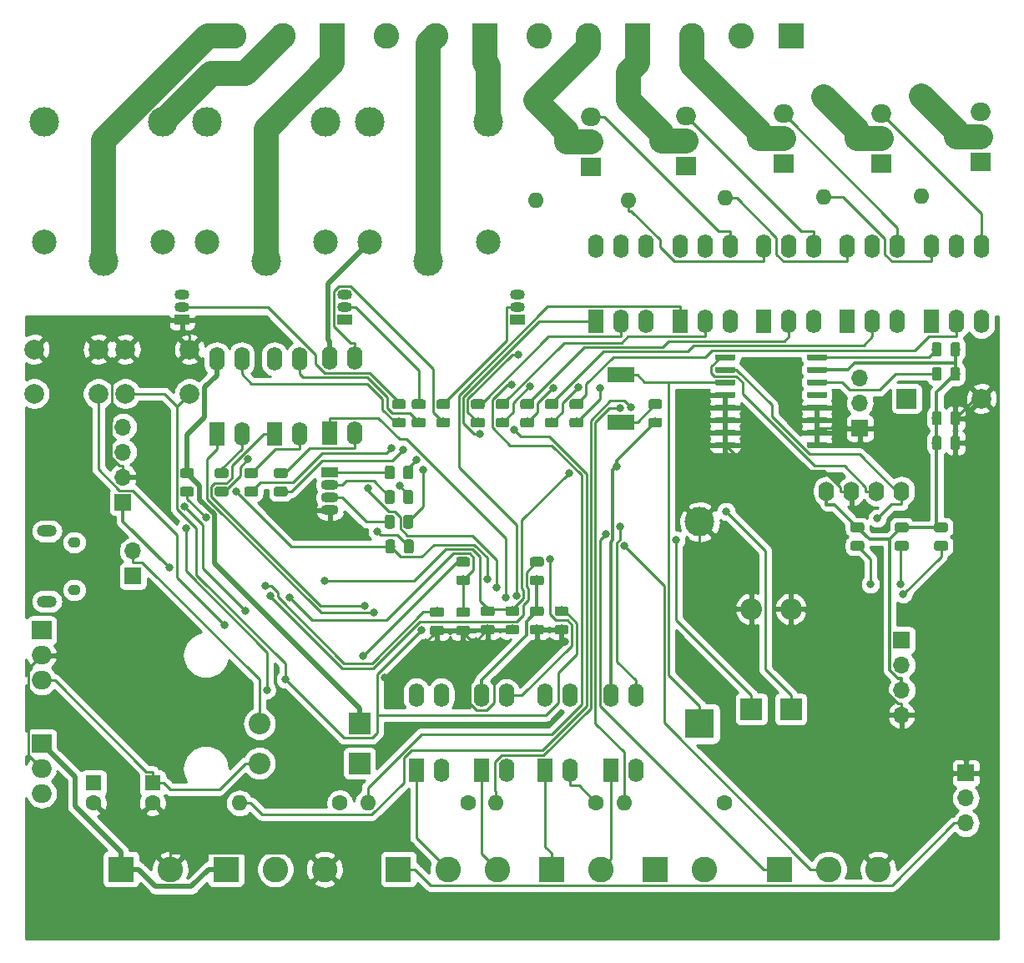
<source format=gbr>
G04 #@! TF.GenerationSoftware,KiCad,Pcbnew,(5.1.4)-1*
G04 #@! TF.CreationDate,2021-11-15T14:39:09-03:00*
G04 #@! TF.ProjectId,PLC_ESP32,504c435f-4553-4503-9332-2e6b69636164,rev?*
G04 #@! TF.SameCoordinates,Original*
G04 #@! TF.FileFunction,Copper,L2,Bot*
G04 #@! TF.FilePolarity,Positive*
%FSLAX46Y46*%
G04 Gerber Fmt 4.6, Leading zero omitted, Abs format (unit mm)*
G04 Created by KiCad (PCBNEW (5.1.4)-1) date 2021-11-15 14:39:09*
%MOMM*%
%LPD*%
G04 APERTURE LIST*
%ADD10R,3.000000X3.000000*%
%ADD11C,3.000000*%
%ADD12C,0.100000*%
%ADD13C,0.600000*%
%ADD14C,0.975000*%
%ADD15R,2.700000X1.500000*%
%ADD16O,1.800000X1.070000*%
%ADD17R,1.800000X1.070000*%
%ADD18O,2.000000X1.905000*%
%ADD19R,2.000000X1.905000*%
%ADD20O,1.700000X1.700000*%
%ADD21R,1.700000X1.700000*%
%ADD22O,2.200000X2.200000*%
%ADD23R,2.200000X2.200000*%
%ADD24C,2.500000*%
%ADD25O,1.600000X1.600000*%
%ADD26C,1.600000*%
%ADD27O,1.600000X2.000000*%
%ADD28O,1.600000X2.400000*%
%ADD29R,1.600000X2.400000*%
%ADD30C,2.000000*%
%ADD31R,1.500000X1.050000*%
%ADD32O,1.500000X1.050000*%
%ADD33C,2.600000*%
%ADD34R,2.600000X2.600000*%
%ADD35O,1.300000X1.100000*%
%ADD36O,2.000000X1.200000*%
%ADD37R,1.600000X1.600000*%
%ADD38R,2.000000X2.000000*%
%ADD39C,0.800000*%
%ADD40C,0.250000*%
%ADD41C,0.500000*%
%ADD42C,0.300000*%
%ADD43C,2.500000*%
%ADD44C,0.254000*%
G04 APERTURE END LIST*
D10*
X149000000Y-142500000D03*
D11*
X149000000Y-122010000D03*
D12*
G36*
X152489703Y-105005722D02*
G01*
X152504264Y-105007882D01*
X152518543Y-105011459D01*
X152532403Y-105016418D01*
X152545710Y-105022712D01*
X152558336Y-105030280D01*
X152570159Y-105039048D01*
X152581066Y-105048934D01*
X152590952Y-105059841D01*
X152599720Y-105071664D01*
X152607288Y-105084290D01*
X152613582Y-105097597D01*
X152618541Y-105111457D01*
X152622118Y-105125736D01*
X152624278Y-105140297D01*
X152625000Y-105155000D01*
X152625000Y-105455000D01*
X152624278Y-105469703D01*
X152622118Y-105484264D01*
X152618541Y-105498543D01*
X152613582Y-105512403D01*
X152607288Y-105525710D01*
X152599720Y-105538336D01*
X152590952Y-105550159D01*
X152581066Y-105561066D01*
X152570159Y-105570952D01*
X152558336Y-105579720D01*
X152545710Y-105587288D01*
X152532403Y-105593582D01*
X152518543Y-105598541D01*
X152504264Y-105602118D01*
X152489703Y-105604278D01*
X152475000Y-105605000D01*
X150725000Y-105605000D01*
X150710297Y-105604278D01*
X150695736Y-105602118D01*
X150681457Y-105598541D01*
X150667597Y-105593582D01*
X150654290Y-105587288D01*
X150641664Y-105579720D01*
X150629841Y-105570952D01*
X150618934Y-105561066D01*
X150609048Y-105550159D01*
X150600280Y-105538336D01*
X150592712Y-105525710D01*
X150586418Y-105512403D01*
X150581459Y-105498543D01*
X150577882Y-105484264D01*
X150575722Y-105469703D01*
X150575000Y-105455000D01*
X150575000Y-105155000D01*
X150575722Y-105140297D01*
X150577882Y-105125736D01*
X150581459Y-105111457D01*
X150586418Y-105097597D01*
X150592712Y-105084290D01*
X150600280Y-105071664D01*
X150609048Y-105059841D01*
X150618934Y-105048934D01*
X150629841Y-105039048D01*
X150641664Y-105030280D01*
X150654290Y-105022712D01*
X150667597Y-105016418D01*
X150681457Y-105011459D01*
X150695736Y-105007882D01*
X150710297Y-105005722D01*
X150725000Y-105005000D01*
X152475000Y-105005000D01*
X152489703Y-105005722D01*
X152489703Y-105005722D01*
G37*
D13*
X151600000Y-105305000D03*
D12*
G36*
X152489703Y-106275722D02*
G01*
X152504264Y-106277882D01*
X152518543Y-106281459D01*
X152532403Y-106286418D01*
X152545710Y-106292712D01*
X152558336Y-106300280D01*
X152570159Y-106309048D01*
X152581066Y-106318934D01*
X152590952Y-106329841D01*
X152599720Y-106341664D01*
X152607288Y-106354290D01*
X152613582Y-106367597D01*
X152618541Y-106381457D01*
X152622118Y-106395736D01*
X152624278Y-106410297D01*
X152625000Y-106425000D01*
X152625000Y-106725000D01*
X152624278Y-106739703D01*
X152622118Y-106754264D01*
X152618541Y-106768543D01*
X152613582Y-106782403D01*
X152607288Y-106795710D01*
X152599720Y-106808336D01*
X152590952Y-106820159D01*
X152581066Y-106831066D01*
X152570159Y-106840952D01*
X152558336Y-106849720D01*
X152545710Y-106857288D01*
X152532403Y-106863582D01*
X152518543Y-106868541D01*
X152504264Y-106872118D01*
X152489703Y-106874278D01*
X152475000Y-106875000D01*
X150725000Y-106875000D01*
X150710297Y-106874278D01*
X150695736Y-106872118D01*
X150681457Y-106868541D01*
X150667597Y-106863582D01*
X150654290Y-106857288D01*
X150641664Y-106849720D01*
X150629841Y-106840952D01*
X150618934Y-106831066D01*
X150609048Y-106820159D01*
X150600280Y-106808336D01*
X150592712Y-106795710D01*
X150586418Y-106782403D01*
X150581459Y-106768543D01*
X150577882Y-106754264D01*
X150575722Y-106739703D01*
X150575000Y-106725000D01*
X150575000Y-106425000D01*
X150575722Y-106410297D01*
X150577882Y-106395736D01*
X150581459Y-106381457D01*
X150586418Y-106367597D01*
X150592712Y-106354290D01*
X150600280Y-106341664D01*
X150609048Y-106329841D01*
X150618934Y-106318934D01*
X150629841Y-106309048D01*
X150641664Y-106300280D01*
X150654290Y-106292712D01*
X150667597Y-106286418D01*
X150681457Y-106281459D01*
X150695736Y-106277882D01*
X150710297Y-106275722D01*
X150725000Y-106275000D01*
X152475000Y-106275000D01*
X152489703Y-106275722D01*
X152489703Y-106275722D01*
G37*
D13*
X151600000Y-106575000D03*
D12*
G36*
X152489703Y-107545722D02*
G01*
X152504264Y-107547882D01*
X152518543Y-107551459D01*
X152532403Y-107556418D01*
X152545710Y-107562712D01*
X152558336Y-107570280D01*
X152570159Y-107579048D01*
X152581066Y-107588934D01*
X152590952Y-107599841D01*
X152599720Y-107611664D01*
X152607288Y-107624290D01*
X152613582Y-107637597D01*
X152618541Y-107651457D01*
X152622118Y-107665736D01*
X152624278Y-107680297D01*
X152625000Y-107695000D01*
X152625000Y-107995000D01*
X152624278Y-108009703D01*
X152622118Y-108024264D01*
X152618541Y-108038543D01*
X152613582Y-108052403D01*
X152607288Y-108065710D01*
X152599720Y-108078336D01*
X152590952Y-108090159D01*
X152581066Y-108101066D01*
X152570159Y-108110952D01*
X152558336Y-108119720D01*
X152545710Y-108127288D01*
X152532403Y-108133582D01*
X152518543Y-108138541D01*
X152504264Y-108142118D01*
X152489703Y-108144278D01*
X152475000Y-108145000D01*
X150725000Y-108145000D01*
X150710297Y-108144278D01*
X150695736Y-108142118D01*
X150681457Y-108138541D01*
X150667597Y-108133582D01*
X150654290Y-108127288D01*
X150641664Y-108119720D01*
X150629841Y-108110952D01*
X150618934Y-108101066D01*
X150609048Y-108090159D01*
X150600280Y-108078336D01*
X150592712Y-108065710D01*
X150586418Y-108052403D01*
X150581459Y-108038543D01*
X150577882Y-108024264D01*
X150575722Y-108009703D01*
X150575000Y-107995000D01*
X150575000Y-107695000D01*
X150575722Y-107680297D01*
X150577882Y-107665736D01*
X150581459Y-107651457D01*
X150586418Y-107637597D01*
X150592712Y-107624290D01*
X150600280Y-107611664D01*
X150609048Y-107599841D01*
X150618934Y-107588934D01*
X150629841Y-107579048D01*
X150641664Y-107570280D01*
X150654290Y-107562712D01*
X150667597Y-107556418D01*
X150681457Y-107551459D01*
X150695736Y-107547882D01*
X150710297Y-107545722D01*
X150725000Y-107545000D01*
X152475000Y-107545000D01*
X152489703Y-107545722D01*
X152489703Y-107545722D01*
G37*
D13*
X151600000Y-107845000D03*
D12*
G36*
X152489703Y-108815722D02*
G01*
X152504264Y-108817882D01*
X152518543Y-108821459D01*
X152532403Y-108826418D01*
X152545710Y-108832712D01*
X152558336Y-108840280D01*
X152570159Y-108849048D01*
X152581066Y-108858934D01*
X152590952Y-108869841D01*
X152599720Y-108881664D01*
X152607288Y-108894290D01*
X152613582Y-108907597D01*
X152618541Y-108921457D01*
X152622118Y-108935736D01*
X152624278Y-108950297D01*
X152625000Y-108965000D01*
X152625000Y-109265000D01*
X152624278Y-109279703D01*
X152622118Y-109294264D01*
X152618541Y-109308543D01*
X152613582Y-109322403D01*
X152607288Y-109335710D01*
X152599720Y-109348336D01*
X152590952Y-109360159D01*
X152581066Y-109371066D01*
X152570159Y-109380952D01*
X152558336Y-109389720D01*
X152545710Y-109397288D01*
X152532403Y-109403582D01*
X152518543Y-109408541D01*
X152504264Y-109412118D01*
X152489703Y-109414278D01*
X152475000Y-109415000D01*
X150725000Y-109415000D01*
X150710297Y-109414278D01*
X150695736Y-109412118D01*
X150681457Y-109408541D01*
X150667597Y-109403582D01*
X150654290Y-109397288D01*
X150641664Y-109389720D01*
X150629841Y-109380952D01*
X150618934Y-109371066D01*
X150609048Y-109360159D01*
X150600280Y-109348336D01*
X150592712Y-109335710D01*
X150586418Y-109322403D01*
X150581459Y-109308543D01*
X150577882Y-109294264D01*
X150575722Y-109279703D01*
X150575000Y-109265000D01*
X150575000Y-108965000D01*
X150575722Y-108950297D01*
X150577882Y-108935736D01*
X150581459Y-108921457D01*
X150586418Y-108907597D01*
X150592712Y-108894290D01*
X150600280Y-108881664D01*
X150609048Y-108869841D01*
X150618934Y-108858934D01*
X150629841Y-108849048D01*
X150641664Y-108840280D01*
X150654290Y-108832712D01*
X150667597Y-108826418D01*
X150681457Y-108821459D01*
X150695736Y-108817882D01*
X150710297Y-108815722D01*
X150725000Y-108815000D01*
X152475000Y-108815000D01*
X152489703Y-108815722D01*
X152489703Y-108815722D01*
G37*
D13*
X151600000Y-109115000D03*
D12*
G36*
X152489703Y-110085722D02*
G01*
X152504264Y-110087882D01*
X152518543Y-110091459D01*
X152532403Y-110096418D01*
X152545710Y-110102712D01*
X152558336Y-110110280D01*
X152570159Y-110119048D01*
X152581066Y-110128934D01*
X152590952Y-110139841D01*
X152599720Y-110151664D01*
X152607288Y-110164290D01*
X152613582Y-110177597D01*
X152618541Y-110191457D01*
X152622118Y-110205736D01*
X152624278Y-110220297D01*
X152625000Y-110235000D01*
X152625000Y-110535000D01*
X152624278Y-110549703D01*
X152622118Y-110564264D01*
X152618541Y-110578543D01*
X152613582Y-110592403D01*
X152607288Y-110605710D01*
X152599720Y-110618336D01*
X152590952Y-110630159D01*
X152581066Y-110641066D01*
X152570159Y-110650952D01*
X152558336Y-110659720D01*
X152545710Y-110667288D01*
X152532403Y-110673582D01*
X152518543Y-110678541D01*
X152504264Y-110682118D01*
X152489703Y-110684278D01*
X152475000Y-110685000D01*
X150725000Y-110685000D01*
X150710297Y-110684278D01*
X150695736Y-110682118D01*
X150681457Y-110678541D01*
X150667597Y-110673582D01*
X150654290Y-110667288D01*
X150641664Y-110659720D01*
X150629841Y-110650952D01*
X150618934Y-110641066D01*
X150609048Y-110630159D01*
X150600280Y-110618336D01*
X150592712Y-110605710D01*
X150586418Y-110592403D01*
X150581459Y-110578543D01*
X150577882Y-110564264D01*
X150575722Y-110549703D01*
X150575000Y-110535000D01*
X150575000Y-110235000D01*
X150575722Y-110220297D01*
X150577882Y-110205736D01*
X150581459Y-110191457D01*
X150586418Y-110177597D01*
X150592712Y-110164290D01*
X150600280Y-110151664D01*
X150609048Y-110139841D01*
X150618934Y-110128934D01*
X150629841Y-110119048D01*
X150641664Y-110110280D01*
X150654290Y-110102712D01*
X150667597Y-110096418D01*
X150681457Y-110091459D01*
X150695736Y-110087882D01*
X150710297Y-110085722D01*
X150725000Y-110085000D01*
X152475000Y-110085000D01*
X152489703Y-110085722D01*
X152489703Y-110085722D01*
G37*
D13*
X151600000Y-110385000D03*
D12*
G36*
X152489703Y-111355722D02*
G01*
X152504264Y-111357882D01*
X152518543Y-111361459D01*
X152532403Y-111366418D01*
X152545710Y-111372712D01*
X152558336Y-111380280D01*
X152570159Y-111389048D01*
X152581066Y-111398934D01*
X152590952Y-111409841D01*
X152599720Y-111421664D01*
X152607288Y-111434290D01*
X152613582Y-111447597D01*
X152618541Y-111461457D01*
X152622118Y-111475736D01*
X152624278Y-111490297D01*
X152625000Y-111505000D01*
X152625000Y-111805000D01*
X152624278Y-111819703D01*
X152622118Y-111834264D01*
X152618541Y-111848543D01*
X152613582Y-111862403D01*
X152607288Y-111875710D01*
X152599720Y-111888336D01*
X152590952Y-111900159D01*
X152581066Y-111911066D01*
X152570159Y-111920952D01*
X152558336Y-111929720D01*
X152545710Y-111937288D01*
X152532403Y-111943582D01*
X152518543Y-111948541D01*
X152504264Y-111952118D01*
X152489703Y-111954278D01*
X152475000Y-111955000D01*
X150725000Y-111955000D01*
X150710297Y-111954278D01*
X150695736Y-111952118D01*
X150681457Y-111948541D01*
X150667597Y-111943582D01*
X150654290Y-111937288D01*
X150641664Y-111929720D01*
X150629841Y-111920952D01*
X150618934Y-111911066D01*
X150609048Y-111900159D01*
X150600280Y-111888336D01*
X150592712Y-111875710D01*
X150586418Y-111862403D01*
X150581459Y-111848543D01*
X150577882Y-111834264D01*
X150575722Y-111819703D01*
X150575000Y-111805000D01*
X150575000Y-111505000D01*
X150575722Y-111490297D01*
X150577882Y-111475736D01*
X150581459Y-111461457D01*
X150586418Y-111447597D01*
X150592712Y-111434290D01*
X150600280Y-111421664D01*
X150609048Y-111409841D01*
X150618934Y-111398934D01*
X150629841Y-111389048D01*
X150641664Y-111380280D01*
X150654290Y-111372712D01*
X150667597Y-111366418D01*
X150681457Y-111361459D01*
X150695736Y-111357882D01*
X150710297Y-111355722D01*
X150725000Y-111355000D01*
X152475000Y-111355000D01*
X152489703Y-111355722D01*
X152489703Y-111355722D01*
G37*
D13*
X151600000Y-111655000D03*
D12*
G36*
X152489703Y-112625722D02*
G01*
X152504264Y-112627882D01*
X152518543Y-112631459D01*
X152532403Y-112636418D01*
X152545710Y-112642712D01*
X152558336Y-112650280D01*
X152570159Y-112659048D01*
X152581066Y-112668934D01*
X152590952Y-112679841D01*
X152599720Y-112691664D01*
X152607288Y-112704290D01*
X152613582Y-112717597D01*
X152618541Y-112731457D01*
X152622118Y-112745736D01*
X152624278Y-112760297D01*
X152625000Y-112775000D01*
X152625000Y-113075000D01*
X152624278Y-113089703D01*
X152622118Y-113104264D01*
X152618541Y-113118543D01*
X152613582Y-113132403D01*
X152607288Y-113145710D01*
X152599720Y-113158336D01*
X152590952Y-113170159D01*
X152581066Y-113181066D01*
X152570159Y-113190952D01*
X152558336Y-113199720D01*
X152545710Y-113207288D01*
X152532403Y-113213582D01*
X152518543Y-113218541D01*
X152504264Y-113222118D01*
X152489703Y-113224278D01*
X152475000Y-113225000D01*
X150725000Y-113225000D01*
X150710297Y-113224278D01*
X150695736Y-113222118D01*
X150681457Y-113218541D01*
X150667597Y-113213582D01*
X150654290Y-113207288D01*
X150641664Y-113199720D01*
X150629841Y-113190952D01*
X150618934Y-113181066D01*
X150609048Y-113170159D01*
X150600280Y-113158336D01*
X150592712Y-113145710D01*
X150586418Y-113132403D01*
X150581459Y-113118543D01*
X150577882Y-113104264D01*
X150575722Y-113089703D01*
X150575000Y-113075000D01*
X150575000Y-112775000D01*
X150575722Y-112760297D01*
X150577882Y-112745736D01*
X150581459Y-112731457D01*
X150586418Y-112717597D01*
X150592712Y-112704290D01*
X150600280Y-112691664D01*
X150609048Y-112679841D01*
X150618934Y-112668934D01*
X150629841Y-112659048D01*
X150641664Y-112650280D01*
X150654290Y-112642712D01*
X150667597Y-112636418D01*
X150681457Y-112631459D01*
X150695736Y-112627882D01*
X150710297Y-112625722D01*
X150725000Y-112625000D01*
X152475000Y-112625000D01*
X152489703Y-112625722D01*
X152489703Y-112625722D01*
G37*
D13*
X151600000Y-112925000D03*
D12*
G36*
X152489703Y-113895722D02*
G01*
X152504264Y-113897882D01*
X152518543Y-113901459D01*
X152532403Y-113906418D01*
X152545710Y-113912712D01*
X152558336Y-113920280D01*
X152570159Y-113929048D01*
X152581066Y-113938934D01*
X152590952Y-113949841D01*
X152599720Y-113961664D01*
X152607288Y-113974290D01*
X152613582Y-113987597D01*
X152618541Y-114001457D01*
X152622118Y-114015736D01*
X152624278Y-114030297D01*
X152625000Y-114045000D01*
X152625000Y-114345000D01*
X152624278Y-114359703D01*
X152622118Y-114374264D01*
X152618541Y-114388543D01*
X152613582Y-114402403D01*
X152607288Y-114415710D01*
X152599720Y-114428336D01*
X152590952Y-114440159D01*
X152581066Y-114451066D01*
X152570159Y-114460952D01*
X152558336Y-114469720D01*
X152545710Y-114477288D01*
X152532403Y-114483582D01*
X152518543Y-114488541D01*
X152504264Y-114492118D01*
X152489703Y-114494278D01*
X152475000Y-114495000D01*
X150725000Y-114495000D01*
X150710297Y-114494278D01*
X150695736Y-114492118D01*
X150681457Y-114488541D01*
X150667597Y-114483582D01*
X150654290Y-114477288D01*
X150641664Y-114469720D01*
X150629841Y-114460952D01*
X150618934Y-114451066D01*
X150609048Y-114440159D01*
X150600280Y-114428336D01*
X150592712Y-114415710D01*
X150586418Y-114402403D01*
X150581459Y-114388543D01*
X150577882Y-114374264D01*
X150575722Y-114359703D01*
X150575000Y-114345000D01*
X150575000Y-114045000D01*
X150575722Y-114030297D01*
X150577882Y-114015736D01*
X150581459Y-114001457D01*
X150586418Y-113987597D01*
X150592712Y-113974290D01*
X150600280Y-113961664D01*
X150609048Y-113949841D01*
X150618934Y-113938934D01*
X150629841Y-113929048D01*
X150641664Y-113920280D01*
X150654290Y-113912712D01*
X150667597Y-113906418D01*
X150681457Y-113901459D01*
X150695736Y-113897882D01*
X150710297Y-113895722D01*
X150725000Y-113895000D01*
X152475000Y-113895000D01*
X152489703Y-113895722D01*
X152489703Y-113895722D01*
G37*
D13*
X151600000Y-114195000D03*
D12*
G36*
X161789703Y-113895722D02*
G01*
X161804264Y-113897882D01*
X161818543Y-113901459D01*
X161832403Y-113906418D01*
X161845710Y-113912712D01*
X161858336Y-113920280D01*
X161870159Y-113929048D01*
X161881066Y-113938934D01*
X161890952Y-113949841D01*
X161899720Y-113961664D01*
X161907288Y-113974290D01*
X161913582Y-113987597D01*
X161918541Y-114001457D01*
X161922118Y-114015736D01*
X161924278Y-114030297D01*
X161925000Y-114045000D01*
X161925000Y-114345000D01*
X161924278Y-114359703D01*
X161922118Y-114374264D01*
X161918541Y-114388543D01*
X161913582Y-114402403D01*
X161907288Y-114415710D01*
X161899720Y-114428336D01*
X161890952Y-114440159D01*
X161881066Y-114451066D01*
X161870159Y-114460952D01*
X161858336Y-114469720D01*
X161845710Y-114477288D01*
X161832403Y-114483582D01*
X161818543Y-114488541D01*
X161804264Y-114492118D01*
X161789703Y-114494278D01*
X161775000Y-114495000D01*
X160025000Y-114495000D01*
X160010297Y-114494278D01*
X159995736Y-114492118D01*
X159981457Y-114488541D01*
X159967597Y-114483582D01*
X159954290Y-114477288D01*
X159941664Y-114469720D01*
X159929841Y-114460952D01*
X159918934Y-114451066D01*
X159909048Y-114440159D01*
X159900280Y-114428336D01*
X159892712Y-114415710D01*
X159886418Y-114402403D01*
X159881459Y-114388543D01*
X159877882Y-114374264D01*
X159875722Y-114359703D01*
X159875000Y-114345000D01*
X159875000Y-114045000D01*
X159875722Y-114030297D01*
X159877882Y-114015736D01*
X159881459Y-114001457D01*
X159886418Y-113987597D01*
X159892712Y-113974290D01*
X159900280Y-113961664D01*
X159909048Y-113949841D01*
X159918934Y-113938934D01*
X159929841Y-113929048D01*
X159941664Y-113920280D01*
X159954290Y-113912712D01*
X159967597Y-113906418D01*
X159981457Y-113901459D01*
X159995736Y-113897882D01*
X160010297Y-113895722D01*
X160025000Y-113895000D01*
X161775000Y-113895000D01*
X161789703Y-113895722D01*
X161789703Y-113895722D01*
G37*
D13*
X160900000Y-114195000D03*
D12*
G36*
X161789703Y-112625722D02*
G01*
X161804264Y-112627882D01*
X161818543Y-112631459D01*
X161832403Y-112636418D01*
X161845710Y-112642712D01*
X161858336Y-112650280D01*
X161870159Y-112659048D01*
X161881066Y-112668934D01*
X161890952Y-112679841D01*
X161899720Y-112691664D01*
X161907288Y-112704290D01*
X161913582Y-112717597D01*
X161918541Y-112731457D01*
X161922118Y-112745736D01*
X161924278Y-112760297D01*
X161925000Y-112775000D01*
X161925000Y-113075000D01*
X161924278Y-113089703D01*
X161922118Y-113104264D01*
X161918541Y-113118543D01*
X161913582Y-113132403D01*
X161907288Y-113145710D01*
X161899720Y-113158336D01*
X161890952Y-113170159D01*
X161881066Y-113181066D01*
X161870159Y-113190952D01*
X161858336Y-113199720D01*
X161845710Y-113207288D01*
X161832403Y-113213582D01*
X161818543Y-113218541D01*
X161804264Y-113222118D01*
X161789703Y-113224278D01*
X161775000Y-113225000D01*
X160025000Y-113225000D01*
X160010297Y-113224278D01*
X159995736Y-113222118D01*
X159981457Y-113218541D01*
X159967597Y-113213582D01*
X159954290Y-113207288D01*
X159941664Y-113199720D01*
X159929841Y-113190952D01*
X159918934Y-113181066D01*
X159909048Y-113170159D01*
X159900280Y-113158336D01*
X159892712Y-113145710D01*
X159886418Y-113132403D01*
X159881459Y-113118543D01*
X159877882Y-113104264D01*
X159875722Y-113089703D01*
X159875000Y-113075000D01*
X159875000Y-112775000D01*
X159875722Y-112760297D01*
X159877882Y-112745736D01*
X159881459Y-112731457D01*
X159886418Y-112717597D01*
X159892712Y-112704290D01*
X159900280Y-112691664D01*
X159909048Y-112679841D01*
X159918934Y-112668934D01*
X159929841Y-112659048D01*
X159941664Y-112650280D01*
X159954290Y-112642712D01*
X159967597Y-112636418D01*
X159981457Y-112631459D01*
X159995736Y-112627882D01*
X160010297Y-112625722D01*
X160025000Y-112625000D01*
X161775000Y-112625000D01*
X161789703Y-112625722D01*
X161789703Y-112625722D01*
G37*
D13*
X160900000Y-112925000D03*
D12*
G36*
X161789703Y-111355722D02*
G01*
X161804264Y-111357882D01*
X161818543Y-111361459D01*
X161832403Y-111366418D01*
X161845710Y-111372712D01*
X161858336Y-111380280D01*
X161870159Y-111389048D01*
X161881066Y-111398934D01*
X161890952Y-111409841D01*
X161899720Y-111421664D01*
X161907288Y-111434290D01*
X161913582Y-111447597D01*
X161918541Y-111461457D01*
X161922118Y-111475736D01*
X161924278Y-111490297D01*
X161925000Y-111505000D01*
X161925000Y-111805000D01*
X161924278Y-111819703D01*
X161922118Y-111834264D01*
X161918541Y-111848543D01*
X161913582Y-111862403D01*
X161907288Y-111875710D01*
X161899720Y-111888336D01*
X161890952Y-111900159D01*
X161881066Y-111911066D01*
X161870159Y-111920952D01*
X161858336Y-111929720D01*
X161845710Y-111937288D01*
X161832403Y-111943582D01*
X161818543Y-111948541D01*
X161804264Y-111952118D01*
X161789703Y-111954278D01*
X161775000Y-111955000D01*
X160025000Y-111955000D01*
X160010297Y-111954278D01*
X159995736Y-111952118D01*
X159981457Y-111948541D01*
X159967597Y-111943582D01*
X159954290Y-111937288D01*
X159941664Y-111929720D01*
X159929841Y-111920952D01*
X159918934Y-111911066D01*
X159909048Y-111900159D01*
X159900280Y-111888336D01*
X159892712Y-111875710D01*
X159886418Y-111862403D01*
X159881459Y-111848543D01*
X159877882Y-111834264D01*
X159875722Y-111819703D01*
X159875000Y-111805000D01*
X159875000Y-111505000D01*
X159875722Y-111490297D01*
X159877882Y-111475736D01*
X159881459Y-111461457D01*
X159886418Y-111447597D01*
X159892712Y-111434290D01*
X159900280Y-111421664D01*
X159909048Y-111409841D01*
X159918934Y-111398934D01*
X159929841Y-111389048D01*
X159941664Y-111380280D01*
X159954290Y-111372712D01*
X159967597Y-111366418D01*
X159981457Y-111361459D01*
X159995736Y-111357882D01*
X160010297Y-111355722D01*
X160025000Y-111355000D01*
X161775000Y-111355000D01*
X161789703Y-111355722D01*
X161789703Y-111355722D01*
G37*
D13*
X160900000Y-111655000D03*
D12*
G36*
X161789703Y-110085722D02*
G01*
X161804264Y-110087882D01*
X161818543Y-110091459D01*
X161832403Y-110096418D01*
X161845710Y-110102712D01*
X161858336Y-110110280D01*
X161870159Y-110119048D01*
X161881066Y-110128934D01*
X161890952Y-110139841D01*
X161899720Y-110151664D01*
X161907288Y-110164290D01*
X161913582Y-110177597D01*
X161918541Y-110191457D01*
X161922118Y-110205736D01*
X161924278Y-110220297D01*
X161925000Y-110235000D01*
X161925000Y-110535000D01*
X161924278Y-110549703D01*
X161922118Y-110564264D01*
X161918541Y-110578543D01*
X161913582Y-110592403D01*
X161907288Y-110605710D01*
X161899720Y-110618336D01*
X161890952Y-110630159D01*
X161881066Y-110641066D01*
X161870159Y-110650952D01*
X161858336Y-110659720D01*
X161845710Y-110667288D01*
X161832403Y-110673582D01*
X161818543Y-110678541D01*
X161804264Y-110682118D01*
X161789703Y-110684278D01*
X161775000Y-110685000D01*
X160025000Y-110685000D01*
X160010297Y-110684278D01*
X159995736Y-110682118D01*
X159981457Y-110678541D01*
X159967597Y-110673582D01*
X159954290Y-110667288D01*
X159941664Y-110659720D01*
X159929841Y-110650952D01*
X159918934Y-110641066D01*
X159909048Y-110630159D01*
X159900280Y-110618336D01*
X159892712Y-110605710D01*
X159886418Y-110592403D01*
X159881459Y-110578543D01*
X159877882Y-110564264D01*
X159875722Y-110549703D01*
X159875000Y-110535000D01*
X159875000Y-110235000D01*
X159875722Y-110220297D01*
X159877882Y-110205736D01*
X159881459Y-110191457D01*
X159886418Y-110177597D01*
X159892712Y-110164290D01*
X159900280Y-110151664D01*
X159909048Y-110139841D01*
X159918934Y-110128934D01*
X159929841Y-110119048D01*
X159941664Y-110110280D01*
X159954290Y-110102712D01*
X159967597Y-110096418D01*
X159981457Y-110091459D01*
X159995736Y-110087882D01*
X160010297Y-110085722D01*
X160025000Y-110085000D01*
X161775000Y-110085000D01*
X161789703Y-110085722D01*
X161789703Y-110085722D01*
G37*
D13*
X160900000Y-110385000D03*
D12*
G36*
X161789703Y-108815722D02*
G01*
X161804264Y-108817882D01*
X161818543Y-108821459D01*
X161832403Y-108826418D01*
X161845710Y-108832712D01*
X161858336Y-108840280D01*
X161870159Y-108849048D01*
X161881066Y-108858934D01*
X161890952Y-108869841D01*
X161899720Y-108881664D01*
X161907288Y-108894290D01*
X161913582Y-108907597D01*
X161918541Y-108921457D01*
X161922118Y-108935736D01*
X161924278Y-108950297D01*
X161925000Y-108965000D01*
X161925000Y-109265000D01*
X161924278Y-109279703D01*
X161922118Y-109294264D01*
X161918541Y-109308543D01*
X161913582Y-109322403D01*
X161907288Y-109335710D01*
X161899720Y-109348336D01*
X161890952Y-109360159D01*
X161881066Y-109371066D01*
X161870159Y-109380952D01*
X161858336Y-109389720D01*
X161845710Y-109397288D01*
X161832403Y-109403582D01*
X161818543Y-109408541D01*
X161804264Y-109412118D01*
X161789703Y-109414278D01*
X161775000Y-109415000D01*
X160025000Y-109415000D01*
X160010297Y-109414278D01*
X159995736Y-109412118D01*
X159981457Y-109408541D01*
X159967597Y-109403582D01*
X159954290Y-109397288D01*
X159941664Y-109389720D01*
X159929841Y-109380952D01*
X159918934Y-109371066D01*
X159909048Y-109360159D01*
X159900280Y-109348336D01*
X159892712Y-109335710D01*
X159886418Y-109322403D01*
X159881459Y-109308543D01*
X159877882Y-109294264D01*
X159875722Y-109279703D01*
X159875000Y-109265000D01*
X159875000Y-108965000D01*
X159875722Y-108950297D01*
X159877882Y-108935736D01*
X159881459Y-108921457D01*
X159886418Y-108907597D01*
X159892712Y-108894290D01*
X159900280Y-108881664D01*
X159909048Y-108869841D01*
X159918934Y-108858934D01*
X159929841Y-108849048D01*
X159941664Y-108840280D01*
X159954290Y-108832712D01*
X159967597Y-108826418D01*
X159981457Y-108821459D01*
X159995736Y-108817882D01*
X160010297Y-108815722D01*
X160025000Y-108815000D01*
X161775000Y-108815000D01*
X161789703Y-108815722D01*
X161789703Y-108815722D01*
G37*
D13*
X160900000Y-109115000D03*
D12*
G36*
X161789703Y-107545722D02*
G01*
X161804264Y-107547882D01*
X161818543Y-107551459D01*
X161832403Y-107556418D01*
X161845710Y-107562712D01*
X161858336Y-107570280D01*
X161870159Y-107579048D01*
X161881066Y-107588934D01*
X161890952Y-107599841D01*
X161899720Y-107611664D01*
X161907288Y-107624290D01*
X161913582Y-107637597D01*
X161918541Y-107651457D01*
X161922118Y-107665736D01*
X161924278Y-107680297D01*
X161925000Y-107695000D01*
X161925000Y-107995000D01*
X161924278Y-108009703D01*
X161922118Y-108024264D01*
X161918541Y-108038543D01*
X161913582Y-108052403D01*
X161907288Y-108065710D01*
X161899720Y-108078336D01*
X161890952Y-108090159D01*
X161881066Y-108101066D01*
X161870159Y-108110952D01*
X161858336Y-108119720D01*
X161845710Y-108127288D01*
X161832403Y-108133582D01*
X161818543Y-108138541D01*
X161804264Y-108142118D01*
X161789703Y-108144278D01*
X161775000Y-108145000D01*
X160025000Y-108145000D01*
X160010297Y-108144278D01*
X159995736Y-108142118D01*
X159981457Y-108138541D01*
X159967597Y-108133582D01*
X159954290Y-108127288D01*
X159941664Y-108119720D01*
X159929841Y-108110952D01*
X159918934Y-108101066D01*
X159909048Y-108090159D01*
X159900280Y-108078336D01*
X159892712Y-108065710D01*
X159886418Y-108052403D01*
X159881459Y-108038543D01*
X159877882Y-108024264D01*
X159875722Y-108009703D01*
X159875000Y-107995000D01*
X159875000Y-107695000D01*
X159875722Y-107680297D01*
X159877882Y-107665736D01*
X159881459Y-107651457D01*
X159886418Y-107637597D01*
X159892712Y-107624290D01*
X159900280Y-107611664D01*
X159909048Y-107599841D01*
X159918934Y-107588934D01*
X159929841Y-107579048D01*
X159941664Y-107570280D01*
X159954290Y-107562712D01*
X159967597Y-107556418D01*
X159981457Y-107551459D01*
X159995736Y-107547882D01*
X160010297Y-107545722D01*
X160025000Y-107545000D01*
X161775000Y-107545000D01*
X161789703Y-107545722D01*
X161789703Y-107545722D01*
G37*
D13*
X160900000Y-107845000D03*
D12*
G36*
X161789703Y-106275722D02*
G01*
X161804264Y-106277882D01*
X161818543Y-106281459D01*
X161832403Y-106286418D01*
X161845710Y-106292712D01*
X161858336Y-106300280D01*
X161870159Y-106309048D01*
X161881066Y-106318934D01*
X161890952Y-106329841D01*
X161899720Y-106341664D01*
X161907288Y-106354290D01*
X161913582Y-106367597D01*
X161918541Y-106381457D01*
X161922118Y-106395736D01*
X161924278Y-106410297D01*
X161925000Y-106425000D01*
X161925000Y-106725000D01*
X161924278Y-106739703D01*
X161922118Y-106754264D01*
X161918541Y-106768543D01*
X161913582Y-106782403D01*
X161907288Y-106795710D01*
X161899720Y-106808336D01*
X161890952Y-106820159D01*
X161881066Y-106831066D01*
X161870159Y-106840952D01*
X161858336Y-106849720D01*
X161845710Y-106857288D01*
X161832403Y-106863582D01*
X161818543Y-106868541D01*
X161804264Y-106872118D01*
X161789703Y-106874278D01*
X161775000Y-106875000D01*
X160025000Y-106875000D01*
X160010297Y-106874278D01*
X159995736Y-106872118D01*
X159981457Y-106868541D01*
X159967597Y-106863582D01*
X159954290Y-106857288D01*
X159941664Y-106849720D01*
X159929841Y-106840952D01*
X159918934Y-106831066D01*
X159909048Y-106820159D01*
X159900280Y-106808336D01*
X159892712Y-106795710D01*
X159886418Y-106782403D01*
X159881459Y-106768543D01*
X159877882Y-106754264D01*
X159875722Y-106739703D01*
X159875000Y-106725000D01*
X159875000Y-106425000D01*
X159875722Y-106410297D01*
X159877882Y-106395736D01*
X159881459Y-106381457D01*
X159886418Y-106367597D01*
X159892712Y-106354290D01*
X159900280Y-106341664D01*
X159909048Y-106329841D01*
X159918934Y-106318934D01*
X159929841Y-106309048D01*
X159941664Y-106300280D01*
X159954290Y-106292712D01*
X159967597Y-106286418D01*
X159981457Y-106281459D01*
X159995736Y-106277882D01*
X160010297Y-106275722D01*
X160025000Y-106275000D01*
X161775000Y-106275000D01*
X161789703Y-106275722D01*
X161789703Y-106275722D01*
G37*
D13*
X160900000Y-106575000D03*
D12*
G36*
X161789703Y-105005722D02*
G01*
X161804264Y-105007882D01*
X161818543Y-105011459D01*
X161832403Y-105016418D01*
X161845710Y-105022712D01*
X161858336Y-105030280D01*
X161870159Y-105039048D01*
X161881066Y-105048934D01*
X161890952Y-105059841D01*
X161899720Y-105071664D01*
X161907288Y-105084290D01*
X161913582Y-105097597D01*
X161918541Y-105111457D01*
X161922118Y-105125736D01*
X161924278Y-105140297D01*
X161925000Y-105155000D01*
X161925000Y-105455000D01*
X161924278Y-105469703D01*
X161922118Y-105484264D01*
X161918541Y-105498543D01*
X161913582Y-105512403D01*
X161907288Y-105525710D01*
X161899720Y-105538336D01*
X161890952Y-105550159D01*
X161881066Y-105561066D01*
X161870159Y-105570952D01*
X161858336Y-105579720D01*
X161845710Y-105587288D01*
X161832403Y-105593582D01*
X161818543Y-105598541D01*
X161804264Y-105602118D01*
X161789703Y-105604278D01*
X161775000Y-105605000D01*
X160025000Y-105605000D01*
X160010297Y-105604278D01*
X159995736Y-105602118D01*
X159981457Y-105598541D01*
X159967597Y-105593582D01*
X159954290Y-105587288D01*
X159941664Y-105579720D01*
X159929841Y-105570952D01*
X159918934Y-105561066D01*
X159909048Y-105550159D01*
X159900280Y-105538336D01*
X159892712Y-105525710D01*
X159886418Y-105512403D01*
X159881459Y-105498543D01*
X159877882Y-105484264D01*
X159875722Y-105469703D01*
X159875000Y-105455000D01*
X159875000Y-105155000D01*
X159875722Y-105140297D01*
X159877882Y-105125736D01*
X159881459Y-105111457D01*
X159886418Y-105097597D01*
X159892712Y-105084290D01*
X159900280Y-105071664D01*
X159909048Y-105059841D01*
X159918934Y-105048934D01*
X159929841Y-105039048D01*
X159941664Y-105030280D01*
X159954290Y-105022712D01*
X159967597Y-105016418D01*
X159981457Y-105011459D01*
X159995736Y-105007882D01*
X160010297Y-105005722D01*
X160025000Y-105005000D01*
X161775000Y-105005000D01*
X161789703Y-105005722D01*
X161789703Y-105005722D01*
G37*
D13*
X160900000Y-105305000D03*
D12*
G36*
X173330142Y-106301174D02*
G01*
X173353803Y-106304684D01*
X173377007Y-106310496D01*
X173399529Y-106318554D01*
X173421153Y-106328782D01*
X173441670Y-106341079D01*
X173460883Y-106355329D01*
X173478607Y-106371393D01*
X173494671Y-106389117D01*
X173508921Y-106408330D01*
X173521218Y-106428847D01*
X173531446Y-106450471D01*
X173539504Y-106472993D01*
X173545316Y-106496197D01*
X173548826Y-106519858D01*
X173550000Y-106543750D01*
X173550000Y-107456250D01*
X173548826Y-107480142D01*
X173545316Y-107503803D01*
X173539504Y-107527007D01*
X173531446Y-107549529D01*
X173521218Y-107571153D01*
X173508921Y-107591670D01*
X173494671Y-107610883D01*
X173478607Y-107628607D01*
X173460883Y-107644671D01*
X173441670Y-107658921D01*
X173421153Y-107671218D01*
X173399529Y-107681446D01*
X173377007Y-107689504D01*
X173353803Y-107695316D01*
X173330142Y-107698826D01*
X173306250Y-107700000D01*
X172818750Y-107700000D01*
X172794858Y-107698826D01*
X172771197Y-107695316D01*
X172747993Y-107689504D01*
X172725471Y-107681446D01*
X172703847Y-107671218D01*
X172683330Y-107658921D01*
X172664117Y-107644671D01*
X172646393Y-107628607D01*
X172630329Y-107610883D01*
X172616079Y-107591670D01*
X172603782Y-107571153D01*
X172593554Y-107549529D01*
X172585496Y-107527007D01*
X172579684Y-107503803D01*
X172576174Y-107480142D01*
X172575000Y-107456250D01*
X172575000Y-106543750D01*
X172576174Y-106519858D01*
X172579684Y-106496197D01*
X172585496Y-106472993D01*
X172593554Y-106450471D01*
X172603782Y-106428847D01*
X172616079Y-106408330D01*
X172630329Y-106389117D01*
X172646393Y-106371393D01*
X172664117Y-106355329D01*
X172683330Y-106341079D01*
X172703847Y-106328782D01*
X172725471Y-106318554D01*
X172747993Y-106310496D01*
X172771197Y-106304684D01*
X172794858Y-106301174D01*
X172818750Y-106300000D01*
X173306250Y-106300000D01*
X173330142Y-106301174D01*
X173330142Y-106301174D01*
G37*
D14*
X173062500Y-107000000D03*
D12*
G36*
X175205142Y-106301174D02*
G01*
X175228803Y-106304684D01*
X175252007Y-106310496D01*
X175274529Y-106318554D01*
X175296153Y-106328782D01*
X175316670Y-106341079D01*
X175335883Y-106355329D01*
X175353607Y-106371393D01*
X175369671Y-106389117D01*
X175383921Y-106408330D01*
X175396218Y-106428847D01*
X175406446Y-106450471D01*
X175414504Y-106472993D01*
X175420316Y-106496197D01*
X175423826Y-106519858D01*
X175425000Y-106543750D01*
X175425000Y-107456250D01*
X175423826Y-107480142D01*
X175420316Y-107503803D01*
X175414504Y-107527007D01*
X175406446Y-107549529D01*
X175396218Y-107571153D01*
X175383921Y-107591670D01*
X175369671Y-107610883D01*
X175353607Y-107628607D01*
X175335883Y-107644671D01*
X175316670Y-107658921D01*
X175296153Y-107671218D01*
X175274529Y-107681446D01*
X175252007Y-107689504D01*
X175228803Y-107695316D01*
X175205142Y-107698826D01*
X175181250Y-107700000D01*
X174693750Y-107700000D01*
X174669858Y-107698826D01*
X174646197Y-107695316D01*
X174622993Y-107689504D01*
X174600471Y-107681446D01*
X174578847Y-107671218D01*
X174558330Y-107658921D01*
X174539117Y-107644671D01*
X174521393Y-107628607D01*
X174505329Y-107610883D01*
X174491079Y-107591670D01*
X174478782Y-107571153D01*
X174468554Y-107549529D01*
X174460496Y-107527007D01*
X174454684Y-107503803D01*
X174451174Y-107480142D01*
X174450000Y-107456250D01*
X174450000Y-106543750D01*
X174451174Y-106519858D01*
X174454684Y-106496197D01*
X174460496Y-106472993D01*
X174468554Y-106450471D01*
X174478782Y-106428847D01*
X174491079Y-106408330D01*
X174505329Y-106389117D01*
X174521393Y-106371393D01*
X174539117Y-106355329D01*
X174558330Y-106341079D01*
X174578847Y-106328782D01*
X174600471Y-106318554D01*
X174622993Y-106310496D01*
X174646197Y-106304684D01*
X174669858Y-106301174D01*
X174693750Y-106300000D01*
X175181250Y-106300000D01*
X175205142Y-106301174D01*
X175205142Y-106301174D01*
G37*
D14*
X174937500Y-107000000D03*
D12*
G36*
X173330142Y-103801174D02*
G01*
X173353803Y-103804684D01*
X173377007Y-103810496D01*
X173399529Y-103818554D01*
X173421153Y-103828782D01*
X173441670Y-103841079D01*
X173460883Y-103855329D01*
X173478607Y-103871393D01*
X173494671Y-103889117D01*
X173508921Y-103908330D01*
X173521218Y-103928847D01*
X173531446Y-103950471D01*
X173539504Y-103972993D01*
X173545316Y-103996197D01*
X173548826Y-104019858D01*
X173550000Y-104043750D01*
X173550000Y-104956250D01*
X173548826Y-104980142D01*
X173545316Y-105003803D01*
X173539504Y-105027007D01*
X173531446Y-105049529D01*
X173521218Y-105071153D01*
X173508921Y-105091670D01*
X173494671Y-105110883D01*
X173478607Y-105128607D01*
X173460883Y-105144671D01*
X173441670Y-105158921D01*
X173421153Y-105171218D01*
X173399529Y-105181446D01*
X173377007Y-105189504D01*
X173353803Y-105195316D01*
X173330142Y-105198826D01*
X173306250Y-105200000D01*
X172818750Y-105200000D01*
X172794858Y-105198826D01*
X172771197Y-105195316D01*
X172747993Y-105189504D01*
X172725471Y-105181446D01*
X172703847Y-105171218D01*
X172683330Y-105158921D01*
X172664117Y-105144671D01*
X172646393Y-105128607D01*
X172630329Y-105110883D01*
X172616079Y-105091670D01*
X172603782Y-105071153D01*
X172593554Y-105049529D01*
X172585496Y-105027007D01*
X172579684Y-105003803D01*
X172576174Y-104980142D01*
X172575000Y-104956250D01*
X172575000Y-104043750D01*
X172576174Y-104019858D01*
X172579684Y-103996197D01*
X172585496Y-103972993D01*
X172593554Y-103950471D01*
X172603782Y-103928847D01*
X172616079Y-103908330D01*
X172630329Y-103889117D01*
X172646393Y-103871393D01*
X172664117Y-103855329D01*
X172683330Y-103841079D01*
X172703847Y-103828782D01*
X172725471Y-103818554D01*
X172747993Y-103810496D01*
X172771197Y-103804684D01*
X172794858Y-103801174D01*
X172818750Y-103800000D01*
X173306250Y-103800000D01*
X173330142Y-103801174D01*
X173330142Y-103801174D01*
G37*
D14*
X173062500Y-104500000D03*
D12*
G36*
X175205142Y-103801174D02*
G01*
X175228803Y-103804684D01*
X175252007Y-103810496D01*
X175274529Y-103818554D01*
X175296153Y-103828782D01*
X175316670Y-103841079D01*
X175335883Y-103855329D01*
X175353607Y-103871393D01*
X175369671Y-103889117D01*
X175383921Y-103908330D01*
X175396218Y-103928847D01*
X175406446Y-103950471D01*
X175414504Y-103972993D01*
X175420316Y-103996197D01*
X175423826Y-104019858D01*
X175425000Y-104043750D01*
X175425000Y-104956250D01*
X175423826Y-104980142D01*
X175420316Y-105003803D01*
X175414504Y-105027007D01*
X175406446Y-105049529D01*
X175396218Y-105071153D01*
X175383921Y-105091670D01*
X175369671Y-105110883D01*
X175353607Y-105128607D01*
X175335883Y-105144671D01*
X175316670Y-105158921D01*
X175296153Y-105171218D01*
X175274529Y-105181446D01*
X175252007Y-105189504D01*
X175228803Y-105195316D01*
X175205142Y-105198826D01*
X175181250Y-105200000D01*
X174693750Y-105200000D01*
X174669858Y-105198826D01*
X174646197Y-105195316D01*
X174622993Y-105189504D01*
X174600471Y-105181446D01*
X174578847Y-105171218D01*
X174558330Y-105158921D01*
X174539117Y-105144671D01*
X174521393Y-105128607D01*
X174505329Y-105110883D01*
X174491079Y-105091670D01*
X174478782Y-105071153D01*
X174468554Y-105049529D01*
X174460496Y-105027007D01*
X174454684Y-105003803D01*
X174451174Y-104980142D01*
X174450000Y-104956250D01*
X174450000Y-104043750D01*
X174451174Y-104019858D01*
X174454684Y-103996197D01*
X174460496Y-103972993D01*
X174468554Y-103950471D01*
X174478782Y-103928847D01*
X174491079Y-103908330D01*
X174505329Y-103889117D01*
X174521393Y-103871393D01*
X174539117Y-103855329D01*
X174558330Y-103841079D01*
X174578847Y-103828782D01*
X174600471Y-103818554D01*
X174622993Y-103810496D01*
X174646197Y-103804684D01*
X174669858Y-103801174D01*
X174693750Y-103800000D01*
X175181250Y-103800000D01*
X175205142Y-103801174D01*
X175205142Y-103801174D01*
G37*
D14*
X174937500Y-104500000D03*
D12*
G36*
X144980142Y-111451174D02*
G01*
X145003803Y-111454684D01*
X145027007Y-111460496D01*
X145049529Y-111468554D01*
X145071153Y-111478782D01*
X145091670Y-111491079D01*
X145110883Y-111505329D01*
X145128607Y-111521393D01*
X145144671Y-111539117D01*
X145158921Y-111558330D01*
X145171218Y-111578847D01*
X145181446Y-111600471D01*
X145189504Y-111622993D01*
X145195316Y-111646197D01*
X145198826Y-111669858D01*
X145200000Y-111693750D01*
X145200000Y-112181250D01*
X145198826Y-112205142D01*
X145195316Y-112228803D01*
X145189504Y-112252007D01*
X145181446Y-112274529D01*
X145171218Y-112296153D01*
X145158921Y-112316670D01*
X145144671Y-112335883D01*
X145128607Y-112353607D01*
X145110883Y-112369671D01*
X145091670Y-112383921D01*
X145071153Y-112396218D01*
X145049529Y-112406446D01*
X145027007Y-112414504D01*
X145003803Y-112420316D01*
X144980142Y-112423826D01*
X144956250Y-112425000D01*
X144043750Y-112425000D01*
X144019858Y-112423826D01*
X143996197Y-112420316D01*
X143972993Y-112414504D01*
X143950471Y-112406446D01*
X143928847Y-112396218D01*
X143908330Y-112383921D01*
X143889117Y-112369671D01*
X143871393Y-112353607D01*
X143855329Y-112335883D01*
X143841079Y-112316670D01*
X143828782Y-112296153D01*
X143818554Y-112274529D01*
X143810496Y-112252007D01*
X143804684Y-112228803D01*
X143801174Y-112205142D01*
X143800000Y-112181250D01*
X143800000Y-111693750D01*
X143801174Y-111669858D01*
X143804684Y-111646197D01*
X143810496Y-111622993D01*
X143818554Y-111600471D01*
X143828782Y-111578847D01*
X143841079Y-111558330D01*
X143855329Y-111539117D01*
X143871393Y-111521393D01*
X143889117Y-111505329D01*
X143908330Y-111491079D01*
X143928847Y-111478782D01*
X143950471Y-111468554D01*
X143972993Y-111460496D01*
X143996197Y-111454684D01*
X144019858Y-111451174D01*
X144043750Y-111450000D01*
X144956250Y-111450000D01*
X144980142Y-111451174D01*
X144980142Y-111451174D01*
G37*
D14*
X144500000Y-111937500D03*
D12*
G36*
X144980142Y-109576174D02*
G01*
X145003803Y-109579684D01*
X145027007Y-109585496D01*
X145049529Y-109593554D01*
X145071153Y-109603782D01*
X145091670Y-109616079D01*
X145110883Y-109630329D01*
X145128607Y-109646393D01*
X145144671Y-109664117D01*
X145158921Y-109683330D01*
X145171218Y-109703847D01*
X145181446Y-109725471D01*
X145189504Y-109747993D01*
X145195316Y-109771197D01*
X145198826Y-109794858D01*
X145200000Y-109818750D01*
X145200000Y-110306250D01*
X145198826Y-110330142D01*
X145195316Y-110353803D01*
X145189504Y-110377007D01*
X145181446Y-110399529D01*
X145171218Y-110421153D01*
X145158921Y-110441670D01*
X145144671Y-110460883D01*
X145128607Y-110478607D01*
X145110883Y-110494671D01*
X145091670Y-110508921D01*
X145071153Y-110521218D01*
X145049529Y-110531446D01*
X145027007Y-110539504D01*
X145003803Y-110545316D01*
X144980142Y-110548826D01*
X144956250Y-110550000D01*
X144043750Y-110550000D01*
X144019858Y-110548826D01*
X143996197Y-110545316D01*
X143972993Y-110539504D01*
X143950471Y-110531446D01*
X143928847Y-110521218D01*
X143908330Y-110508921D01*
X143889117Y-110494671D01*
X143871393Y-110478607D01*
X143855329Y-110460883D01*
X143841079Y-110441670D01*
X143828782Y-110421153D01*
X143818554Y-110399529D01*
X143810496Y-110377007D01*
X143804684Y-110353803D01*
X143801174Y-110330142D01*
X143800000Y-110306250D01*
X143800000Y-109818750D01*
X143801174Y-109794858D01*
X143804684Y-109771197D01*
X143810496Y-109747993D01*
X143818554Y-109725471D01*
X143828782Y-109703847D01*
X143841079Y-109683330D01*
X143855329Y-109664117D01*
X143871393Y-109646393D01*
X143889117Y-109630329D01*
X143908330Y-109616079D01*
X143928847Y-109603782D01*
X143950471Y-109593554D01*
X143972993Y-109585496D01*
X143996197Y-109579684D01*
X144019858Y-109576174D01*
X144043750Y-109575000D01*
X144956250Y-109575000D01*
X144980142Y-109576174D01*
X144980142Y-109576174D01*
G37*
D14*
X144500000Y-110062500D03*
D12*
G36*
X165480142Y-123951174D02*
G01*
X165503803Y-123954684D01*
X165527007Y-123960496D01*
X165549529Y-123968554D01*
X165571153Y-123978782D01*
X165591670Y-123991079D01*
X165610883Y-124005329D01*
X165628607Y-124021393D01*
X165644671Y-124039117D01*
X165658921Y-124058330D01*
X165671218Y-124078847D01*
X165681446Y-124100471D01*
X165689504Y-124122993D01*
X165695316Y-124146197D01*
X165698826Y-124169858D01*
X165700000Y-124193750D01*
X165700000Y-124681250D01*
X165698826Y-124705142D01*
X165695316Y-124728803D01*
X165689504Y-124752007D01*
X165681446Y-124774529D01*
X165671218Y-124796153D01*
X165658921Y-124816670D01*
X165644671Y-124835883D01*
X165628607Y-124853607D01*
X165610883Y-124869671D01*
X165591670Y-124883921D01*
X165571153Y-124896218D01*
X165549529Y-124906446D01*
X165527007Y-124914504D01*
X165503803Y-124920316D01*
X165480142Y-124923826D01*
X165456250Y-124925000D01*
X164543750Y-124925000D01*
X164519858Y-124923826D01*
X164496197Y-124920316D01*
X164472993Y-124914504D01*
X164450471Y-124906446D01*
X164428847Y-124896218D01*
X164408330Y-124883921D01*
X164389117Y-124869671D01*
X164371393Y-124853607D01*
X164355329Y-124835883D01*
X164341079Y-124816670D01*
X164328782Y-124796153D01*
X164318554Y-124774529D01*
X164310496Y-124752007D01*
X164304684Y-124728803D01*
X164301174Y-124705142D01*
X164300000Y-124681250D01*
X164300000Y-124193750D01*
X164301174Y-124169858D01*
X164304684Y-124146197D01*
X164310496Y-124122993D01*
X164318554Y-124100471D01*
X164328782Y-124078847D01*
X164341079Y-124058330D01*
X164355329Y-124039117D01*
X164371393Y-124021393D01*
X164389117Y-124005329D01*
X164408330Y-123991079D01*
X164428847Y-123978782D01*
X164450471Y-123968554D01*
X164472993Y-123960496D01*
X164496197Y-123954684D01*
X164519858Y-123951174D01*
X164543750Y-123950000D01*
X165456250Y-123950000D01*
X165480142Y-123951174D01*
X165480142Y-123951174D01*
G37*
D14*
X165000000Y-124437500D03*
D12*
G36*
X165480142Y-122076174D02*
G01*
X165503803Y-122079684D01*
X165527007Y-122085496D01*
X165549529Y-122093554D01*
X165571153Y-122103782D01*
X165591670Y-122116079D01*
X165610883Y-122130329D01*
X165628607Y-122146393D01*
X165644671Y-122164117D01*
X165658921Y-122183330D01*
X165671218Y-122203847D01*
X165681446Y-122225471D01*
X165689504Y-122247993D01*
X165695316Y-122271197D01*
X165698826Y-122294858D01*
X165700000Y-122318750D01*
X165700000Y-122806250D01*
X165698826Y-122830142D01*
X165695316Y-122853803D01*
X165689504Y-122877007D01*
X165681446Y-122899529D01*
X165671218Y-122921153D01*
X165658921Y-122941670D01*
X165644671Y-122960883D01*
X165628607Y-122978607D01*
X165610883Y-122994671D01*
X165591670Y-123008921D01*
X165571153Y-123021218D01*
X165549529Y-123031446D01*
X165527007Y-123039504D01*
X165503803Y-123045316D01*
X165480142Y-123048826D01*
X165456250Y-123050000D01*
X164543750Y-123050000D01*
X164519858Y-123048826D01*
X164496197Y-123045316D01*
X164472993Y-123039504D01*
X164450471Y-123031446D01*
X164428847Y-123021218D01*
X164408330Y-123008921D01*
X164389117Y-122994671D01*
X164371393Y-122978607D01*
X164355329Y-122960883D01*
X164341079Y-122941670D01*
X164328782Y-122921153D01*
X164318554Y-122899529D01*
X164310496Y-122877007D01*
X164304684Y-122853803D01*
X164301174Y-122830142D01*
X164300000Y-122806250D01*
X164300000Y-122318750D01*
X164301174Y-122294858D01*
X164304684Y-122271197D01*
X164310496Y-122247993D01*
X164318554Y-122225471D01*
X164328782Y-122203847D01*
X164341079Y-122183330D01*
X164355329Y-122164117D01*
X164371393Y-122146393D01*
X164389117Y-122130329D01*
X164408330Y-122116079D01*
X164428847Y-122103782D01*
X164450471Y-122093554D01*
X164472993Y-122085496D01*
X164496197Y-122079684D01*
X164519858Y-122076174D01*
X164543750Y-122075000D01*
X165456250Y-122075000D01*
X165480142Y-122076174D01*
X165480142Y-122076174D01*
G37*
D14*
X165000000Y-122562500D03*
D12*
G36*
X169980142Y-123951174D02*
G01*
X170003803Y-123954684D01*
X170027007Y-123960496D01*
X170049529Y-123968554D01*
X170071153Y-123978782D01*
X170091670Y-123991079D01*
X170110883Y-124005329D01*
X170128607Y-124021393D01*
X170144671Y-124039117D01*
X170158921Y-124058330D01*
X170171218Y-124078847D01*
X170181446Y-124100471D01*
X170189504Y-124122993D01*
X170195316Y-124146197D01*
X170198826Y-124169858D01*
X170200000Y-124193750D01*
X170200000Y-124681250D01*
X170198826Y-124705142D01*
X170195316Y-124728803D01*
X170189504Y-124752007D01*
X170181446Y-124774529D01*
X170171218Y-124796153D01*
X170158921Y-124816670D01*
X170144671Y-124835883D01*
X170128607Y-124853607D01*
X170110883Y-124869671D01*
X170091670Y-124883921D01*
X170071153Y-124896218D01*
X170049529Y-124906446D01*
X170027007Y-124914504D01*
X170003803Y-124920316D01*
X169980142Y-124923826D01*
X169956250Y-124925000D01*
X169043750Y-124925000D01*
X169019858Y-124923826D01*
X168996197Y-124920316D01*
X168972993Y-124914504D01*
X168950471Y-124906446D01*
X168928847Y-124896218D01*
X168908330Y-124883921D01*
X168889117Y-124869671D01*
X168871393Y-124853607D01*
X168855329Y-124835883D01*
X168841079Y-124816670D01*
X168828782Y-124796153D01*
X168818554Y-124774529D01*
X168810496Y-124752007D01*
X168804684Y-124728803D01*
X168801174Y-124705142D01*
X168800000Y-124681250D01*
X168800000Y-124193750D01*
X168801174Y-124169858D01*
X168804684Y-124146197D01*
X168810496Y-124122993D01*
X168818554Y-124100471D01*
X168828782Y-124078847D01*
X168841079Y-124058330D01*
X168855329Y-124039117D01*
X168871393Y-124021393D01*
X168889117Y-124005329D01*
X168908330Y-123991079D01*
X168928847Y-123978782D01*
X168950471Y-123968554D01*
X168972993Y-123960496D01*
X168996197Y-123954684D01*
X169019858Y-123951174D01*
X169043750Y-123950000D01*
X169956250Y-123950000D01*
X169980142Y-123951174D01*
X169980142Y-123951174D01*
G37*
D14*
X169500000Y-124437500D03*
D12*
G36*
X169980142Y-122076174D02*
G01*
X170003803Y-122079684D01*
X170027007Y-122085496D01*
X170049529Y-122093554D01*
X170071153Y-122103782D01*
X170091670Y-122116079D01*
X170110883Y-122130329D01*
X170128607Y-122146393D01*
X170144671Y-122164117D01*
X170158921Y-122183330D01*
X170171218Y-122203847D01*
X170181446Y-122225471D01*
X170189504Y-122247993D01*
X170195316Y-122271197D01*
X170198826Y-122294858D01*
X170200000Y-122318750D01*
X170200000Y-122806250D01*
X170198826Y-122830142D01*
X170195316Y-122853803D01*
X170189504Y-122877007D01*
X170181446Y-122899529D01*
X170171218Y-122921153D01*
X170158921Y-122941670D01*
X170144671Y-122960883D01*
X170128607Y-122978607D01*
X170110883Y-122994671D01*
X170091670Y-123008921D01*
X170071153Y-123021218D01*
X170049529Y-123031446D01*
X170027007Y-123039504D01*
X170003803Y-123045316D01*
X169980142Y-123048826D01*
X169956250Y-123050000D01*
X169043750Y-123050000D01*
X169019858Y-123048826D01*
X168996197Y-123045316D01*
X168972993Y-123039504D01*
X168950471Y-123031446D01*
X168928847Y-123021218D01*
X168908330Y-123008921D01*
X168889117Y-122994671D01*
X168871393Y-122978607D01*
X168855329Y-122960883D01*
X168841079Y-122941670D01*
X168828782Y-122921153D01*
X168818554Y-122899529D01*
X168810496Y-122877007D01*
X168804684Y-122853803D01*
X168801174Y-122830142D01*
X168800000Y-122806250D01*
X168800000Y-122318750D01*
X168801174Y-122294858D01*
X168804684Y-122271197D01*
X168810496Y-122247993D01*
X168818554Y-122225471D01*
X168828782Y-122203847D01*
X168841079Y-122183330D01*
X168855329Y-122164117D01*
X168871393Y-122146393D01*
X168889117Y-122130329D01*
X168908330Y-122116079D01*
X168928847Y-122103782D01*
X168950471Y-122093554D01*
X168972993Y-122085496D01*
X168996197Y-122079684D01*
X169019858Y-122076174D01*
X169043750Y-122075000D01*
X169956250Y-122075000D01*
X169980142Y-122076174D01*
X169980142Y-122076174D01*
G37*
D14*
X169500000Y-122562500D03*
D12*
G36*
X173980142Y-123951174D02*
G01*
X174003803Y-123954684D01*
X174027007Y-123960496D01*
X174049529Y-123968554D01*
X174071153Y-123978782D01*
X174091670Y-123991079D01*
X174110883Y-124005329D01*
X174128607Y-124021393D01*
X174144671Y-124039117D01*
X174158921Y-124058330D01*
X174171218Y-124078847D01*
X174181446Y-124100471D01*
X174189504Y-124122993D01*
X174195316Y-124146197D01*
X174198826Y-124169858D01*
X174200000Y-124193750D01*
X174200000Y-124681250D01*
X174198826Y-124705142D01*
X174195316Y-124728803D01*
X174189504Y-124752007D01*
X174181446Y-124774529D01*
X174171218Y-124796153D01*
X174158921Y-124816670D01*
X174144671Y-124835883D01*
X174128607Y-124853607D01*
X174110883Y-124869671D01*
X174091670Y-124883921D01*
X174071153Y-124896218D01*
X174049529Y-124906446D01*
X174027007Y-124914504D01*
X174003803Y-124920316D01*
X173980142Y-124923826D01*
X173956250Y-124925000D01*
X173043750Y-124925000D01*
X173019858Y-124923826D01*
X172996197Y-124920316D01*
X172972993Y-124914504D01*
X172950471Y-124906446D01*
X172928847Y-124896218D01*
X172908330Y-124883921D01*
X172889117Y-124869671D01*
X172871393Y-124853607D01*
X172855329Y-124835883D01*
X172841079Y-124816670D01*
X172828782Y-124796153D01*
X172818554Y-124774529D01*
X172810496Y-124752007D01*
X172804684Y-124728803D01*
X172801174Y-124705142D01*
X172800000Y-124681250D01*
X172800000Y-124193750D01*
X172801174Y-124169858D01*
X172804684Y-124146197D01*
X172810496Y-124122993D01*
X172818554Y-124100471D01*
X172828782Y-124078847D01*
X172841079Y-124058330D01*
X172855329Y-124039117D01*
X172871393Y-124021393D01*
X172889117Y-124005329D01*
X172908330Y-123991079D01*
X172928847Y-123978782D01*
X172950471Y-123968554D01*
X172972993Y-123960496D01*
X172996197Y-123954684D01*
X173019858Y-123951174D01*
X173043750Y-123950000D01*
X173956250Y-123950000D01*
X173980142Y-123951174D01*
X173980142Y-123951174D01*
G37*
D14*
X173500000Y-124437500D03*
D12*
G36*
X173980142Y-122076174D02*
G01*
X174003803Y-122079684D01*
X174027007Y-122085496D01*
X174049529Y-122093554D01*
X174071153Y-122103782D01*
X174091670Y-122116079D01*
X174110883Y-122130329D01*
X174128607Y-122146393D01*
X174144671Y-122164117D01*
X174158921Y-122183330D01*
X174171218Y-122203847D01*
X174181446Y-122225471D01*
X174189504Y-122247993D01*
X174195316Y-122271197D01*
X174198826Y-122294858D01*
X174200000Y-122318750D01*
X174200000Y-122806250D01*
X174198826Y-122830142D01*
X174195316Y-122853803D01*
X174189504Y-122877007D01*
X174181446Y-122899529D01*
X174171218Y-122921153D01*
X174158921Y-122941670D01*
X174144671Y-122960883D01*
X174128607Y-122978607D01*
X174110883Y-122994671D01*
X174091670Y-123008921D01*
X174071153Y-123021218D01*
X174049529Y-123031446D01*
X174027007Y-123039504D01*
X174003803Y-123045316D01*
X173980142Y-123048826D01*
X173956250Y-123050000D01*
X173043750Y-123050000D01*
X173019858Y-123048826D01*
X172996197Y-123045316D01*
X172972993Y-123039504D01*
X172950471Y-123031446D01*
X172928847Y-123021218D01*
X172908330Y-123008921D01*
X172889117Y-122994671D01*
X172871393Y-122978607D01*
X172855329Y-122960883D01*
X172841079Y-122941670D01*
X172828782Y-122921153D01*
X172818554Y-122899529D01*
X172810496Y-122877007D01*
X172804684Y-122853803D01*
X172801174Y-122830142D01*
X172800000Y-122806250D01*
X172800000Y-122318750D01*
X172801174Y-122294858D01*
X172804684Y-122271197D01*
X172810496Y-122247993D01*
X172818554Y-122225471D01*
X172828782Y-122203847D01*
X172841079Y-122183330D01*
X172855329Y-122164117D01*
X172871393Y-122146393D01*
X172889117Y-122130329D01*
X172908330Y-122116079D01*
X172928847Y-122103782D01*
X172950471Y-122093554D01*
X172972993Y-122085496D01*
X172996197Y-122079684D01*
X173019858Y-122076174D01*
X173043750Y-122075000D01*
X173956250Y-122075000D01*
X173980142Y-122076174D01*
X173980142Y-122076174D01*
G37*
D14*
X173500000Y-122562500D03*
D15*
X141000000Y-111900000D03*
X141000000Y-107100000D03*
D12*
G36*
X175205142Y-113301174D02*
G01*
X175228803Y-113304684D01*
X175252007Y-113310496D01*
X175274529Y-113318554D01*
X175296153Y-113328782D01*
X175316670Y-113341079D01*
X175335883Y-113355329D01*
X175353607Y-113371393D01*
X175369671Y-113389117D01*
X175383921Y-113408330D01*
X175396218Y-113428847D01*
X175406446Y-113450471D01*
X175414504Y-113472993D01*
X175420316Y-113496197D01*
X175423826Y-113519858D01*
X175425000Y-113543750D01*
X175425000Y-114456250D01*
X175423826Y-114480142D01*
X175420316Y-114503803D01*
X175414504Y-114527007D01*
X175406446Y-114549529D01*
X175396218Y-114571153D01*
X175383921Y-114591670D01*
X175369671Y-114610883D01*
X175353607Y-114628607D01*
X175335883Y-114644671D01*
X175316670Y-114658921D01*
X175296153Y-114671218D01*
X175274529Y-114681446D01*
X175252007Y-114689504D01*
X175228803Y-114695316D01*
X175205142Y-114698826D01*
X175181250Y-114700000D01*
X174693750Y-114700000D01*
X174669858Y-114698826D01*
X174646197Y-114695316D01*
X174622993Y-114689504D01*
X174600471Y-114681446D01*
X174578847Y-114671218D01*
X174558330Y-114658921D01*
X174539117Y-114644671D01*
X174521393Y-114628607D01*
X174505329Y-114610883D01*
X174491079Y-114591670D01*
X174478782Y-114571153D01*
X174468554Y-114549529D01*
X174460496Y-114527007D01*
X174454684Y-114503803D01*
X174451174Y-114480142D01*
X174450000Y-114456250D01*
X174450000Y-113543750D01*
X174451174Y-113519858D01*
X174454684Y-113496197D01*
X174460496Y-113472993D01*
X174468554Y-113450471D01*
X174478782Y-113428847D01*
X174491079Y-113408330D01*
X174505329Y-113389117D01*
X174521393Y-113371393D01*
X174539117Y-113355329D01*
X174558330Y-113341079D01*
X174578847Y-113328782D01*
X174600471Y-113318554D01*
X174622993Y-113310496D01*
X174646197Y-113304684D01*
X174669858Y-113301174D01*
X174693750Y-113300000D01*
X175181250Y-113300000D01*
X175205142Y-113301174D01*
X175205142Y-113301174D01*
G37*
D14*
X174937500Y-114000000D03*
D12*
G36*
X173330142Y-113301174D02*
G01*
X173353803Y-113304684D01*
X173377007Y-113310496D01*
X173399529Y-113318554D01*
X173421153Y-113328782D01*
X173441670Y-113341079D01*
X173460883Y-113355329D01*
X173478607Y-113371393D01*
X173494671Y-113389117D01*
X173508921Y-113408330D01*
X173521218Y-113428847D01*
X173531446Y-113450471D01*
X173539504Y-113472993D01*
X173545316Y-113496197D01*
X173548826Y-113519858D01*
X173550000Y-113543750D01*
X173550000Y-114456250D01*
X173548826Y-114480142D01*
X173545316Y-114503803D01*
X173539504Y-114527007D01*
X173531446Y-114549529D01*
X173521218Y-114571153D01*
X173508921Y-114591670D01*
X173494671Y-114610883D01*
X173478607Y-114628607D01*
X173460883Y-114644671D01*
X173441670Y-114658921D01*
X173421153Y-114671218D01*
X173399529Y-114681446D01*
X173377007Y-114689504D01*
X173353803Y-114695316D01*
X173330142Y-114698826D01*
X173306250Y-114700000D01*
X172818750Y-114700000D01*
X172794858Y-114698826D01*
X172771197Y-114695316D01*
X172747993Y-114689504D01*
X172725471Y-114681446D01*
X172703847Y-114671218D01*
X172683330Y-114658921D01*
X172664117Y-114644671D01*
X172646393Y-114628607D01*
X172630329Y-114610883D01*
X172616079Y-114591670D01*
X172603782Y-114571153D01*
X172593554Y-114549529D01*
X172585496Y-114527007D01*
X172579684Y-114503803D01*
X172576174Y-114480142D01*
X172575000Y-114456250D01*
X172575000Y-113543750D01*
X172576174Y-113519858D01*
X172579684Y-113496197D01*
X172585496Y-113472993D01*
X172593554Y-113450471D01*
X172603782Y-113428847D01*
X172616079Y-113408330D01*
X172630329Y-113389117D01*
X172646393Y-113371393D01*
X172664117Y-113355329D01*
X172683330Y-113341079D01*
X172703847Y-113328782D01*
X172725471Y-113318554D01*
X172747993Y-113310496D01*
X172771197Y-113304684D01*
X172794858Y-113301174D01*
X172818750Y-113300000D01*
X173306250Y-113300000D01*
X173330142Y-113301174D01*
X173330142Y-113301174D01*
G37*
D14*
X173062500Y-114000000D03*
D12*
G36*
X175205142Y-110801174D02*
G01*
X175228803Y-110804684D01*
X175252007Y-110810496D01*
X175274529Y-110818554D01*
X175296153Y-110828782D01*
X175316670Y-110841079D01*
X175335883Y-110855329D01*
X175353607Y-110871393D01*
X175369671Y-110889117D01*
X175383921Y-110908330D01*
X175396218Y-110928847D01*
X175406446Y-110950471D01*
X175414504Y-110972993D01*
X175420316Y-110996197D01*
X175423826Y-111019858D01*
X175425000Y-111043750D01*
X175425000Y-111956250D01*
X175423826Y-111980142D01*
X175420316Y-112003803D01*
X175414504Y-112027007D01*
X175406446Y-112049529D01*
X175396218Y-112071153D01*
X175383921Y-112091670D01*
X175369671Y-112110883D01*
X175353607Y-112128607D01*
X175335883Y-112144671D01*
X175316670Y-112158921D01*
X175296153Y-112171218D01*
X175274529Y-112181446D01*
X175252007Y-112189504D01*
X175228803Y-112195316D01*
X175205142Y-112198826D01*
X175181250Y-112200000D01*
X174693750Y-112200000D01*
X174669858Y-112198826D01*
X174646197Y-112195316D01*
X174622993Y-112189504D01*
X174600471Y-112181446D01*
X174578847Y-112171218D01*
X174558330Y-112158921D01*
X174539117Y-112144671D01*
X174521393Y-112128607D01*
X174505329Y-112110883D01*
X174491079Y-112091670D01*
X174478782Y-112071153D01*
X174468554Y-112049529D01*
X174460496Y-112027007D01*
X174454684Y-112003803D01*
X174451174Y-111980142D01*
X174450000Y-111956250D01*
X174450000Y-111043750D01*
X174451174Y-111019858D01*
X174454684Y-110996197D01*
X174460496Y-110972993D01*
X174468554Y-110950471D01*
X174478782Y-110928847D01*
X174491079Y-110908330D01*
X174505329Y-110889117D01*
X174521393Y-110871393D01*
X174539117Y-110855329D01*
X174558330Y-110841079D01*
X174578847Y-110828782D01*
X174600471Y-110818554D01*
X174622993Y-110810496D01*
X174646197Y-110804684D01*
X174669858Y-110801174D01*
X174693750Y-110800000D01*
X175181250Y-110800000D01*
X175205142Y-110801174D01*
X175205142Y-110801174D01*
G37*
D14*
X174937500Y-111500000D03*
D12*
G36*
X173330142Y-110801174D02*
G01*
X173353803Y-110804684D01*
X173377007Y-110810496D01*
X173399529Y-110818554D01*
X173421153Y-110828782D01*
X173441670Y-110841079D01*
X173460883Y-110855329D01*
X173478607Y-110871393D01*
X173494671Y-110889117D01*
X173508921Y-110908330D01*
X173521218Y-110928847D01*
X173531446Y-110950471D01*
X173539504Y-110972993D01*
X173545316Y-110996197D01*
X173548826Y-111019858D01*
X173550000Y-111043750D01*
X173550000Y-111956250D01*
X173548826Y-111980142D01*
X173545316Y-112003803D01*
X173539504Y-112027007D01*
X173531446Y-112049529D01*
X173521218Y-112071153D01*
X173508921Y-112091670D01*
X173494671Y-112110883D01*
X173478607Y-112128607D01*
X173460883Y-112144671D01*
X173441670Y-112158921D01*
X173421153Y-112171218D01*
X173399529Y-112181446D01*
X173377007Y-112189504D01*
X173353803Y-112195316D01*
X173330142Y-112198826D01*
X173306250Y-112200000D01*
X172818750Y-112200000D01*
X172794858Y-112198826D01*
X172771197Y-112195316D01*
X172747993Y-112189504D01*
X172725471Y-112181446D01*
X172703847Y-112171218D01*
X172683330Y-112158921D01*
X172664117Y-112144671D01*
X172646393Y-112128607D01*
X172630329Y-112110883D01*
X172616079Y-112091670D01*
X172603782Y-112071153D01*
X172593554Y-112049529D01*
X172585496Y-112027007D01*
X172579684Y-112003803D01*
X172576174Y-111980142D01*
X172575000Y-111956250D01*
X172575000Y-111043750D01*
X172576174Y-111019858D01*
X172579684Y-110996197D01*
X172585496Y-110972993D01*
X172593554Y-110950471D01*
X172603782Y-110928847D01*
X172616079Y-110908330D01*
X172630329Y-110889117D01*
X172646393Y-110871393D01*
X172664117Y-110855329D01*
X172683330Y-110841079D01*
X172703847Y-110828782D01*
X172725471Y-110818554D01*
X172747993Y-110810496D01*
X172771197Y-110804684D01*
X172794858Y-110801174D01*
X172818750Y-110800000D01*
X173306250Y-110800000D01*
X173330142Y-110801174D01*
X173330142Y-110801174D01*
G37*
D14*
X173062500Y-111500000D03*
D12*
G36*
X119705142Y-116301174D02*
G01*
X119728803Y-116304684D01*
X119752007Y-116310496D01*
X119774529Y-116318554D01*
X119796153Y-116328782D01*
X119816670Y-116341079D01*
X119835883Y-116355329D01*
X119853607Y-116371393D01*
X119869671Y-116389117D01*
X119883921Y-116408330D01*
X119896218Y-116428847D01*
X119906446Y-116450471D01*
X119914504Y-116472993D01*
X119920316Y-116496197D01*
X119923826Y-116519858D01*
X119925000Y-116543750D01*
X119925000Y-117456250D01*
X119923826Y-117480142D01*
X119920316Y-117503803D01*
X119914504Y-117527007D01*
X119906446Y-117549529D01*
X119896218Y-117571153D01*
X119883921Y-117591670D01*
X119869671Y-117610883D01*
X119853607Y-117628607D01*
X119835883Y-117644671D01*
X119816670Y-117658921D01*
X119796153Y-117671218D01*
X119774529Y-117681446D01*
X119752007Y-117689504D01*
X119728803Y-117695316D01*
X119705142Y-117698826D01*
X119681250Y-117700000D01*
X119193750Y-117700000D01*
X119169858Y-117698826D01*
X119146197Y-117695316D01*
X119122993Y-117689504D01*
X119100471Y-117681446D01*
X119078847Y-117671218D01*
X119058330Y-117658921D01*
X119039117Y-117644671D01*
X119021393Y-117628607D01*
X119005329Y-117610883D01*
X118991079Y-117591670D01*
X118978782Y-117571153D01*
X118968554Y-117549529D01*
X118960496Y-117527007D01*
X118954684Y-117503803D01*
X118951174Y-117480142D01*
X118950000Y-117456250D01*
X118950000Y-116543750D01*
X118951174Y-116519858D01*
X118954684Y-116496197D01*
X118960496Y-116472993D01*
X118968554Y-116450471D01*
X118978782Y-116428847D01*
X118991079Y-116408330D01*
X119005329Y-116389117D01*
X119021393Y-116371393D01*
X119039117Y-116355329D01*
X119058330Y-116341079D01*
X119078847Y-116328782D01*
X119100471Y-116318554D01*
X119122993Y-116310496D01*
X119146197Y-116304684D01*
X119169858Y-116301174D01*
X119193750Y-116300000D01*
X119681250Y-116300000D01*
X119705142Y-116301174D01*
X119705142Y-116301174D01*
G37*
D14*
X119437500Y-117000000D03*
D12*
G36*
X117830142Y-116301174D02*
G01*
X117853803Y-116304684D01*
X117877007Y-116310496D01*
X117899529Y-116318554D01*
X117921153Y-116328782D01*
X117941670Y-116341079D01*
X117960883Y-116355329D01*
X117978607Y-116371393D01*
X117994671Y-116389117D01*
X118008921Y-116408330D01*
X118021218Y-116428847D01*
X118031446Y-116450471D01*
X118039504Y-116472993D01*
X118045316Y-116496197D01*
X118048826Y-116519858D01*
X118050000Y-116543750D01*
X118050000Y-117456250D01*
X118048826Y-117480142D01*
X118045316Y-117503803D01*
X118039504Y-117527007D01*
X118031446Y-117549529D01*
X118021218Y-117571153D01*
X118008921Y-117591670D01*
X117994671Y-117610883D01*
X117978607Y-117628607D01*
X117960883Y-117644671D01*
X117941670Y-117658921D01*
X117921153Y-117671218D01*
X117899529Y-117681446D01*
X117877007Y-117689504D01*
X117853803Y-117695316D01*
X117830142Y-117698826D01*
X117806250Y-117700000D01*
X117318750Y-117700000D01*
X117294858Y-117698826D01*
X117271197Y-117695316D01*
X117247993Y-117689504D01*
X117225471Y-117681446D01*
X117203847Y-117671218D01*
X117183330Y-117658921D01*
X117164117Y-117644671D01*
X117146393Y-117628607D01*
X117130329Y-117610883D01*
X117116079Y-117591670D01*
X117103782Y-117571153D01*
X117093554Y-117549529D01*
X117085496Y-117527007D01*
X117079684Y-117503803D01*
X117076174Y-117480142D01*
X117075000Y-117456250D01*
X117075000Y-116543750D01*
X117076174Y-116519858D01*
X117079684Y-116496197D01*
X117085496Y-116472993D01*
X117093554Y-116450471D01*
X117103782Y-116428847D01*
X117116079Y-116408330D01*
X117130329Y-116389117D01*
X117146393Y-116371393D01*
X117164117Y-116355329D01*
X117183330Y-116341079D01*
X117203847Y-116328782D01*
X117225471Y-116318554D01*
X117247993Y-116310496D01*
X117271197Y-116304684D01*
X117294858Y-116301174D01*
X117318750Y-116300000D01*
X117806250Y-116300000D01*
X117830142Y-116301174D01*
X117830142Y-116301174D01*
G37*
D14*
X117562500Y-117000000D03*
D12*
G36*
X119705142Y-118801174D02*
G01*
X119728803Y-118804684D01*
X119752007Y-118810496D01*
X119774529Y-118818554D01*
X119796153Y-118828782D01*
X119816670Y-118841079D01*
X119835883Y-118855329D01*
X119853607Y-118871393D01*
X119869671Y-118889117D01*
X119883921Y-118908330D01*
X119896218Y-118928847D01*
X119906446Y-118950471D01*
X119914504Y-118972993D01*
X119920316Y-118996197D01*
X119923826Y-119019858D01*
X119925000Y-119043750D01*
X119925000Y-119956250D01*
X119923826Y-119980142D01*
X119920316Y-120003803D01*
X119914504Y-120027007D01*
X119906446Y-120049529D01*
X119896218Y-120071153D01*
X119883921Y-120091670D01*
X119869671Y-120110883D01*
X119853607Y-120128607D01*
X119835883Y-120144671D01*
X119816670Y-120158921D01*
X119796153Y-120171218D01*
X119774529Y-120181446D01*
X119752007Y-120189504D01*
X119728803Y-120195316D01*
X119705142Y-120198826D01*
X119681250Y-120200000D01*
X119193750Y-120200000D01*
X119169858Y-120198826D01*
X119146197Y-120195316D01*
X119122993Y-120189504D01*
X119100471Y-120181446D01*
X119078847Y-120171218D01*
X119058330Y-120158921D01*
X119039117Y-120144671D01*
X119021393Y-120128607D01*
X119005329Y-120110883D01*
X118991079Y-120091670D01*
X118978782Y-120071153D01*
X118968554Y-120049529D01*
X118960496Y-120027007D01*
X118954684Y-120003803D01*
X118951174Y-119980142D01*
X118950000Y-119956250D01*
X118950000Y-119043750D01*
X118951174Y-119019858D01*
X118954684Y-118996197D01*
X118960496Y-118972993D01*
X118968554Y-118950471D01*
X118978782Y-118928847D01*
X118991079Y-118908330D01*
X119005329Y-118889117D01*
X119021393Y-118871393D01*
X119039117Y-118855329D01*
X119058330Y-118841079D01*
X119078847Y-118828782D01*
X119100471Y-118818554D01*
X119122993Y-118810496D01*
X119146197Y-118804684D01*
X119169858Y-118801174D01*
X119193750Y-118800000D01*
X119681250Y-118800000D01*
X119705142Y-118801174D01*
X119705142Y-118801174D01*
G37*
D14*
X119437500Y-119500000D03*
D12*
G36*
X117830142Y-118801174D02*
G01*
X117853803Y-118804684D01*
X117877007Y-118810496D01*
X117899529Y-118818554D01*
X117921153Y-118828782D01*
X117941670Y-118841079D01*
X117960883Y-118855329D01*
X117978607Y-118871393D01*
X117994671Y-118889117D01*
X118008921Y-118908330D01*
X118021218Y-118928847D01*
X118031446Y-118950471D01*
X118039504Y-118972993D01*
X118045316Y-118996197D01*
X118048826Y-119019858D01*
X118050000Y-119043750D01*
X118050000Y-119956250D01*
X118048826Y-119980142D01*
X118045316Y-120003803D01*
X118039504Y-120027007D01*
X118031446Y-120049529D01*
X118021218Y-120071153D01*
X118008921Y-120091670D01*
X117994671Y-120110883D01*
X117978607Y-120128607D01*
X117960883Y-120144671D01*
X117941670Y-120158921D01*
X117921153Y-120171218D01*
X117899529Y-120181446D01*
X117877007Y-120189504D01*
X117853803Y-120195316D01*
X117830142Y-120198826D01*
X117806250Y-120200000D01*
X117318750Y-120200000D01*
X117294858Y-120198826D01*
X117271197Y-120195316D01*
X117247993Y-120189504D01*
X117225471Y-120181446D01*
X117203847Y-120171218D01*
X117183330Y-120158921D01*
X117164117Y-120144671D01*
X117146393Y-120128607D01*
X117130329Y-120110883D01*
X117116079Y-120091670D01*
X117103782Y-120071153D01*
X117093554Y-120049529D01*
X117085496Y-120027007D01*
X117079684Y-120003803D01*
X117076174Y-119980142D01*
X117075000Y-119956250D01*
X117075000Y-119043750D01*
X117076174Y-119019858D01*
X117079684Y-118996197D01*
X117085496Y-118972993D01*
X117093554Y-118950471D01*
X117103782Y-118928847D01*
X117116079Y-118908330D01*
X117130329Y-118889117D01*
X117146393Y-118871393D01*
X117164117Y-118855329D01*
X117183330Y-118841079D01*
X117203847Y-118828782D01*
X117225471Y-118818554D01*
X117247993Y-118810496D01*
X117271197Y-118804684D01*
X117294858Y-118801174D01*
X117318750Y-118800000D01*
X117806250Y-118800000D01*
X117830142Y-118801174D01*
X117830142Y-118801174D01*
G37*
D14*
X117562500Y-119500000D03*
D12*
G36*
X119705142Y-121301174D02*
G01*
X119728803Y-121304684D01*
X119752007Y-121310496D01*
X119774529Y-121318554D01*
X119796153Y-121328782D01*
X119816670Y-121341079D01*
X119835883Y-121355329D01*
X119853607Y-121371393D01*
X119869671Y-121389117D01*
X119883921Y-121408330D01*
X119896218Y-121428847D01*
X119906446Y-121450471D01*
X119914504Y-121472993D01*
X119920316Y-121496197D01*
X119923826Y-121519858D01*
X119925000Y-121543750D01*
X119925000Y-122456250D01*
X119923826Y-122480142D01*
X119920316Y-122503803D01*
X119914504Y-122527007D01*
X119906446Y-122549529D01*
X119896218Y-122571153D01*
X119883921Y-122591670D01*
X119869671Y-122610883D01*
X119853607Y-122628607D01*
X119835883Y-122644671D01*
X119816670Y-122658921D01*
X119796153Y-122671218D01*
X119774529Y-122681446D01*
X119752007Y-122689504D01*
X119728803Y-122695316D01*
X119705142Y-122698826D01*
X119681250Y-122700000D01*
X119193750Y-122700000D01*
X119169858Y-122698826D01*
X119146197Y-122695316D01*
X119122993Y-122689504D01*
X119100471Y-122681446D01*
X119078847Y-122671218D01*
X119058330Y-122658921D01*
X119039117Y-122644671D01*
X119021393Y-122628607D01*
X119005329Y-122610883D01*
X118991079Y-122591670D01*
X118978782Y-122571153D01*
X118968554Y-122549529D01*
X118960496Y-122527007D01*
X118954684Y-122503803D01*
X118951174Y-122480142D01*
X118950000Y-122456250D01*
X118950000Y-121543750D01*
X118951174Y-121519858D01*
X118954684Y-121496197D01*
X118960496Y-121472993D01*
X118968554Y-121450471D01*
X118978782Y-121428847D01*
X118991079Y-121408330D01*
X119005329Y-121389117D01*
X119021393Y-121371393D01*
X119039117Y-121355329D01*
X119058330Y-121341079D01*
X119078847Y-121328782D01*
X119100471Y-121318554D01*
X119122993Y-121310496D01*
X119146197Y-121304684D01*
X119169858Y-121301174D01*
X119193750Y-121300000D01*
X119681250Y-121300000D01*
X119705142Y-121301174D01*
X119705142Y-121301174D01*
G37*
D14*
X119437500Y-122000000D03*
D12*
G36*
X117830142Y-121301174D02*
G01*
X117853803Y-121304684D01*
X117877007Y-121310496D01*
X117899529Y-121318554D01*
X117921153Y-121328782D01*
X117941670Y-121341079D01*
X117960883Y-121355329D01*
X117978607Y-121371393D01*
X117994671Y-121389117D01*
X118008921Y-121408330D01*
X118021218Y-121428847D01*
X118031446Y-121450471D01*
X118039504Y-121472993D01*
X118045316Y-121496197D01*
X118048826Y-121519858D01*
X118050000Y-121543750D01*
X118050000Y-122456250D01*
X118048826Y-122480142D01*
X118045316Y-122503803D01*
X118039504Y-122527007D01*
X118031446Y-122549529D01*
X118021218Y-122571153D01*
X118008921Y-122591670D01*
X117994671Y-122610883D01*
X117978607Y-122628607D01*
X117960883Y-122644671D01*
X117941670Y-122658921D01*
X117921153Y-122671218D01*
X117899529Y-122681446D01*
X117877007Y-122689504D01*
X117853803Y-122695316D01*
X117830142Y-122698826D01*
X117806250Y-122700000D01*
X117318750Y-122700000D01*
X117294858Y-122698826D01*
X117271197Y-122695316D01*
X117247993Y-122689504D01*
X117225471Y-122681446D01*
X117203847Y-122671218D01*
X117183330Y-122658921D01*
X117164117Y-122644671D01*
X117146393Y-122628607D01*
X117130329Y-122610883D01*
X117116079Y-122591670D01*
X117103782Y-122571153D01*
X117093554Y-122549529D01*
X117085496Y-122527007D01*
X117079684Y-122503803D01*
X117076174Y-122480142D01*
X117075000Y-122456250D01*
X117075000Y-121543750D01*
X117076174Y-121519858D01*
X117079684Y-121496197D01*
X117085496Y-121472993D01*
X117093554Y-121450471D01*
X117103782Y-121428847D01*
X117116079Y-121408330D01*
X117130329Y-121389117D01*
X117146393Y-121371393D01*
X117164117Y-121355329D01*
X117183330Y-121341079D01*
X117203847Y-121328782D01*
X117225471Y-121318554D01*
X117247993Y-121310496D01*
X117271197Y-121304684D01*
X117294858Y-121301174D01*
X117318750Y-121300000D01*
X117806250Y-121300000D01*
X117830142Y-121301174D01*
X117830142Y-121301174D01*
G37*
D14*
X117562500Y-122000000D03*
D16*
X111500000Y-120810000D03*
X111500000Y-119540000D03*
X111500000Y-118270000D03*
D17*
X111500000Y-117000000D03*
D18*
X82250000Y-149580000D03*
X82250000Y-147040000D03*
D19*
X82250000Y-144500000D03*
D18*
X82250000Y-138080000D03*
X82250000Y-135540000D03*
D19*
X82250000Y-133000000D03*
D20*
X90500000Y-112380000D03*
X90500000Y-114920000D03*
X90500000Y-117460000D03*
D21*
X90500000Y-120000000D03*
D20*
X165250000Y-107420000D03*
X165250000Y-109960000D03*
D21*
X165250000Y-112500000D03*
D22*
X104340000Y-146500000D03*
D23*
X114500000Y-146500000D03*
D11*
X121500000Y-95600000D03*
D24*
X115550000Y-93650000D03*
D11*
X115500000Y-81400000D03*
X127550000Y-81450000D03*
D24*
X127550000Y-93650000D03*
D25*
X128340000Y-150500000D03*
D26*
X138500000Y-150500000D03*
D27*
X164420000Y-118900000D03*
X161880000Y-118900000D03*
X166960000Y-118900000D03*
X169500000Y-118900000D03*
D28*
X140000000Y-139630000D03*
X142540000Y-147250000D03*
X142540000Y-139630000D03*
D29*
X140000000Y-147250000D03*
D28*
X133350000Y-139630000D03*
X135890000Y-147250000D03*
X135890000Y-139630000D03*
D29*
X133350000Y-147250000D03*
D28*
X126850000Y-139630000D03*
X129390000Y-147250000D03*
X129390000Y-139630000D03*
D29*
X126850000Y-147250000D03*
D28*
X120250000Y-139580000D03*
X122790000Y-147200000D03*
X122790000Y-139580000D03*
D29*
X120250000Y-147200000D03*
D28*
X172500000Y-94080000D03*
X177580000Y-101700000D03*
X175040000Y-94080000D03*
X175040000Y-101700000D03*
X177580000Y-94080000D03*
D29*
X172500000Y-101700000D03*
D28*
X164000000Y-94080000D03*
X169080000Y-101700000D03*
X166540000Y-94080000D03*
X166540000Y-101700000D03*
X169080000Y-94080000D03*
D29*
X164000000Y-101700000D03*
D28*
X155500000Y-94080000D03*
X160580000Y-101700000D03*
X158040000Y-94080000D03*
X158040000Y-101700000D03*
X160580000Y-94080000D03*
D29*
X155500000Y-101700000D03*
D28*
X147000000Y-94080000D03*
X152080000Y-101700000D03*
X149540000Y-94080000D03*
X149540000Y-101700000D03*
X152080000Y-94080000D03*
D29*
X147000000Y-101700000D03*
D28*
X138500000Y-94080000D03*
X143580000Y-101700000D03*
X141040000Y-94080000D03*
X141040000Y-101700000D03*
X143580000Y-94080000D03*
D29*
X138500000Y-101700000D03*
D28*
X111500000Y-105380000D03*
X114040000Y-113000000D03*
X114040000Y-105380000D03*
D29*
X111500000Y-113000000D03*
D28*
X105850000Y-105480000D03*
X108390000Y-113100000D03*
X108390000Y-105480000D03*
D29*
X105850000Y-113100000D03*
D28*
X100000000Y-105480000D03*
X102540000Y-113100000D03*
X102540000Y-105480000D03*
D29*
X100000000Y-113100000D03*
D30*
X88000000Y-104500000D03*
X88000000Y-109000000D03*
X81500000Y-104500000D03*
X81500000Y-109000000D03*
X97250000Y-104500000D03*
X97250000Y-109000000D03*
X90750000Y-104500000D03*
X90750000Y-109000000D03*
D25*
X141340000Y-150500000D03*
D26*
X151500000Y-150500000D03*
D25*
X115340000Y-150500000D03*
D26*
X125500000Y-150500000D03*
D25*
X102340000Y-150550000D03*
D26*
X112500000Y-150550000D03*
D25*
X161600000Y-89060000D03*
D26*
X161600000Y-78900000D03*
D25*
X151625000Y-89160000D03*
D26*
X151625000Y-79000000D03*
D12*
G36*
X136980142Y-111451174D02*
G01*
X137003803Y-111454684D01*
X137027007Y-111460496D01*
X137049529Y-111468554D01*
X137071153Y-111478782D01*
X137091670Y-111491079D01*
X137110883Y-111505329D01*
X137128607Y-111521393D01*
X137144671Y-111539117D01*
X137158921Y-111558330D01*
X137171218Y-111578847D01*
X137181446Y-111600471D01*
X137189504Y-111622993D01*
X137195316Y-111646197D01*
X137198826Y-111669858D01*
X137200000Y-111693750D01*
X137200000Y-112181250D01*
X137198826Y-112205142D01*
X137195316Y-112228803D01*
X137189504Y-112252007D01*
X137181446Y-112274529D01*
X137171218Y-112296153D01*
X137158921Y-112316670D01*
X137144671Y-112335883D01*
X137128607Y-112353607D01*
X137110883Y-112369671D01*
X137091670Y-112383921D01*
X137071153Y-112396218D01*
X137049529Y-112406446D01*
X137027007Y-112414504D01*
X137003803Y-112420316D01*
X136980142Y-112423826D01*
X136956250Y-112425000D01*
X136043750Y-112425000D01*
X136019858Y-112423826D01*
X135996197Y-112420316D01*
X135972993Y-112414504D01*
X135950471Y-112406446D01*
X135928847Y-112396218D01*
X135908330Y-112383921D01*
X135889117Y-112369671D01*
X135871393Y-112353607D01*
X135855329Y-112335883D01*
X135841079Y-112316670D01*
X135828782Y-112296153D01*
X135818554Y-112274529D01*
X135810496Y-112252007D01*
X135804684Y-112228803D01*
X135801174Y-112205142D01*
X135800000Y-112181250D01*
X135800000Y-111693750D01*
X135801174Y-111669858D01*
X135804684Y-111646197D01*
X135810496Y-111622993D01*
X135818554Y-111600471D01*
X135828782Y-111578847D01*
X135841079Y-111558330D01*
X135855329Y-111539117D01*
X135871393Y-111521393D01*
X135889117Y-111505329D01*
X135908330Y-111491079D01*
X135928847Y-111478782D01*
X135950471Y-111468554D01*
X135972993Y-111460496D01*
X135996197Y-111454684D01*
X136019858Y-111451174D01*
X136043750Y-111450000D01*
X136956250Y-111450000D01*
X136980142Y-111451174D01*
X136980142Y-111451174D01*
G37*
D14*
X136500000Y-111937500D03*
D12*
G36*
X136980142Y-109576174D02*
G01*
X137003803Y-109579684D01*
X137027007Y-109585496D01*
X137049529Y-109593554D01*
X137071153Y-109603782D01*
X137091670Y-109616079D01*
X137110883Y-109630329D01*
X137128607Y-109646393D01*
X137144671Y-109664117D01*
X137158921Y-109683330D01*
X137171218Y-109703847D01*
X137181446Y-109725471D01*
X137189504Y-109747993D01*
X137195316Y-109771197D01*
X137198826Y-109794858D01*
X137200000Y-109818750D01*
X137200000Y-110306250D01*
X137198826Y-110330142D01*
X137195316Y-110353803D01*
X137189504Y-110377007D01*
X137181446Y-110399529D01*
X137171218Y-110421153D01*
X137158921Y-110441670D01*
X137144671Y-110460883D01*
X137128607Y-110478607D01*
X137110883Y-110494671D01*
X137091670Y-110508921D01*
X137071153Y-110521218D01*
X137049529Y-110531446D01*
X137027007Y-110539504D01*
X137003803Y-110545316D01*
X136980142Y-110548826D01*
X136956250Y-110550000D01*
X136043750Y-110550000D01*
X136019858Y-110548826D01*
X135996197Y-110545316D01*
X135972993Y-110539504D01*
X135950471Y-110531446D01*
X135928847Y-110521218D01*
X135908330Y-110508921D01*
X135889117Y-110494671D01*
X135871393Y-110478607D01*
X135855329Y-110460883D01*
X135841079Y-110441670D01*
X135828782Y-110421153D01*
X135818554Y-110399529D01*
X135810496Y-110377007D01*
X135804684Y-110353803D01*
X135801174Y-110330142D01*
X135800000Y-110306250D01*
X135800000Y-109818750D01*
X135801174Y-109794858D01*
X135804684Y-109771197D01*
X135810496Y-109747993D01*
X135818554Y-109725471D01*
X135828782Y-109703847D01*
X135841079Y-109683330D01*
X135855329Y-109664117D01*
X135871393Y-109646393D01*
X135889117Y-109630329D01*
X135908330Y-109616079D01*
X135928847Y-109603782D01*
X135950471Y-109593554D01*
X135972993Y-109585496D01*
X135996197Y-109579684D01*
X136019858Y-109576174D01*
X136043750Y-109575000D01*
X136956250Y-109575000D01*
X136980142Y-109576174D01*
X136980142Y-109576174D01*
G37*
D14*
X136500000Y-110062500D03*
D12*
G36*
X134480142Y-111451174D02*
G01*
X134503803Y-111454684D01*
X134527007Y-111460496D01*
X134549529Y-111468554D01*
X134571153Y-111478782D01*
X134591670Y-111491079D01*
X134610883Y-111505329D01*
X134628607Y-111521393D01*
X134644671Y-111539117D01*
X134658921Y-111558330D01*
X134671218Y-111578847D01*
X134681446Y-111600471D01*
X134689504Y-111622993D01*
X134695316Y-111646197D01*
X134698826Y-111669858D01*
X134700000Y-111693750D01*
X134700000Y-112181250D01*
X134698826Y-112205142D01*
X134695316Y-112228803D01*
X134689504Y-112252007D01*
X134681446Y-112274529D01*
X134671218Y-112296153D01*
X134658921Y-112316670D01*
X134644671Y-112335883D01*
X134628607Y-112353607D01*
X134610883Y-112369671D01*
X134591670Y-112383921D01*
X134571153Y-112396218D01*
X134549529Y-112406446D01*
X134527007Y-112414504D01*
X134503803Y-112420316D01*
X134480142Y-112423826D01*
X134456250Y-112425000D01*
X133543750Y-112425000D01*
X133519858Y-112423826D01*
X133496197Y-112420316D01*
X133472993Y-112414504D01*
X133450471Y-112406446D01*
X133428847Y-112396218D01*
X133408330Y-112383921D01*
X133389117Y-112369671D01*
X133371393Y-112353607D01*
X133355329Y-112335883D01*
X133341079Y-112316670D01*
X133328782Y-112296153D01*
X133318554Y-112274529D01*
X133310496Y-112252007D01*
X133304684Y-112228803D01*
X133301174Y-112205142D01*
X133300000Y-112181250D01*
X133300000Y-111693750D01*
X133301174Y-111669858D01*
X133304684Y-111646197D01*
X133310496Y-111622993D01*
X133318554Y-111600471D01*
X133328782Y-111578847D01*
X133341079Y-111558330D01*
X133355329Y-111539117D01*
X133371393Y-111521393D01*
X133389117Y-111505329D01*
X133408330Y-111491079D01*
X133428847Y-111478782D01*
X133450471Y-111468554D01*
X133472993Y-111460496D01*
X133496197Y-111454684D01*
X133519858Y-111451174D01*
X133543750Y-111450000D01*
X134456250Y-111450000D01*
X134480142Y-111451174D01*
X134480142Y-111451174D01*
G37*
D14*
X134000000Y-111937500D03*
D12*
G36*
X134480142Y-109576174D02*
G01*
X134503803Y-109579684D01*
X134527007Y-109585496D01*
X134549529Y-109593554D01*
X134571153Y-109603782D01*
X134591670Y-109616079D01*
X134610883Y-109630329D01*
X134628607Y-109646393D01*
X134644671Y-109664117D01*
X134658921Y-109683330D01*
X134671218Y-109703847D01*
X134681446Y-109725471D01*
X134689504Y-109747993D01*
X134695316Y-109771197D01*
X134698826Y-109794858D01*
X134700000Y-109818750D01*
X134700000Y-110306250D01*
X134698826Y-110330142D01*
X134695316Y-110353803D01*
X134689504Y-110377007D01*
X134681446Y-110399529D01*
X134671218Y-110421153D01*
X134658921Y-110441670D01*
X134644671Y-110460883D01*
X134628607Y-110478607D01*
X134610883Y-110494671D01*
X134591670Y-110508921D01*
X134571153Y-110521218D01*
X134549529Y-110531446D01*
X134527007Y-110539504D01*
X134503803Y-110545316D01*
X134480142Y-110548826D01*
X134456250Y-110550000D01*
X133543750Y-110550000D01*
X133519858Y-110548826D01*
X133496197Y-110545316D01*
X133472993Y-110539504D01*
X133450471Y-110531446D01*
X133428847Y-110521218D01*
X133408330Y-110508921D01*
X133389117Y-110494671D01*
X133371393Y-110478607D01*
X133355329Y-110460883D01*
X133341079Y-110441670D01*
X133328782Y-110421153D01*
X133318554Y-110399529D01*
X133310496Y-110377007D01*
X133304684Y-110353803D01*
X133301174Y-110330142D01*
X133300000Y-110306250D01*
X133300000Y-109818750D01*
X133301174Y-109794858D01*
X133304684Y-109771197D01*
X133310496Y-109747993D01*
X133318554Y-109725471D01*
X133328782Y-109703847D01*
X133341079Y-109683330D01*
X133355329Y-109664117D01*
X133371393Y-109646393D01*
X133389117Y-109630329D01*
X133408330Y-109616079D01*
X133428847Y-109603782D01*
X133450471Y-109593554D01*
X133472993Y-109585496D01*
X133496197Y-109579684D01*
X133519858Y-109576174D01*
X133543750Y-109575000D01*
X134456250Y-109575000D01*
X134480142Y-109576174D01*
X134480142Y-109576174D01*
G37*
D14*
X134000000Y-110062500D03*
D25*
X141775000Y-89360000D03*
D26*
X141775000Y-79200000D03*
D25*
X132375000Y-89385000D03*
D26*
X132375000Y-79225000D03*
D25*
X171500000Y-88960000D03*
D26*
X171500000Y-78800000D03*
D12*
G36*
X131980142Y-111451174D02*
G01*
X132003803Y-111454684D01*
X132027007Y-111460496D01*
X132049529Y-111468554D01*
X132071153Y-111478782D01*
X132091670Y-111491079D01*
X132110883Y-111505329D01*
X132128607Y-111521393D01*
X132144671Y-111539117D01*
X132158921Y-111558330D01*
X132171218Y-111578847D01*
X132181446Y-111600471D01*
X132189504Y-111622993D01*
X132195316Y-111646197D01*
X132198826Y-111669858D01*
X132200000Y-111693750D01*
X132200000Y-112181250D01*
X132198826Y-112205142D01*
X132195316Y-112228803D01*
X132189504Y-112252007D01*
X132181446Y-112274529D01*
X132171218Y-112296153D01*
X132158921Y-112316670D01*
X132144671Y-112335883D01*
X132128607Y-112353607D01*
X132110883Y-112369671D01*
X132091670Y-112383921D01*
X132071153Y-112396218D01*
X132049529Y-112406446D01*
X132027007Y-112414504D01*
X132003803Y-112420316D01*
X131980142Y-112423826D01*
X131956250Y-112425000D01*
X131043750Y-112425000D01*
X131019858Y-112423826D01*
X130996197Y-112420316D01*
X130972993Y-112414504D01*
X130950471Y-112406446D01*
X130928847Y-112396218D01*
X130908330Y-112383921D01*
X130889117Y-112369671D01*
X130871393Y-112353607D01*
X130855329Y-112335883D01*
X130841079Y-112316670D01*
X130828782Y-112296153D01*
X130818554Y-112274529D01*
X130810496Y-112252007D01*
X130804684Y-112228803D01*
X130801174Y-112205142D01*
X130800000Y-112181250D01*
X130800000Y-111693750D01*
X130801174Y-111669858D01*
X130804684Y-111646197D01*
X130810496Y-111622993D01*
X130818554Y-111600471D01*
X130828782Y-111578847D01*
X130841079Y-111558330D01*
X130855329Y-111539117D01*
X130871393Y-111521393D01*
X130889117Y-111505329D01*
X130908330Y-111491079D01*
X130928847Y-111478782D01*
X130950471Y-111468554D01*
X130972993Y-111460496D01*
X130996197Y-111454684D01*
X131019858Y-111451174D01*
X131043750Y-111450000D01*
X131956250Y-111450000D01*
X131980142Y-111451174D01*
X131980142Y-111451174D01*
G37*
D14*
X131500000Y-111937500D03*
D12*
G36*
X131980142Y-109576174D02*
G01*
X132003803Y-109579684D01*
X132027007Y-109585496D01*
X132049529Y-109593554D01*
X132071153Y-109603782D01*
X132091670Y-109616079D01*
X132110883Y-109630329D01*
X132128607Y-109646393D01*
X132144671Y-109664117D01*
X132158921Y-109683330D01*
X132171218Y-109703847D01*
X132181446Y-109725471D01*
X132189504Y-109747993D01*
X132195316Y-109771197D01*
X132198826Y-109794858D01*
X132200000Y-109818750D01*
X132200000Y-110306250D01*
X132198826Y-110330142D01*
X132195316Y-110353803D01*
X132189504Y-110377007D01*
X132181446Y-110399529D01*
X132171218Y-110421153D01*
X132158921Y-110441670D01*
X132144671Y-110460883D01*
X132128607Y-110478607D01*
X132110883Y-110494671D01*
X132091670Y-110508921D01*
X132071153Y-110521218D01*
X132049529Y-110531446D01*
X132027007Y-110539504D01*
X132003803Y-110545316D01*
X131980142Y-110548826D01*
X131956250Y-110550000D01*
X131043750Y-110550000D01*
X131019858Y-110548826D01*
X130996197Y-110545316D01*
X130972993Y-110539504D01*
X130950471Y-110531446D01*
X130928847Y-110521218D01*
X130908330Y-110508921D01*
X130889117Y-110494671D01*
X130871393Y-110478607D01*
X130855329Y-110460883D01*
X130841079Y-110441670D01*
X130828782Y-110421153D01*
X130818554Y-110399529D01*
X130810496Y-110377007D01*
X130804684Y-110353803D01*
X130801174Y-110330142D01*
X130800000Y-110306250D01*
X130800000Y-109818750D01*
X130801174Y-109794858D01*
X130804684Y-109771197D01*
X130810496Y-109747993D01*
X130818554Y-109725471D01*
X130828782Y-109703847D01*
X130841079Y-109683330D01*
X130855329Y-109664117D01*
X130871393Y-109646393D01*
X130889117Y-109630329D01*
X130908330Y-109616079D01*
X130928847Y-109603782D01*
X130950471Y-109593554D01*
X130972993Y-109585496D01*
X130996197Y-109579684D01*
X131019858Y-109576174D01*
X131043750Y-109575000D01*
X131956250Y-109575000D01*
X131980142Y-109576174D01*
X131980142Y-109576174D01*
G37*
D14*
X131500000Y-110062500D03*
D12*
G36*
X129480142Y-111451174D02*
G01*
X129503803Y-111454684D01*
X129527007Y-111460496D01*
X129549529Y-111468554D01*
X129571153Y-111478782D01*
X129591670Y-111491079D01*
X129610883Y-111505329D01*
X129628607Y-111521393D01*
X129644671Y-111539117D01*
X129658921Y-111558330D01*
X129671218Y-111578847D01*
X129681446Y-111600471D01*
X129689504Y-111622993D01*
X129695316Y-111646197D01*
X129698826Y-111669858D01*
X129700000Y-111693750D01*
X129700000Y-112181250D01*
X129698826Y-112205142D01*
X129695316Y-112228803D01*
X129689504Y-112252007D01*
X129681446Y-112274529D01*
X129671218Y-112296153D01*
X129658921Y-112316670D01*
X129644671Y-112335883D01*
X129628607Y-112353607D01*
X129610883Y-112369671D01*
X129591670Y-112383921D01*
X129571153Y-112396218D01*
X129549529Y-112406446D01*
X129527007Y-112414504D01*
X129503803Y-112420316D01*
X129480142Y-112423826D01*
X129456250Y-112425000D01*
X128543750Y-112425000D01*
X128519858Y-112423826D01*
X128496197Y-112420316D01*
X128472993Y-112414504D01*
X128450471Y-112406446D01*
X128428847Y-112396218D01*
X128408330Y-112383921D01*
X128389117Y-112369671D01*
X128371393Y-112353607D01*
X128355329Y-112335883D01*
X128341079Y-112316670D01*
X128328782Y-112296153D01*
X128318554Y-112274529D01*
X128310496Y-112252007D01*
X128304684Y-112228803D01*
X128301174Y-112205142D01*
X128300000Y-112181250D01*
X128300000Y-111693750D01*
X128301174Y-111669858D01*
X128304684Y-111646197D01*
X128310496Y-111622993D01*
X128318554Y-111600471D01*
X128328782Y-111578847D01*
X128341079Y-111558330D01*
X128355329Y-111539117D01*
X128371393Y-111521393D01*
X128389117Y-111505329D01*
X128408330Y-111491079D01*
X128428847Y-111478782D01*
X128450471Y-111468554D01*
X128472993Y-111460496D01*
X128496197Y-111454684D01*
X128519858Y-111451174D01*
X128543750Y-111450000D01*
X129456250Y-111450000D01*
X129480142Y-111451174D01*
X129480142Y-111451174D01*
G37*
D14*
X129000000Y-111937500D03*
D12*
G36*
X129480142Y-109576174D02*
G01*
X129503803Y-109579684D01*
X129527007Y-109585496D01*
X129549529Y-109593554D01*
X129571153Y-109603782D01*
X129591670Y-109616079D01*
X129610883Y-109630329D01*
X129628607Y-109646393D01*
X129644671Y-109664117D01*
X129658921Y-109683330D01*
X129671218Y-109703847D01*
X129681446Y-109725471D01*
X129689504Y-109747993D01*
X129695316Y-109771197D01*
X129698826Y-109794858D01*
X129700000Y-109818750D01*
X129700000Y-110306250D01*
X129698826Y-110330142D01*
X129695316Y-110353803D01*
X129689504Y-110377007D01*
X129681446Y-110399529D01*
X129671218Y-110421153D01*
X129658921Y-110441670D01*
X129644671Y-110460883D01*
X129628607Y-110478607D01*
X129610883Y-110494671D01*
X129591670Y-110508921D01*
X129571153Y-110521218D01*
X129549529Y-110531446D01*
X129527007Y-110539504D01*
X129503803Y-110545316D01*
X129480142Y-110548826D01*
X129456250Y-110550000D01*
X128543750Y-110550000D01*
X128519858Y-110548826D01*
X128496197Y-110545316D01*
X128472993Y-110539504D01*
X128450471Y-110531446D01*
X128428847Y-110521218D01*
X128408330Y-110508921D01*
X128389117Y-110494671D01*
X128371393Y-110478607D01*
X128355329Y-110460883D01*
X128341079Y-110441670D01*
X128328782Y-110421153D01*
X128318554Y-110399529D01*
X128310496Y-110377007D01*
X128304684Y-110353803D01*
X128301174Y-110330142D01*
X128300000Y-110306250D01*
X128300000Y-109818750D01*
X128301174Y-109794858D01*
X128304684Y-109771197D01*
X128310496Y-109747993D01*
X128318554Y-109725471D01*
X128328782Y-109703847D01*
X128341079Y-109683330D01*
X128355329Y-109664117D01*
X128371393Y-109646393D01*
X128389117Y-109630329D01*
X128408330Y-109616079D01*
X128428847Y-109603782D01*
X128450471Y-109593554D01*
X128472993Y-109585496D01*
X128496197Y-109579684D01*
X128519858Y-109576174D01*
X128543750Y-109575000D01*
X129456250Y-109575000D01*
X129480142Y-109576174D01*
X129480142Y-109576174D01*
G37*
D14*
X129000000Y-110062500D03*
D12*
G36*
X126980142Y-111451174D02*
G01*
X127003803Y-111454684D01*
X127027007Y-111460496D01*
X127049529Y-111468554D01*
X127071153Y-111478782D01*
X127091670Y-111491079D01*
X127110883Y-111505329D01*
X127128607Y-111521393D01*
X127144671Y-111539117D01*
X127158921Y-111558330D01*
X127171218Y-111578847D01*
X127181446Y-111600471D01*
X127189504Y-111622993D01*
X127195316Y-111646197D01*
X127198826Y-111669858D01*
X127200000Y-111693750D01*
X127200000Y-112181250D01*
X127198826Y-112205142D01*
X127195316Y-112228803D01*
X127189504Y-112252007D01*
X127181446Y-112274529D01*
X127171218Y-112296153D01*
X127158921Y-112316670D01*
X127144671Y-112335883D01*
X127128607Y-112353607D01*
X127110883Y-112369671D01*
X127091670Y-112383921D01*
X127071153Y-112396218D01*
X127049529Y-112406446D01*
X127027007Y-112414504D01*
X127003803Y-112420316D01*
X126980142Y-112423826D01*
X126956250Y-112425000D01*
X126043750Y-112425000D01*
X126019858Y-112423826D01*
X125996197Y-112420316D01*
X125972993Y-112414504D01*
X125950471Y-112406446D01*
X125928847Y-112396218D01*
X125908330Y-112383921D01*
X125889117Y-112369671D01*
X125871393Y-112353607D01*
X125855329Y-112335883D01*
X125841079Y-112316670D01*
X125828782Y-112296153D01*
X125818554Y-112274529D01*
X125810496Y-112252007D01*
X125804684Y-112228803D01*
X125801174Y-112205142D01*
X125800000Y-112181250D01*
X125800000Y-111693750D01*
X125801174Y-111669858D01*
X125804684Y-111646197D01*
X125810496Y-111622993D01*
X125818554Y-111600471D01*
X125828782Y-111578847D01*
X125841079Y-111558330D01*
X125855329Y-111539117D01*
X125871393Y-111521393D01*
X125889117Y-111505329D01*
X125908330Y-111491079D01*
X125928847Y-111478782D01*
X125950471Y-111468554D01*
X125972993Y-111460496D01*
X125996197Y-111454684D01*
X126019858Y-111451174D01*
X126043750Y-111450000D01*
X126956250Y-111450000D01*
X126980142Y-111451174D01*
X126980142Y-111451174D01*
G37*
D14*
X126500000Y-111937500D03*
D12*
G36*
X126980142Y-109576174D02*
G01*
X127003803Y-109579684D01*
X127027007Y-109585496D01*
X127049529Y-109593554D01*
X127071153Y-109603782D01*
X127091670Y-109616079D01*
X127110883Y-109630329D01*
X127128607Y-109646393D01*
X127144671Y-109664117D01*
X127158921Y-109683330D01*
X127171218Y-109703847D01*
X127181446Y-109725471D01*
X127189504Y-109747993D01*
X127195316Y-109771197D01*
X127198826Y-109794858D01*
X127200000Y-109818750D01*
X127200000Y-110306250D01*
X127198826Y-110330142D01*
X127195316Y-110353803D01*
X127189504Y-110377007D01*
X127181446Y-110399529D01*
X127171218Y-110421153D01*
X127158921Y-110441670D01*
X127144671Y-110460883D01*
X127128607Y-110478607D01*
X127110883Y-110494671D01*
X127091670Y-110508921D01*
X127071153Y-110521218D01*
X127049529Y-110531446D01*
X127027007Y-110539504D01*
X127003803Y-110545316D01*
X126980142Y-110548826D01*
X126956250Y-110550000D01*
X126043750Y-110550000D01*
X126019858Y-110548826D01*
X125996197Y-110545316D01*
X125972993Y-110539504D01*
X125950471Y-110531446D01*
X125928847Y-110521218D01*
X125908330Y-110508921D01*
X125889117Y-110494671D01*
X125871393Y-110478607D01*
X125855329Y-110460883D01*
X125841079Y-110441670D01*
X125828782Y-110421153D01*
X125818554Y-110399529D01*
X125810496Y-110377007D01*
X125804684Y-110353803D01*
X125801174Y-110330142D01*
X125800000Y-110306250D01*
X125800000Y-109818750D01*
X125801174Y-109794858D01*
X125804684Y-109771197D01*
X125810496Y-109747993D01*
X125818554Y-109725471D01*
X125828782Y-109703847D01*
X125841079Y-109683330D01*
X125855329Y-109664117D01*
X125871393Y-109646393D01*
X125889117Y-109630329D01*
X125908330Y-109616079D01*
X125928847Y-109603782D01*
X125950471Y-109593554D01*
X125972993Y-109585496D01*
X125996197Y-109579684D01*
X126019858Y-109576174D01*
X126043750Y-109575000D01*
X126956250Y-109575000D01*
X126980142Y-109576174D01*
X126980142Y-109576174D01*
G37*
D14*
X126500000Y-110062500D03*
D12*
G36*
X123480142Y-109576174D02*
G01*
X123503803Y-109579684D01*
X123527007Y-109585496D01*
X123549529Y-109593554D01*
X123571153Y-109603782D01*
X123591670Y-109616079D01*
X123610883Y-109630329D01*
X123628607Y-109646393D01*
X123644671Y-109664117D01*
X123658921Y-109683330D01*
X123671218Y-109703847D01*
X123681446Y-109725471D01*
X123689504Y-109747993D01*
X123695316Y-109771197D01*
X123698826Y-109794858D01*
X123700000Y-109818750D01*
X123700000Y-110306250D01*
X123698826Y-110330142D01*
X123695316Y-110353803D01*
X123689504Y-110377007D01*
X123681446Y-110399529D01*
X123671218Y-110421153D01*
X123658921Y-110441670D01*
X123644671Y-110460883D01*
X123628607Y-110478607D01*
X123610883Y-110494671D01*
X123591670Y-110508921D01*
X123571153Y-110521218D01*
X123549529Y-110531446D01*
X123527007Y-110539504D01*
X123503803Y-110545316D01*
X123480142Y-110548826D01*
X123456250Y-110550000D01*
X122543750Y-110550000D01*
X122519858Y-110548826D01*
X122496197Y-110545316D01*
X122472993Y-110539504D01*
X122450471Y-110531446D01*
X122428847Y-110521218D01*
X122408330Y-110508921D01*
X122389117Y-110494671D01*
X122371393Y-110478607D01*
X122355329Y-110460883D01*
X122341079Y-110441670D01*
X122328782Y-110421153D01*
X122318554Y-110399529D01*
X122310496Y-110377007D01*
X122304684Y-110353803D01*
X122301174Y-110330142D01*
X122300000Y-110306250D01*
X122300000Y-109818750D01*
X122301174Y-109794858D01*
X122304684Y-109771197D01*
X122310496Y-109747993D01*
X122318554Y-109725471D01*
X122328782Y-109703847D01*
X122341079Y-109683330D01*
X122355329Y-109664117D01*
X122371393Y-109646393D01*
X122389117Y-109630329D01*
X122408330Y-109616079D01*
X122428847Y-109603782D01*
X122450471Y-109593554D01*
X122472993Y-109585496D01*
X122496197Y-109579684D01*
X122519858Y-109576174D01*
X122543750Y-109575000D01*
X123456250Y-109575000D01*
X123480142Y-109576174D01*
X123480142Y-109576174D01*
G37*
D14*
X123000000Y-110062500D03*
D12*
G36*
X123480142Y-111451174D02*
G01*
X123503803Y-111454684D01*
X123527007Y-111460496D01*
X123549529Y-111468554D01*
X123571153Y-111478782D01*
X123591670Y-111491079D01*
X123610883Y-111505329D01*
X123628607Y-111521393D01*
X123644671Y-111539117D01*
X123658921Y-111558330D01*
X123671218Y-111578847D01*
X123681446Y-111600471D01*
X123689504Y-111622993D01*
X123695316Y-111646197D01*
X123698826Y-111669858D01*
X123700000Y-111693750D01*
X123700000Y-112181250D01*
X123698826Y-112205142D01*
X123695316Y-112228803D01*
X123689504Y-112252007D01*
X123681446Y-112274529D01*
X123671218Y-112296153D01*
X123658921Y-112316670D01*
X123644671Y-112335883D01*
X123628607Y-112353607D01*
X123610883Y-112369671D01*
X123591670Y-112383921D01*
X123571153Y-112396218D01*
X123549529Y-112406446D01*
X123527007Y-112414504D01*
X123503803Y-112420316D01*
X123480142Y-112423826D01*
X123456250Y-112425000D01*
X122543750Y-112425000D01*
X122519858Y-112423826D01*
X122496197Y-112420316D01*
X122472993Y-112414504D01*
X122450471Y-112406446D01*
X122428847Y-112396218D01*
X122408330Y-112383921D01*
X122389117Y-112369671D01*
X122371393Y-112353607D01*
X122355329Y-112335883D01*
X122341079Y-112316670D01*
X122328782Y-112296153D01*
X122318554Y-112274529D01*
X122310496Y-112252007D01*
X122304684Y-112228803D01*
X122301174Y-112205142D01*
X122300000Y-112181250D01*
X122300000Y-111693750D01*
X122301174Y-111669858D01*
X122304684Y-111646197D01*
X122310496Y-111622993D01*
X122318554Y-111600471D01*
X122328782Y-111578847D01*
X122341079Y-111558330D01*
X122355329Y-111539117D01*
X122371393Y-111521393D01*
X122389117Y-111505329D01*
X122408330Y-111491079D01*
X122428847Y-111478782D01*
X122450471Y-111468554D01*
X122472993Y-111460496D01*
X122496197Y-111454684D01*
X122519858Y-111451174D01*
X122543750Y-111450000D01*
X123456250Y-111450000D01*
X123480142Y-111451174D01*
X123480142Y-111451174D01*
G37*
D14*
X123000000Y-111937500D03*
D12*
G36*
X106980142Y-118451174D02*
G01*
X107003803Y-118454684D01*
X107027007Y-118460496D01*
X107049529Y-118468554D01*
X107071153Y-118478782D01*
X107091670Y-118491079D01*
X107110883Y-118505329D01*
X107128607Y-118521393D01*
X107144671Y-118539117D01*
X107158921Y-118558330D01*
X107171218Y-118578847D01*
X107181446Y-118600471D01*
X107189504Y-118622993D01*
X107195316Y-118646197D01*
X107198826Y-118669858D01*
X107200000Y-118693750D01*
X107200000Y-119181250D01*
X107198826Y-119205142D01*
X107195316Y-119228803D01*
X107189504Y-119252007D01*
X107181446Y-119274529D01*
X107171218Y-119296153D01*
X107158921Y-119316670D01*
X107144671Y-119335883D01*
X107128607Y-119353607D01*
X107110883Y-119369671D01*
X107091670Y-119383921D01*
X107071153Y-119396218D01*
X107049529Y-119406446D01*
X107027007Y-119414504D01*
X107003803Y-119420316D01*
X106980142Y-119423826D01*
X106956250Y-119425000D01*
X106043750Y-119425000D01*
X106019858Y-119423826D01*
X105996197Y-119420316D01*
X105972993Y-119414504D01*
X105950471Y-119406446D01*
X105928847Y-119396218D01*
X105908330Y-119383921D01*
X105889117Y-119369671D01*
X105871393Y-119353607D01*
X105855329Y-119335883D01*
X105841079Y-119316670D01*
X105828782Y-119296153D01*
X105818554Y-119274529D01*
X105810496Y-119252007D01*
X105804684Y-119228803D01*
X105801174Y-119205142D01*
X105800000Y-119181250D01*
X105800000Y-118693750D01*
X105801174Y-118669858D01*
X105804684Y-118646197D01*
X105810496Y-118622993D01*
X105818554Y-118600471D01*
X105828782Y-118578847D01*
X105841079Y-118558330D01*
X105855329Y-118539117D01*
X105871393Y-118521393D01*
X105889117Y-118505329D01*
X105908330Y-118491079D01*
X105928847Y-118478782D01*
X105950471Y-118468554D01*
X105972993Y-118460496D01*
X105996197Y-118454684D01*
X106019858Y-118451174D01*
X106043750Y-118450000D01*
X106956250Y-118450000D01*
X106980142Y-118451174D01*
X106980142Y-118451174D01*
G37*
D14*
X106500000Y-118937500D03*
D12*
G36*
X106980142Y-116576174D02*
G01*
X107003803Y-116579684D01*
X107027007Y-116585496D01*
X107049529Y-116593554D01*
X107071153Y-116603782D01*
X107091670Y-116616079D01*
X107110883Y-116630329D01*
X107128607Y-116646393D01*
X107144671Y-116664117D01*
X107158921Y-116683330D01*
X107171218Y-116703847D01*
X107181446Y-116725471D01*
X107189504Y-116747993D01*
X107195316Y-116771197D01*
X107198826Y-116794858D01*
X107200000Y-116818750D01*
X107200000Y-117306250D01*
X107198826Y-117330142D01*
X107195316Y-117353803D01*
X107189504Y-117377007D01*
X107181446Y-117399529D01*
X107171218Y-117421153D01*
X107158921Y-117441670D01*
X107144671Y-117460883D01*
X107128607Y-117478607D01*
X107110883Y-117494671D01*
X107091670Y-117508921D01*
X107071153Y-117521218D01*
X107049529Y-117531446D01*
X107027007Y-117539504D01*
X107003803Y-117545316D01*
X106980142Y-117548826D01*
X106956250Y-117550000D01*
X106043750Y-117550000D01*
X106019858Y-117548826D01*
X105996197Y-117545316D01*
X105972993Y-117539504D01*
X105950471Y-117531446D01*
X105928847Y-117521218D01*
X105908330Y-117508921D01*
X105889117Y-117494671D01*
X105871393Y-117478607D01*
X105855329Y-117460883D01*
X105841079Y-117441670D01*
X105828782Y-117421153D01*
X105818554Y-117399529D01*
X105810496Y-117377007D01*
X105804684Y-117353803D01*
X105801174Y-117330142D01*
X105800000Y-117306250D01*
X105800000Y-116818750D01*
X105801174Y-116794858D01*
X105804684Y-116771197D01*
X105810496Y-116747993D01*
X105818554Y-116725471D01*
X105828782Y-116703847D01*
X105841079Y-116683330D01*
X105855329Y-116664117D01*
X105871393Y-116646393D01*
X105889117Y-116630329D01*
X105908330Y-116616079D01*
X105928847Y-116603782D01*
X105950471Y-116593554D01*
X105972993Y-116585496D01*
X105996197Y-116579684D01*
X106019858Y-116576174D01*
X106043750Y-116575000D01*
X106956250Y-116575000D01*
X106980142Y-116576174D01*
X106980142Y-116576174D01*
G37*
D14*
X106500000Y-117062500D03*
D12*
G36*
X120980142Y-109576174D02*
G01*
X121003803Y-109579684D01*
X121027007Y-109585496D01*
X121049529Y-109593554D01*
X121071153Y-109603782D01*
X121091670Y-109616079D01*
X121110883Y-109630329D01*
X121128607Y-109646393D01*
X121144671Y-109664117D01*
X121158921Y-109683330D01*
X121171218Y-109703847D01*
X121181446Y-109725471D01*
X121189504Y-109747993D01*
X121195316Y-109771197D01*
X121198826Y-109794858D01*
X121200000Y-109818750D01*
X121200000Y-110306250D01*
X121198826Y-110330142D01*
X121195316Y-110353803D01*
X121189504Y-110377007D01*
X121181446Y-110399529D01*
X121171218Y-110421153D01*
X121158921Y-110441670D01*
X121144671Y-110460883D01*
X121128607Y-110478607D01*
X121110883Y-110494671D01*
X121091670Y-110508921D01*
X121071153Y-110521218D01*
X121049529Y-110531446D01*
X121027007Y-110539504D01*
X121003803Y-110545316D01*
X120980142Y-110548826D01*
X120956250Y-110550000D01*
X120043750Y-110550000D01*
X120019858Y-110548826D01*
X119996197Y-110545316D01*
X119972993Y-110539504D01*
X119950471Y-110531446D01*
X119928847Y-110521218D01*
X119908330Y-110508921D01*
X119889117Y-110494671D01*
X119871393Y-110478607D01*
X119855329Y-110460883D01*
X119841079Y-110441670D01*
X119828782Y-110421153D01*
X119818554Y-110399529D01*
X119810496Y-110377007D01*
X119804684Y-110353803D01*
X119801174Y-110330142D01*
X119800000Y-110306250D01*
X119800000Y-109818750D01*
X119801174Y-109794858D01*
X119804684Y-109771197D01*
X119810496Y-109747993D01*
X119818554Y-109725471D01*
X119828782Y-109703847D01*
X119841079Y-109683330D01*
X119855329Y-109664117D01*
X119871393Y-109646393D01*
X119889117Y-109630329D01*
X119908330Y-109616079D01*
X119928847Y-109603782D01*
X119950471Y-109593554D01*
X119972993Y-109585496D01*
X119996197Y-109579684D01*
X120019858Y-109576174D01*
X120043750Y-109575000D01*
X120956250Y-109575000D01*
X120980142Y-109576174D01*
X120980142Y-109576174D01*
G37*
D14*
X120500000Y-110062500D03*
D12*
G36*
X120980142Y-111451174D02*
G01*
X121003803Y-111454684D01*
X121027007Y-111460496D01*
X121049529Y-111468554D01*
X121071153Y-111478782D01*
X121091670Y-111491079D01*
X121110883Y-111505329D01*
X121128607Y-111521393D01*
X121144671Y-111539117D01*
X121158921Y-111558330D01*
X121171218Y-111578847D01*
X121181446Y-111600471D01*
X121189504Y-111622993D01*
X121195316Y-111646197D01*
X121198826Y-111669858D01*
X121200000Y-111693750D01*
X121200000Y-112181250D01*
X121198826Y-112205142D01*
X121195316Y-112228803D01*
X121189504Y-112252007D01*
X121181446Y-112274529D01*
X121171218Y-112296153D01*
X121158921Y-112316670D01*
X121144671Y-112335883D01*
X121128607Y-112353607D01*
X121110883Y-112369671D01*
X121091670Y-112383921D01*
X121071153Y-112396218D01*
X121049529Y-112406446D01*
X121027007Y-112414504D01*
X121003803Y-112420316D01*
X120980142Y-112423826D01*
X120956250Y-112425000D01*
X120043750Y-112425000D01*
X120019858Y-112423826D01*
X119996197Y-112420316D01*
X119972993Y-112414504D01*
X119950471Y-112406446D01*
X119928847Y-112396218D01*
X119908330Y-112383921D01*
X119889117Y-112369671D01*
X119871393Y-112353607D01*
X119855329Y-112335883D01*
X119841079Y-112316670D01*
X119828782Y-112296153D01*
X119818554Y-112274529D01*
X119810496Y-112252007D01*
X119804684Y-112228803D01*
X119801174Y-112205142D01*
X119800000Y-112181250D01*
X119800000Y-111693750D01*
X119801174Y-111669858D01*
X119804684Y-111646197D01*
X119810496Y-111622993D01*
X119818554Y-111600471D01*
X119828782Y-111578847D01*
X119841079Y-111558330D01*
X119855329Y-111539117D01*
X119871393Y-111521393D01*
X119889117Y-111505329D01*
X119908330Y-111491079D01*
X119928847Y-111478782D01*
X119950471Y-111468554D01*
X119972993Y-111460496D01*
X119996197Y-111454684D01*
X120019858Y-111451174D01*
X120043750Y-111450000D01*
X120956250Y-111450000D01*
X120980142Y-111451174D01*
X120980142Y-111451174D01*
G37*
D14*
X120500000Y-111937500D03*
D12*
G36*
X118980142Y-109576174D02*
G01*
X119003803Y-109579684D01*
X119027007Y-109585496D01*
X119049529Y-109593554D01*
X119071153Y-109603782D01*
X119091670Y-109616079D01*
X119110883Y-109630329D01*
X119128607Y-109646393D01*
X119144671Y-109664117D01*
X119158921Y-109683330D01*
X119171218Y-109703847D01*
X119181446Y-109725471D01*
X119189504Y-109747993D01*
X119195316Y-109771197D01*
X119198826Y-109794858D01*
X119200000Y-109818750D01*
X119200000Y-110306250D01*
X119198826Y-110330142D01*
X119195316Y-110353803D01*
X119189504Y-110377007D01*
X119181446Y-110399529D01*
X119171218Y-110421153D01*
X119158921Y-110441670D01*
X119144671Y-110460883D01*
X119128607Y-110478607D01*
X119110883Y-110494671D01*
X119091670Y-110508921D01*
X119071153Y-110521218D01*
X119049529Y-110531446D01*
X119027007Y-110539504D01*
X119003803Y-110545316D01*
X118980142Y-110548826D01*
X118956250Y-110550000D01*
X118043750Y-110550000D01*
X118019858Y-110548826D01*
X117996197Y-110545316D01*
X117972993Y-110539504D01*
X117950471Y-110531446D01*
X117928847Y-110521218D01*
X117908330Y-110508921D01*
X117889117Y-110494671D01*
X117871393Y-110478607D01*
X117855329Y-110460883D01*
X117841079Y-110441670D01*
X117828782Y-110421153D01*
X117818554Y-110399529D01*
X117810496Y-110377007D01*
X117804684Y-110353803D01*
X117801174Y-110330142D01*
X117800000Y-110306250D01*
X117800000Y-109818750D01*
X117801174Y-109794858D01*
X117804684Y-109771197D01*
X117810496Y-109747993D01*
X117818554Y-109725471D01*
X117828782Y-109703847D01*
X117841079Y-109683330D01*
X117855329Y-109664117D01*
X117871393Y-109646393D01*
X117889117Y-109630329D01*
X117908330Y-109616079D01*
X117928847Y-109603782D01*
X117950471Y-109593554D01*
X117972993Y-109585496D01*
X117996197Y-109579684D01*
X118019858Y-109576174D01*
X118043750Y-109575000D01*
X118956250Y-109575000D01*
X118980142Y-109576174D01*
X118980142Y-109576174D01*
G37*
D14*
X118500000Y-110062500D03*
D12*
G36*
X118980142Y-111451174D02*
G01*
X119003803Y-111454684D01*
X119027007Y-111460496D01*
X119049529Y-111468554D01*
X119071153Y-111478782D01*
X119091670Y-111491079D01*
X119110883Y-111505329D01*
X119128607Y-111521393D01*
X119144671Y-111539117D01*
X119158921Y-111558330D01*
X119171218Y-111578847D01*
X119181446Y-111600471D01*
X119189504Y-111622993D01*
X119195316Y-111646197D01*
X119198826Y-111669858D01*
X119200000Y-111693750D01*
X119200000Y-112181250D01*
X119198826Y-112205142D01*
X119195316Y-112228803D01*
X119189504Y-112252007D01*
X119181446Y-112274529D01*
X119171218Y-112296153D01*
X119158921Y-112316670D01*
X119144671Y-112335883D01*
X119128607Y-112353607D01*
X119110883Y-112369671D01*
X119091670Y-112383921D01*
X119071153Y-112396218D01*
X119049529Y-112406446D01*
X119027007Y-112414504D01*
X119003803Y-112420316D01*
X118980142Y-112423826D01*
X118956250Y-112425000D01*
X118043750Y-112425000D01*
X118019858Y-112423826D01*
X117996197Y-112420316D01*
X117972993Y-112414504D01*
X117950471Y-112406446D01*
X117928847Y-112396218D01*
X117908330Y-112383921D01*
X117889117Y-112369671D01*
X117871393Y-112353607D01*
X117855329Y-112335883D01*
X117841079Y-112316670D01*
X117828782Y-112296153D01*
X117818554Y-112274529D01*
X117810496Y-112252007D01*
X117804684Y-112228803D01*
X117801174Y-112205142D01*
X117800000Y-112181250D01*
X117800000Y-111693750D01*
X117801174Y-111669858D01*
X117804684Y-111646197D01*
X117810496Y-111622993D01*
X117818554Y-111600471D01*
X117828782Y-111578847D01*
X117841079Y-111558330D01*
X117855329Y-111539117D01*
X117871393Y-111521393D01*
X117889117Y-111505329D01*
X117908330Y-111491079D01*
X117928847Y-111478782D01*
X117950471Y-111468554D01*
X117972993Y-111460496D01*
X117996197Y-111454684D01*
X118019858Y-111451174D01*
X118043750Y-111450000D01*
X118956250Y-111450000D01*
X118980142Y-111451174D01*
X118980142Y-111451174D01*
G37*
D14*
X118500000Y-111937500D03*
D12*
G36*
X103980142Y-118451174D02*
G01*
X104003803Y-118454684D01*
X104027007Y-118460496D01*
X104049529Y-118468554D01*
X104071153Y-118478782D01*
X104091670Y-118491079D01*
X104110883Y-118505329D01*
X104128607Y-118521393D01*
X104144671Y-118539117D01*
X104158921Y-118558330D01*
X104171218Y-118578847D01*
X104181446Y-118600471D01*
X104189504Y-118622993D01*
X104195316Y-118646197D01*
X104198826Y-118669858D01*
X104200000Y-118693750D01*
X104200000Y-119181250D01*
X104198826Y-119205142D01*
X104195316Y-119228803D01*
X104189504Y-119252007D01*
X104181446Y-119274529D01*
X104171218Y-119296153D01*
X104158921Y-119316670D01*
X104144671Y-119335883D01*
X104128607Y-119353607D01*
X104110883Y-119369671D01*
X104091670Y-119383921D01*
X104071153Y-119396218D01*
X104049529Y-119406446D01*
X104027007Y-119414504D01*
X104003803Y-119420316D01*
X103980142Y-119423826D01*
X103956250Y-119425000D01*
X103043750Y-119425000D01*
X103019858Y-119423826D01*
X102996197Y-119420316D01*
X102972993Y-119414504D01*
X102950471Y-119406446D01*
X102928847Y-119396218D01*
X102908330Y-119383921D01*
X102889117Y-119369671D01*
X102871393Y-119353607D01*
X102855329Y-119335883D01*
X102841079Y-119316670D01*
X102828782Y-119296153D01*
X102818554Y-119274529D01*
X102810496Y-119252007D01*
X102804684Y-119228803D01*
X102801174Y-119205142D01*
X102800000Y-119181250D01*
X102800000Y-118693750D01*
X102801174Y-118669858D01*
X102804684Y-118646197D01*
X102810496Y-118622993D01*
X102818554Y-118600471D01*
X102828782Y-118578847D01*
X102841079Y-118558330D01*
X102855329Y-118539117D01*
X102871393Y-118521393D01*
X102889117Y-118505329D01*
X102908330Y-118491079D01*
X102928847Y-118478782D01*
X102950471Y-118468554D01*
X102972993Y-118460496D01*
X102996197Y-118454684D01*
X103019858Y-118451174D01*
X103043750Y-118450000D01*
X103956250Y-118450000D01*
X103980142Y-118451174D01*
X103980142Y-118451174D01*
G37*
D14*
X103500000Y-118937500D03*
D12*
G36*
X103980142Y-116576174D02*
G01*
X104003803Y-116579684D01*
X104027007Y-116585496D01*
X104049529Y-116593554D01*
X104071153Y-116603782D01*
X104091670Y-116616079D01*
X104110883Y-116630329D01*
X104128607Y-116646393D01*
X104144671Y-116664117D01*
X104158921Y-116683330D01*
X104171218Y-116703847D01*
X104181446Y-116725471D01*
X104189504Y-116747993D01*
X104195316Y-116771197D01*
X104198826Y-116794858D01*
X104200000Y-116818750D01*
X104200000Y-117306250D01*
X104198826Y-117330142D01*
X104195316Y-117353803D01*
X104189504Y-117377007D01*
X104181446Y-117399529D01*
X104171218Y-117421153D01*
X104158921Y-117441670D01*
X104144671Y-117460883D01*
X104128607Y-117478607D01*
X104110883Y-117494671D01*
X104091670Y-117508921D01*
X104071153Y-117521218D01*
X104049529Y-117531446D01*
X104027007Y-117539504D01*
X104003803Y-117545316D01*
X103980142Y-117548826D01*
X103956250Y-117550000D01*
X103043750Y-117550000D01*
X103019858Y-117548826D01*
X102996197Y-117545316D01*
X102972993Y-117539504D01*
X102950471Y-117531446D01*
X102928847Y-117521218D01*
X102908330Y-117508921D01*
X102889117Y-117494671D01*
X102871393Y-117478607D01*
X102855329Y-117460883D01*
X102841079Y-117441670D01*
X102828782Y-117421153D01*
X102818554Y-117399529D01*
X102810496Y-117377007D01*
X102804684Y-117353803D01*
X102801174Y-117330142D01*
X102800000Y-117306250D01*
X102800000Y-116818750D01*
X102801174Y-116794858D01*
X102804684Y-116771197D01*
X102810496Y-116747993D01*
X102818554Y-116725471D01*
X102828782Y-116703847D01*
X102841079Y-116683330D01*
X102855329Y-116664117D01*
X102871393Y-116646393D01*
X102889117Y-116630329D01*
X102908330Y-116616079D01*
X102928847Y-116603782D01*
X102950471Y-116593554D01*
X102972993Y-116585496D01*
X102996197Y-116579684D01*
X103019858Y-116576174D01*
X103043750Y-116575000D01*
X103956250Y-116575000D01*
X103980142Y-116576174D01*
X103980142Y-116576174D01*
G37*
D14*
X103500000Y-117062500D03*
D12*
G36*
X100980142Y-118451174D02*
G01*
X101003803Y-118454684D01*
X101027007Y-118460496D01*
X101049529Y-118468554D01*
X101071153Y-118478782D01*
X101091670Y-118491079D01*
X101110883Y-118505329D01*
X101128607Y-118521393D01*
X101144671Y-118539117D01*
X101158921Y-118558330D01*
X101171218Y-118578847D01*
X101181446Y-118600471D01*
X101189504Y-118622993D01*
X101195316Y-118646197D01*
X101198826Y-118669858D01*
X101200000Y-118693750D01*
X101200000Y-119181250D01*
X101198826Y-119205142D01*
X101195316Y-119228803D01*
X101189504Y-119252007D01*
X101181446Y-119274529D01*
X101171218Y-119296153D01*
X101158921Y-119316670D01*
X101144671Y-119335883D01*
X101128607Y-119353607D01*
X101110883Y-119369671D01*
X101091670Y-119383921D01*
X101071153Y-119396218D01*
X101049529Y-119406446D01*
X101027007Y-119414504D01*
X101003803Y-119420316D01*
X100980142Y-119423826D01*
X100956250Y-119425000D01*
X100043750Y-119425000D01*
X100019858Y-119423826D01*
X99996197Y-119420316D01*
X99972993Y-119414504D01*
X99950471Y-119406446D01*
X99928847Y-119396218D01*
X99908330Y-119383921D01*
X99889117Y-119369671D01*
X99871393Y-119353607D01*
X99855329Y-119335883D01*
X99841079Y-119316670D01*
X99828782Y-119296153D01*
X99818554Y-119274529D01*
X99810496Y-119252007D01*
X99804684Y-119228803D01*
X99801174Y-119205142D01*
X99800000Y-119181250D01*
X99800000Y-118693750D01*
X99801174Y-118669858D01*
X99804684Y-118646197D01*
X99810496Y-118622993D01*
X99818554Y-118600471D01*
X99828782Y-118578847D01*
X99841079Y-118558330D01*
X99855329Y-118539117D01*
X99871393Y-118521393D01*
X99889117Y-118505329D01*
X99908330Y-118491079D01*
X99928847Y-118478782D01*
X99950471Y-118468554D01*
X99972993Y-118460496D01*
X99996197Y-118454684D01*
X100019858Y-118451174D01*
X100043750Y-118450000D01*
X100956250Y-118450000D01*
X100980142Y-118451174D01*
X100980142Y-118451174D01*
G37*
D14*
X100500000Y-118937500D03*
D12*
G36*
X100980142Y-116576174D02*
G01*
X101003803Y-116579684D01*
X101027007Y-116585496D01*
X101049529Y-116593554D01*
X101071153Y-116603782D01*
X101091670Y-116616079D01*
X101110883Y-116630329D01*
X101128607Y-116646393D01*
X101144671Y-116664117D01*
X101158921Y-116683330D01*
X101171218Y-116703847D01*
X101181446Y-116725471D01*
X101189504Y-116747993D01*
X101195316Y-116771197D01*
X101198826Y-116794858D01*
X101200000Y-116818750D01*
X101200000Y-117306250D01*
X101198826Y-117330142D01*
X101195316Y-117353803D01*
X101189504Y-117377007D01*
X101181446Y-117399529D01*
X101171218Y-117421153D01*
X101158921Y-117441670D01*
X101144671Y-117460883D01*
X101128607Y-117478607D01*
X101110883Y-117494671D01*
X101091670Y-117508921D01*
X101071153Y-117521218D01*
X101049529Y-117531446D01*
X101027007Y-117539504D01*
X101003803Y-117545316D01*
X100980142Y-117548826D01*
X100956250Y-117550000D01*
X100043750Y-117550000D01*
X100019858Y-117548826D01*
X99996197Y-117545316D01*
X99972993Y-117539504D01*
X99950471Y-117531446D01*
X99928847Y-117521218D01*
X99908330Y-117508921D01*
X99889117Y-117494671D01*
X99871393Y-117478607D01*
X99855329Y-117460883D01*
X99841079Y-117441670D01*
X99828782Y-117421153D01*
X99818554Y-117399529D01*
X99810496Y-117377007D01*
X99804684Y-117353803D01*
X99801174Y-117330142D01*
X99800000Y-117306250D01*
X99800000Y-116818750D01*
X99801174Y-116794858D01*
X99804684Y-116771197D01*
X99810496Y-116747993D01*
X99818554Y-116725471D01*
X99828782Y-116703847D01*
X99841079Y-116683330D01*
X99855329Y-116664117D01*
X99871393Y-116646393D01*
X99889117Y-116630329D01*
X99908330Y-116616079D01*
X99928847Y-116603782D01*
X99950471Y-116593554D01*
X99972993Y-116585496D01*
X99996197Y-116579684D01*
X100019858Y-116576174D01*
X100043750Y-116575000D01*
X100956250Y-116575000D01*
X100980142Y-116576174D01*
X100980142Y-116576174D01*
G37*
D14*
X100500000Y-117062500D03*
D12*
G36*
X119767142Y-123801174D02*
G01*
X119790803Y-123804684D01*
X119814007Y-123810496D01*
X119836529Y-123818554D01*
X119858153Y-123828782D01*
X119878670Y-123841079D01*
X119897883Y-123855329D01*
X119915607Y-123871393D01*
X119931671Y-123889117D01*
X119945921Y-123908330D01*
X119958218Y-123928847D01*
X119968446Y-123950471D01*
X119976504Y-123972993D01*
X119982316Y-123996197D01*
X119985826Y-124019858D01*
X119987000Y-124043750D01*
X119987000Y-124956250D01*
X119985826Y-124980142D01*
X119982316Y-125003803D01*
X119976504Y-125027007D01*
X119968446Y-125049529D01*
X119958218Y-125071153D01*
X119945921Y-125091670D01*
X119931671Y-125110883D01*
X119915607Y-125128607D01*
X119897883Y-125144671D01*
X119878670Y-125158921D01*
X119858153Y-125171218D01*
X119836529Y-125181446D01*
X119814007Y-125189504D01*
X119790803Y-125195316D01*
X119767142Y-125198826D01*
X119743250Y-125200000D01*
X119255750Y-125200000D01*
X119231858Y-125198826D01*
X119208197Y-125195316D01*
X119184993Y-125189504D01*
X119162471Y-125181446D01*
X119140847Y-125171218D01*
X119120330Y-125158921D01*
X119101117Y-125144671D01*
X119083393Y-125128607D01*
X119067329Y-125110883D01*
X119053079Y-125091670D01*
X119040782Y-125071153D01*
X119030554Y-125049529D01*
X119022496Y-125027007D01*
X119016684Y-125003803D01*
X119013174Y-124980142D01*
X119012000Y-124956250D01*
X119012000Y-124043750D01*
X119013174Y-124019858D01*
X119016684Y-123996197D01*
X119022496Y-123972993D01*
X119030554Y-123950471D01*
X119040782Y-123928847D01*
X119053079Y-123908330D01*
X119067329Y-123889117D01*
X119083393Y-123871393D01*
X119101117Y-123855329D01*
X119120330Y-123841079D01*
X119140847Y-123828782D01*
X119162471Y-123818554D01*
X119184993Y-123810496D01*
X119208197Y-123804684D01*
X119231858Y-123801174D01*
X119255750Y-123800000D01*
X119743250Y-123800000D01*
X119767142Y-123801174D01*
X119767142Y-123801174D01*
G37*
D14*
X119499500Y-124500000D03*
D12*
G36*
X117892142Y-123801174D02*
G01*
X117915803Y-123804684D01*
X117939007Y-123810496D01*
X117961529Y-123818554D01*
X117983153Y-123828782D01*
X118003670Y-123841079D01*
X118022883Y-123855329D01*
X118040607Y-123871393D01*
X118056671Y-123889117D01*
X118070921Y-123908330D01*
X118083218Y-123928847D01*
X118093446Y-123950471D01*
X118101504Y-123972993D01*
X118107316Y-123996197D01*
X118110826Y-124019858D01*
X118112000Y-124043750D01*
X118112000Y-124956250D01*
X118110826Y-124980142D01*
X118107316Y-125003803D01*
X118101504Y-125027007D01*
X118093446Y-125049529D01*
X118083218Y-125071153D01*
X118070921Y-125091670D01*
X118056671Y-125110883D01*
X118040607Y-125128607D01*
X118022883Y-125144671D01*
X118003670Y-125158921D01*
X117983153Y-125171218D01*
X117961529Y-125181446D01*
X117939007Y-125189504D01*
X117915803Y-125195316D01*
X117892142Y-125198826D01*
X117868250Y-125200000D01*
X117380750Y-125200000D01*
X117356858Y-125198826D01*
X117333197Y-125195316D01*
X117309993Y-125189504D01*
X117287471Y-125181446D01*
X117265847Y-125171218D01*
X117245330Y-125158921D01*
X117226117Y-125144671D01*
X117208393Y-125128607D01*
X117192329Y-125110883D01*
X117178079Y-125091670D01*
X117165782Y-125071153D01*
X117155554Y-125049529D01*
X117147496Y-125027007D01*
X117141684Y-125003803D01*
X117138174Y-124980142D01*
X117137000Y-124956250D01*
X117137000Y-124043750D01*
X117138174Y-124019858D01*
X117141684Y-123996197D01*
X117147496Y-123972993D01*
X117155554Y-123950471D01*
X117165782Y-123928847D01*
X117178079Y-123908330D01*
X117192329Y-123889117D01*
X117208393Y-123871393D01*
X117226117Y-123855329D01*
X117245330Y-123841079D01*
X117265847Y-123828782D01*
X117287471Y-123818554D01*
X117309993Y-123810496D01*
X117333197Y-123804684D01*
X117356858Y-123801174D01*
X117380750Y-123800000D01*
X117868250Y-123800000D01*
X117892142Y-123801174D01*
X117892142Y-123801174D01*
G37*
D14*
X117624500Y-124500000D03*
D12*
G36*
X122830142Y-132551174D02*
G01*
X122853803Y-132554684D01*
X122877007Y-132560496D01*
X122899529Y-132568554D01*
X122921153Y-132578782D01*
X122941670Y-132591079D01*
X122960883Y-132605329D01*
X122978607Y-132621393D01*
X122994671Y-132639117D01*
X123008921Y-132658330D01*
X123021218Y-132678847D01*
X123031446Y-132700471D01*
X123039504Y-132722993D01*
X123045316Y-132746197D01*
X123048826Y-132769858D01*
X123050000Y-132793750D01*
X123050000Y-133281250D01*
X123048826Y-133305142D01*
X123045316Y-133328803D01*
X123039504Y-133352007D01*
X123031446Y-133374529D01*
X123021218Y-133396153D01*
X123008921Y-133416670D01*
X122994671Y-133435883D01*
X122978607Y-133453607D01*
X122960883Y-133469671D01*
X122941670Y-133483921D01*
X122921153Y-133496218D01*
X122899529Y-133506446D01*
X122877007Y-133514504D01*
X122853803Y-133520316D01*
X122830142Y-133523826D01*
X122806250Y-133525000D01*
X121893750Y-133525000D01*
X121869858Y-133523826D01*
X121846197Y-133520316D01*
X121822993Y-133514504D01*
X121800471Y-133506446D01*
X121778847Y-133496218D01*
X121758330Y-133483921D01*
X121739117Y-133469671D01*
X121721393Y-133453607D01*
X121705329Y-133435883D01*
X121691079Y-133416670D01*
X121678782Y-133396153D01*
X121668554Y-133374529D01*
X121660496Y-133352007D01*
X121654684Y-133328803D01*
X121651174Y-133305142D01*
X121650000Y-133281250D01*
X121650000Y-132793750D01*
X121651174Y-132769858D01*
X121654684Y-132746197D01*
X121660496Y-132722993D01*
X121668554Y-132700471D01*
X121678782Y-132678847D01*
X121691079Y-132658330D01*
X121705329Y-132639117D01*
X121721393Y-132621393D01*
X121739117Y-132605329D01*
X121758330Y-132591079D01*
X121778847Y-132578782D01*
X121800471Y-132568554D01*
X121822993Y-132560496D01*
X121846197Y-132554684D01*
X121869858Y-132551174D01*
X121893750Y-132550000D01*
X122806250Y-132550000D01*
X122830142Y-132551174D01*
X122830142Y-132551174D01*
G37*
D14*
X122350000Y-133037500D03*
D12*
G36*
X122830142Y-130676174D02*
G01*
X122853803Y-130679684D01*
X122877007Y-130685496D01*
X122899529Y-130693554D01*
X122921153Y-130703782D01*
X122941670Y-130716079D01*
X122960883Y-130730329D01*
X122978607Y-130746393D01*
X122994671Y-130764117D01*
X123008921Y-130783330D01*
X123021218Y-130803847D01*
X123031446Y-130825471D01*
X123039504Y-130847993D01*
X123045316Y-130871197D01*
X123048826Y-130894858D01*
X123050000Y-130918750D01*
X123050000Y-131406250D01*
X123048826Y-131430142D01*
X123045316Y-131453803D01*
X123039504Y-131477007D01*
X123031446Y-131499529D01*
X123021218Y-131521153D01*
X123008921Y-131541670D01*
X122994671Y-131560883D01*
X122978607Y-131578607D01*
X122960883Y-131594671D01*
X122941670Y-131608921D01*
X122921153Y-131621218D01*
X122899529Y-131631446D01*
X122877007Y-131639504D01*
X122853803Y-131645316D01*
X122830142Y-131648826D01*
X122806250Y-131650000D01*
X121893750Y-131650000D01*
X121869858Y-131648826D01*
X121846197Y-131645316D01*
X121822993Y-131639504D01*
X121800471Y-131631446D01*
X121778847Y-131621218D01*
X121758330Y-131608921D01*
X121739117Y-131594671D01*
X121721393Y-131578607D01*
X121705329Y-131560883D01*
X121691079Y-131541670D01*
X121678782Y-131521153D01*
X121668554Y-131499529D01*
X121660496Y-131477007D01*
X121654684Y-131453803D01*
X121651174Y-131430142D01*
X121650000Y-131406250D01*
X121650000Y-130918750D01*
X121651174Y-130894858D01*
X121654684Y-130871197D01*
X121660496Y-130847993D01*
X121668554Y-130825471D01*
X121678782Y-130803847D01*
X121691079Y-130783330D01*
X121705329Y-130764117D01*
X121721393Y-130746393D01*
X121739117Y-130730329D01*
X121758330Y-130716079D01*
X121778847Y-130703782D01*
X121800471Y-130693554D01*
X121822993Y-130685496D01*
X121846197Y-130679684D01*
X121869858Y-130676174D01*
X121893750Y-130675000D01*
X122806250Y-130675000D01*
X122830142Y-130676174D01*
X122830142Y-130676174D01*
G37*
D14*
X122350000Y-131162500D03*
D12*
G36*
X132980142Y-127451174D02*
G01*
X133003803Y-127454684D01*
X133027007Y-127460496D01*
X133049529Y-127468554D01*
X133071153Y-127478782D01*
X133091670Y-127491079D01*
X133110883Y-127505329D01*
X133128607Y-127521393D01*
X133144671Y-127539117D01*
X133158921Y-127558330D01*
X133171218Y-127578847D01*
X133181446Y-127600471D01*
X133189504Y-127622993D01*
X133195316Y-127646197D01*
X133198826Y-127669858D01*
X133200000Y-127693750D01*
X133200000Y-128181250D01*
X133198826Y-128205142D01*
X133195316Y-128228803D01*
X133189504Y-128252007D01*
X133181446Y-128274529D01*
X133171218Y-128296153D01*
X133158921Y-128316670D01*
X133144671Y-128335883D01*
X133128607Y-128353607D01*
X133110883Y-128369671D01*
X133091670Y-128383921D01*
X133071153Y-128396218D01*
X133049529Y-128406446D01*
X133027007Y-128414504D01*
X133003803Y-128420316D01*
X132980142Y-128423826D01*
X132956250Y-128425000D01*
X132043750Y-128425000D01*
X132019858Y-128423826D01*
X131996197Y-128420316D01*
X131972993Y-128414504D01*
X131950471Y-128406446D01*
X131928847Y-128396218D01*
X131908330Y-128383921D01*
X131889117Y-128369671D01*
X131871393Y-128353607D01*
X131855329Y-128335883D01*
X131841079Y-128316670D01*
X131828782Y-128296153D01*
X131818554Y-128274529D01*
X131810496Y-128252007D01*
X131804684Y-128228803D01*
X131801174Y-128205142D01*
X131800000Y-128181250D01*
X131800000Y-127693750D01*
X131801174Y-127669858D01*
X131804684Y-127646197D01*
X131810496Y-127622993D01*
X131818554Y-127600471D01*
X131828782Y-127578847D01*
X131841079Y-127558330D01*
X131855329Y-127539117D01*
X131871393Y-127521393D01*
X131889117Y-127505329D01*
X131908330Y-127491079D01*
X131928847Y-127478782D01*
X131950471Y-127468554D01*
X131972993Y-127460496D01*
X131996197Y-127454684D01*
X132019858Y-127451174D01*
X132043750Y-127450000D01*
X132956250Y-127450000D01*
X132980142Y-127451174D01*
X132980142Y-127451174D01*
G37*
D14*
X132500000Y-127937500D03*
D12*
G36*
X132980142Y-125576174D02*
G01*
X133003803Y-125579684D01*
X133027007Y-125585496D01*
X133049529Y-125593554D01*
X133071153Y-125603782D01*
X133091670Y-125616079D01*
X133110883Y-125630329D01*
X133128607Y-125646393D01*
X133144671Y-125664117D01*
X133158921Y-125683330D01*
X133171218Y-125703847D01*
X133181446Y-125725471D01*
X133189504Y-125747993D01*
X133195316Y-125771197D01*
X133198826Y-125794858D01*
X133200000Y-125818750D01*
X133200000Y-126306250D01*
X133198826Y-126330142D01*
X133195316Y-126353803D01*
X133189504Y-126377007D01*
X133181446Y-126399529D01*
X133171218Y-126421153D01*
X133158921Y-126441670D01*
X133144671Y-126460883D01*
X133128607Y-126478607D01*
X133110883Y-126494671D01*
X133091670Y-126508921D01*
X133071153Y-126521218D01*
X133049529Y-126531446D01*
X133027007Y-126539504D01*
X133003803Y-126545316D01*
X132980142Y-126548826D01*
X132956250Y-126550000D01*
X132043750Y-126550000D01*
X132019858Y-126548826D01*
X131996197Y-126545316D01*
X131972993Y-126539504D01*
X131950471Y-126531446D01*
X131928847Y-126521218D01*
X131908330Y-126508921D01*
X131889117Y-126494671D01*
X131871393Y-126478607D01*
X131855329Y-126460883D01*
X131841079Y-126441670D01*
X131828782Y-126421153D01*
X131818554Y-126399529D01*
X131810496Y-126377007D01*
X131804684Y-126353803D01*
X131801174Y-126330142D01*
X131800000Y-126306250D01*
X131800000Y-125818750D01*
X131801174Y-125794858D01*
X131804684Y-125771197D01*
X131810496Y-125747993D01*
X131818554Y-125725471D01*
X131828782Y-125703847D01*
X131841079Y-125683330D01*
X131855329Y-125664117D01*
X131871393Y-125646393D01*
X131889117Y-125630329D01*
X131908330Y-125616079D01*
X131928847Y-125603782D01*
X131950471Y-125593554D01*
X131972993Y-125585496D01*
X131996197Y-125579684D01*
X132019858Y-125576174D01*
X132043750Y-125575000D01*
X132956250Y-125575000D01*
X132980142Y-125576174D01*
X132980142Y-125576174D01*
G37*
D14*
X132500000Y-126062500D03*
D12*
G36*
X125480142Y-130676174D02*
G01*
X125503803Y-130679684D01*
X125527007Y-130685496D01*
X125549529Y-130693554D01*
X125571153Y-130703782D01*
X125591670Y-130716079D01*
X125610883Y-130730329D01*
X125628607Y-130746393D01*
X125644671Y-130764117D01*
X125658921Y-130783330D01*
X125671218Y-130803847D01*
X125681446Y-130825471D01*
X125689504Y-130847993D01*
X125695316Y-130871197D01*
X125698826Y-130894858D01*
X125700000Y-130918750D01*
X125700000Y-131406250D01*
X125698826Y-131430142D01*
X125695316Y-131453803D01*
X125689504Y-131477007D01*
X125681446Y-131499529D01*
X125671218Y-131521153D01*
X125658921Y-131541670D01*
X125644671Y-131560883D01*
X125628607Y-131578607D01*
X125610883Y-131594671D01*
X125591670Y-131608921D01*
X125571153Y-131621218D01*
X125549529Y-131631446D01*
X125527007Y-131639504D01*
X125503803Y-131645316D01*
X125480142Y-131648826D01*
X125456250Y-131650000D01*
X124543750Y-131650000D01*
X124519858Y-131648826D01*
X124496197Y-131645316D01*
X124472993Y-131639504D01*
X124450471Y-131631446D01*
X124428847Y-131621218D01*
X124408330Y-131608921D01*
X124389117Y-131594671D01*
X124371393Y-131578607D01*
X124355329Y-131560883D01*
X124341079Y-131541670D01*
X124328782Y-131521153D01*
X124318554Y-131499529D01*
X124310496Y-131477007D01*
X124304684Y-131453803D01*
X124301174Y-131430142D01*
X124300000Y-131406250D01*
X124300000Y-130918750D01*
X124301174Y-130894858D01*
X124304684Y-130871197D01*
X124310496Y-130847993D01*
X124318554Y-130825471D01*
X124328782Y-130803847D01*
X124341079Y-130783330D01*
X124355329Y-130764117D01*
X124371393Y-130746393D01*
X124389117Y-130730329D01*
X124408330Y-130716079D01*
X124428847Y-130703782D01*
X124450471Y-130693554D01*
X124472993Y-130685496D01*
X124496197Y-130679684D01*
X124519858Y-130676174D01*
X124543750Y-130675000D01*
X125456250Y-130675000D01*
X125480142Y-130676174D01*
X125480142Y-130676174D01*
G37*
D14*
X125000000Y-131162500D03*
D12*
G36*
X125480142Y-132551174D02*
G01*
X125503803Y-132554684D01*
X125527007Y-132560496D01*
X125549529Y-132568554D01*
X125571153Y-132578782D01*
X125591670Y-132591079D01*
X125610883Y-132605329D01*
X125628607Y-132621393D01*
X125644671Y-132639117D01*
X125658921Y-132658330D01*
X125671218Y-132678847D01*
X125681446Y-132700471D01*
X125689504Y-132722993D01*
X125695316Y-132746197D01*
X125698826Y-132769858D01*
X125700000Y-132793750D01*
X125700000Y-133281250D01*
X125698826Y-133305142D01*
X125695316Y-133328803D01*
X125689504Y-133352007D01*
X125681446Y-133374529D01*
X125671218Y-133396153D01*
X125658921Y-133416670D01*
X125644671Y-133435883D01*
X125628607Y-133453607D01*
X125610883Y-133469671D01*
X125591670Y-133483921D01*
X125571153Y-133496218D01*
X125549529Y-133506446D01*
X125527007Y-133514504D01*
X125503803Y-133520316D01*
X125480142Y-133523826D01*
X125456250Y-133525000D01*
X124543750Y-133525000D01*
X124519858Y-133523826D01*
X124496197Y-133520316D01*
X124472993Y-133514504D01*
X124450471Y-133506446D01*
X124428847Y-133496218D01*
X124408330Y-133483921D01*
X124389117Y-133469671D01*
X124371393Y-133453607D01*
X124355329Y-133435883D01*
X124341079Y-133416670D01*
X124328782Y-133396153D01*
X124318554Y-133374529D01*
X124310496Y-133352007D01*
X124304684Y-133328803D01*
X124301174Y-133305142D01*
X124300000Y-133281250D01*
X124300000Y-132793750D01*
X124301174Y-132769858D01*
X124304684Y-132746197D01*
X124310496Y-132722993D01*
X124318554Y-132700471D01*
X124328782Y-132678847D01*
X124341079Y-132658330D01*
X124355329Y-132639117D01*
X124371393Y-132621393D01*
X124389117Y-132605329D01*
X124408330Y-132591079D01*
X124428847Y-132578782D01*
X124450471Y-132568554D01*
X124472993Y-132560496D01*
X124496197Y-132554684D01*
X124519858Y-132551174D01*
X124543750Y-132550000D01*
X125456250Y-132550000D01*
X125480142Y-132551174D01*
X125480142Y-132551174D01*
G37*
D14*
X125000000Y-133037500D03*
D12*
G36*
X125480142Y-125576174D02*
G01*
X125503803Y-125579684D01*
X125527007Y-125585496D01*
X125549529Y-125593554D01*
X125571153Y-125603782D01*
X125591670Y-125616079D01*
X125610883Y-125630329D01*
X125628607Y-125646393D01*
X125644671Y-125664117D01*
X125658921Y-125683330D01*
X125671218Y-125703847D01*
X125681446Y-125725471D01*
X125689504Y-125747993D01*
X125695316Y-125771197D01*
X125698826Y-125794858D01*
X125700000Y-125818750D01*
X125700000Y-126306250D01*
X125698826Y-126330142D01*
X125695316Y-126353803D01*
X125689504Y-126377007D01*
X125681446Y-126399529D01*
X125671218Y-126421153D01*
X125658921Y-126441670D01*
X125644671Y-126460883D01*
X125628607Y-126478607D01*
X125610883Y-126494671D01*
X125591670Y-126508921D01*
X125571153Y-126521218D01*
X125549529Y-126531446D01*
X125527007Y-126539504D01*
X125503803Y-126545316D01*
X125480142Y-126548826D01*
X125456250Y-126550000D01*
X124543750Y-126550000D01*
X124519858Y-126548826D01*
X124496197Y-126545316D01*
X124472993Y-126539504D01*
X124450471Y-126531446D01*
X124428847Y-126521218D01*
X124408330Y-126508921D01*
X124389117Y-126494671D01*
X124371393Y-126478607D01*
X124355329Y-126460883D01*
X124341079Y-126441670D01*
X124328782Y-126421153D01*
X124318554Y-126399529D01*
X124310496Y-126377007D01*
X124304684Y-126353803D01*
X124301174Y-126330142D01*
X124300000Y-126306250D01*
X124300000Y-125818750D01*
X124301174Y-125794858D01*
X124304684Y-125771197D01*
X124310496Y-125747993D01*
X124318554Y-125725471D01*
X124328782Y-125703847D01*
X124341079Y-125683330D01*
X124355329Y-125664117D01*
X124371393Y-125646393D01*
X124389117Y-125630329D01*
X124408330Y-125616079D01*
X124428847Y-125603782D01*
X124450471Y-125593554D01*
X124472993Y-125585496D01*
X124496197Y-125579684D01*
X124519858Y-125576174D01*
X124543750Y-125575000D01*
X125456250Y-125575000D01*
X125480142Y-125576174D01*
X125480142Y-125576174D01*
G37*
D14*
X125000000Y-126062500D03*
D12*
G36*
X125480142Y-127451174D02*
G01*
X125503803Y-127454684D01*
X125527007Y-127460496D01*
X125549529Y-127468554D01*
X125571153Y-127478782D01*
X125591670Y-127491079D01*
X125610883Y-127505329D01*
X125628607Y-127521393D01*
X125644671Y-127539117D01*
X125658921Y-127558330D01*
X125671218Y-127578847D01*
X125681446Y-127600471D01*
X125689504Y-127622993D01*
X125695316Y-127646197D01*
X125698826Y-127669858D01*
X125700000Y-127693750D01*
X125700000Y-128181250D01*
X125698826Y-128205142D01*
X125695316Y-128228803D01*
X125689504Y-128252007D01*
X125681446Y-128274529D01*
X125671218Y-128296153D01*
X125658921Y-128316670D01*
X125644671Y-128335883D01*
X125628607Y-128353607D01*
X125610883Y-128369671D01*
X125591670Y-128383921D01*
X125571153Y-128396218D01*
X125549529Y-128406446D01*
X125527007Y-128414504D01*
X125503803Y-128420316D01*
X125480142Y-128423826D01*
X125456250Y-128425000D01*
X124543750Y-128425000D01*
X124519858Y-128423826D01*
X124496197Y-128420316D01*
X124472993Y-128414504D01*
X124450471Y-128406446D01*
X124428847Y-128396218D01*
X124408330Y-128383921D01*
X124389117Y-128369671D01*
X124371393Y-128353607D01*
X124355329Y-128335883D01*
X124341079Y-128316670D01*
X124328782Y-128296153D01*
X124318554Y-128274529D01*
X124310496Y-128252007D01*
X124304684Y-128228803D01*
X124301174Y-128205142D01*
X124300000Y-128181250D01*
X124300000Y-127693750D01*
X124301174Y-127669858D01*
X124304684Y-127646197D01*
X124310496Y-127622993D01*
X124318554Y-127600471D01*
X124328782Y-127578847D01*
X124341079Y-127558330D01*
X124355329Y-127539117D01*
X124371393Y-127521393D01*
X124389117Y-127505329D01*
X124408330Y-127491079D01*
X124428847Y-127478782D01*
X124450471Y-127468554D01*
X124472993Y-127460496D01*
X124496197Y-127454684D01*
X124519858Y-127451174D01*
X124543750Y-127450000D01*
X125456250Y-127450000D01*
X125480142Y-127451174D01*
X125480142Y-127451174D01*
G37*
D14*
X125000000Y-127937500D03*
D12*
G36*
X97480142Y-118451174D02*
G01*
X97503803Y-118454684D01*
X97527007Y-118460496D01*
X97549529Y-118468554D01*
X97571153Y-118478782D01*
X97591670Y-118491079D01*
X97610883Y-118505329D01*
X97628607Y-118521393D01*
X97644671Y-118539117D01*
X97658921Y-118558330D01*
X97671218Y-118578847D01*
X97681446Y-118600471D01*
X97689504Y-118622993D01*
X97695316Y-118646197D01*
X97698826Y-118669858D01*
X97700000Y-118693750D01*
X97700000Y-119181250D01*
X97698826Y-119205142D01*
X97695316Y-119228803D01*
X97689504Y-119252007D01*
X97681446Y-119274529D01*
X97671218Y-119296153D01*
X97658921Y-119316670D01*
X97644671Y-119335883D01*
X97628607Y-119353607D01*
X97610883Y-119369671D01*
X97591670Y-119383921D01*
X97571153Y-119396218D01*
X97549529Y-119406446D01*
X97527007Y-119414504D01*
X97503803Y-119420316D01*
X97480142Y-119423826D01*
X97456250Y-119425000D01*
X96543750Y-119425000D01*
X96519858Y-119423826D01*
X96496197Y-119420316D01*
X96472993Y-119414504D01*
X96450471Y-119406446D01*
X96428847Y-119396218D01*
X96408330Y-119383921D01*
X96389117Y-119369671D01*
X96371393Y-119353607D01*
X96355329Y-119335883D01*
X96341079Y-119316670D01*
X96328782Y-119296153D01*
X96318554Y-119274529D01*
X96310496Y-119252007D01*
X96304684Y-119228803D01*
X96301174Y-119205142D01*
X96300000Y-119181250D01*
X96300000Y-118693750D01*
X96301174Y-118669858D01*
X96304684Y-118646197D01*
X96310496Y-118622993D01*
X96318554Y-118600471D01*
X96328782Y-118578847D01*
X96341079Y-118558330D01*
X96355329Y-118539117D01*
X96371393Y-118521393D01*
X96389117Y-118505329D01*
X96408330Y-118491079D01*
X96428847Y-118478782D01*
X96450471Y-118468554D01*
X96472993Y-118460496D01*
X96496197Y-118454684D01*
X96519858Y-118451174D01*
X96543750Y-118450000D01*
X97456250Y-118450000D01*
X97480142Y-118451174D01*
X97480142Y-118451174D01*
G37*
D14*
X97000000Y-118937500D03*
D12*
G36*
X97480142Y-116576174D02*
G01*
X97503803Y-116579684D01*
X97527007Y-116585496D01*
X97549529Y-116593554D01*
X97571153Y-116603782D01*
X97591670Y-116616079D01*
X97610883Y-116630329D01*
X97628607Y-116646393D01*
X97644671Y-116664117D01*
X97658921Y-116683330D01*
X97671218Y-116703847D01*
X97681446Y-116725471D01*
X97689504Y-116747993D01*
X97695316Y-116771197D01*
X97698826Y-116794858D01*
X97700000Y-116818750D01*
X97700000Y-117306250D01*
X97698826Y-117330142D01*
X97695316Y-117353803D01*
X97689504Y-117377007D01*
X97681446Y-117399529D01*
X97671218Y-117421153D01*
X97658921Y-117441670D01*
X97644671Y-117460883D01*
X97628607Y-117478607D01*
X97610883Y-117494671D01*
X97591670Y-117508921D01*
X97571153Y-117521218D01*
X97549529Y-117531446D01*
X97527007Y-117539504D01*
X97503803Y-117545316D01*
X97480142Y-117548826D01*
X97456250Y-117550000D01*
X96543750Y-117550000D01*
X96519858Y-117548826D01*
X96496197Y-117545316D01*
X96472993Y-117539504D01*
X96450471Y-117531446D01*
X96428847Y-117521218D01*
X96408330Y-117508921D01*
X96389117Y-117494671D01*
X96371393Y-117478607D01*
X96355329Y-117460883D01*
X96341079Y-117441670D01*
X96328782Y-117421153D01*
X96318554Y-117399529D01*
X96310496Y-117377007D01*
X96304684Y-117353803D01*
X96301174Y-117330142D01*
X96300000Y-117306250D01*
X96300000Y-116818750D01*
X96301174Y-116794858D01*
X96304684Y-116771197D01*
X96310496Y-116747993D01*
X96318554Y-116725471D01*
X96328782Y-116703847D01*
X96341079Y-116683330D01*
X96355329Y-116664117D01*
X96371393Y-116646393D01*
X96389117Y-116630329D01*
X96408330Y-116616079D01*
X96428847Y-116603782D01*
X96450471Y-116593554D01*
X96472993Y-116585496D01*
X96496197Y-116579684D01*
X96519858Y-116576174D01*
X96543750Y-116575000D01*
X97456250Y-116575000D01*
X97480142Y-116576174D01*
X97480142Y-116576174D01*
G37*
D14*
X97000000Y-117062500D03*
D18*
X167450000Y-80570000D03*
X167450000Y-83110000D03*
D19*
X167450000Y-85650000D03*
D18*
X157550000Y-80620000D03*
X157550000Y-83160000D03*
D19*
X157550000Y-85700000D03*
D18*
X147600000Y-80820000D03*
X147600000Y-83360000D03*
D19*
X147600000Y-85900000D03*
D18*
X138000000Y-80920000D03*
X138000000Y-83460000D03*
D19*
X138000000Y-86000000D03*
D18*
X177500000Y-80420000D03*
X177500000Y-82960000D03*
D19*
X177500000Y-85500000D03*
D31*
X130500000Y-101500000D03*
D32*
X130500000Y-98960000D03*
X130500000Y-100230000D03*
D31*
X113000000Y-101500000D03*
D32*
X113000000Y-98960000D03*
X113000000Y-100230000D03*
D31*
X96500000Y-101500000D03*
D32*
X96500000Y-98960000D03*
X96500000Y-100230000D03*
D11*
X105000000Y-95600000D03*
D24*
X99050000Y-93650000D03*
D11*
X99000000Y-81400000D03*
X111050000Y-81450000D03*
D24*
X111050000Y-93650000D03*
D11*
X88500000Y-95600000D03*
D24*
X82550000Y-93650000D03*
D11*
X82500000Y-81400000D03*
X94550000Y-81450000D03*
D24*
X94550000Y-93650000D03*
D20*
X176000000Y-152580000D03*
X176000000Y-150040000D03*
D21*
X176000000Y-147500000D03*
D20*
X91500000Y-124960000D03*
D21*
X91500000Y-127500000D03*
D33*
X149450000Y-157250000D03*
D34*
X144450000Y-157250000D03*
D33*
X138950000Y-157250000D03*
D34*
X133950000Y-157250000D03*
D33*
X128450000Y-157250000D03*
X123450000Y-157250000D03*
D34*
X118450000Y-157250000D03*
D33*
X110950000Y-157250000D03*
X105950000Y-157250000D03*
D34*
X100950000Y-157250000D03*
D33*
X167100000Y-157250000D03*
X162100000Y-157250000D03*
D34*
X157100000Y-157250000D03*
D20*
X169500000Y-141620000D03*
X169500000Y-139080000D03*
X169500000Y-136540000D03*
D21*
X169500000Y-134000000D03*
D33*
X95300000Y-157250000D03*
D34*
X90300000Y-157250000D03*
D33*
X148250000Y-72700000D03*
X153250000Y-72700000D03*
D34*
X158250000Y-72700000D03*
D33*
X132750000Y-72700000D03*
X137750000Y-72700000D03*
D34*
X142750000Y-72700000D03*
D33*
X117250000Y-72700000D03*
X122250000Y-72700000D03*
D34*
X127250000Y-72700000D03*
D33*
X101750000Y-72700000D03*
X106750000Y-72700000D03*
D34*
X111750000Y-72700000D03*
D35*
X85550000Y-128925000D03*
X85550000Y-124075000D03*
D36*
X82800000Y-130075000D03*
X82800000Y-122925000D03*
D22*
X158250000Y-130840000D03*
D23*
X158250000Y-141000000D03*
D22*
X154250000Y-130840000D03*
D23*
X154250000Y-141000000D03*
D22*
X104340000Y-142500000D03*
D23*
X114500000Y-142500000D03*
D26*
X93500000Y-150500000D03*
D37*
X93500000Y-148500000D03*
D26*
X87500000Y-150500000D03*
D37*
X87500000Y-148500000D03*
D12*
G36*
X130480142Y-132451174D02*
G01*
X130503803Y-132454684D01*
X130527007Y-132460496D01*
X130549529Y-132468554D01*
X130571153Y-132478782D01*
X130591670Y-132491079D01*
X130610883Y-132505329D01*
X130628607Y-132521393D01*
X130644671Y-132539117D01*
X130658921Y-132558330D01*
X130671218Y-132578847D01*
X130681446Y-132600471D01*
X130689504Y-132622993D01*
X130695316Y-132646197D01*
X130698826Y-132669858D01*
X130700000Y-132693750D01*
X130700000Y-133181250D01*
X130698826Y-133205142D01*
X130695316Y-133228803D01*
X130689504Y-133252007D01*
X130681446Y-133274529D01*
X130671218Y-133296153D01*
X130658921Y-133316670D01*
X130644671Y-133335883D01*
X130628607Y-133353607D01*
X130610883Y-133369671D01*
X130591670Y-133383921D01*
X130571153Y-133396218D01*
X130549529Y-133406446D01*
X130527007Y-133414504D01*
X130503803Y-133420316D01*
X130480142Y-133423826D01*
X130456250Y-133425000D01*
X129543750Y-133425000D01*
X129519858Y-133423826D01*
X129496197Y-133420316D01*
X129472993Y-133414504D01*
X129450471Y-133406446D01*
X129428847Y-133396218D01*
X129408330Y-133383921D01*
X129389117Y-133369671D01*
X129371393Y-133353607D01*
X129355329Y-133335883D01*
X129341079Y-133316670D01*
X129328782Y-133296153D01*
X129318554Y-133274529D01*
X129310496Y-133252007D01*
X129304684Y-133228803D01*
X129301174Y-133205142D01*
X129300000Y-133181250D01*
X129300000Y-132693750D01*
X129301174Y-132669858D01*
X129304684Y-132646197D01*
X129310496Y-132622993D01*
X129318554Y-132600471D01*
X129328782Y-132578847D01*
X129341079Y-132558330D01*
X129355329Y-132539117D01*
X129371393Y-132521393D01*
X129389117Y-132505329D01*
X129408330Y-132491079D01*
X129428847Y-132478782D01*
X129450471Y-132468554D01*
X129472993Y-132460496D01*
X129496197Y-132454684D01*
X129519858Y-132451174D01*
X129543750Y-132450000D01*
X130456250Y-132450000D01*
X130480142Y-132451174D01*
X130480142Y-132451174D01*
G37*
D14*
X130000000Y-132937500D03*
D12*
G36*
X130480142Y-130576174D02*
G01*
X130503803Y-130579684D01*
X130527007Y-130585496D01*
X130549529Y-130593554D01*
X130571153Y-130603782D01*
X130591670Y-130616079D01*
X130610883Y-130630329D01*
X130628607Y-130646393D01*
X130644671Y-130664117D01*
X130658921Y-130683330D01*
X130671218Y-130703847D01*
X130681446Y-130725471D01*
X130689504Y-130747993D01*
X130695316Y-130771197D01*
X130698826Y-130794858D01*
X130700000Y-130818750D01*
X130700000Y-131306250D01*
X130698826Y-131330142D01*
X130695316Y-131353803D01*
X130689504Y-131377007D01*
X130681446Y-131399529D01*
X130671218Y-131421153D01*
X130658921Y-131441670D01*
X130644671Y-131460883D01*
X130628607Y-131478607D01*
X130610883Y-131494671D01*
X130591670Y-131508921D01*
X130571153Y-131521218D01*
X130549529Y-131531446D01*
X130527007Y-131539504D01*
X130503803Y-131545316D01*
X130480142Y-131548826D01*
X130456250Y-131550000D01*
X129543750Y-131550000D01*
X129519858Y-131548826D01*
X129496197Y-131545316D01*
X129472993Y-131539504D01*
X129450471Y-131531446D01*
X129428847Y-131521218D01*
X129408330Y-131508921D01*
X129389117Y-131494671D01*
X129371393Y-131478607D01*
X129355329Y-131460883D01*
X129341079Y-131441670D01*
X129328782Y-131421153D01*
X129318554Y-131399529D01*
X129310496Y-131377007D01*
X129304684Y-131353803D01*
X129301174Y-131330142D01*
X129300000Y-131306250D01*
X129300000Y-130818750D01*
X129301174Y-130794858D01*
X129304684Y-130771197D01*
X129310496Y-130747993D01*
X129318554Y-130725471D01*
X129328782Y-130703847D01*
X129341079Y-130683330D01*
X129355329Y-130664117D01*
X129371393Y-130646393D01*
X129389117Y-130630329D01*
X129408330Y-130616079D01*
X129428847Y-130603782D01*
X129450471Y-130593554D01*
X129472993Y-130585496D01*
X129496197Y-130579684D01*
X129519858Y-130576174D01*
X129543750Y-130575000D01*
X130456250Y-130575000D01*
X130480142Y-130576174D01*
X130480142Y-130576174D01*
G37*
D14*
X130000000Y-131062500D03*
D12*
G36*
X135480142Y-132451174D02*
G01*
X135503803Y-132454684D01*
X135527007Y-132460496D01*
X135549529Y-132468554D01*
X135571153Y-132478782D01*
X135591670Y-132491079D01*
X135610883Y-132505329D01*
X135628607Y-132521393D01*
X135644671Y-132539117D01*
X135658921Y-132558330D01*
X135671218Y-132578847D01*
X135681446Y-132600471D01*
X135689504Y-132622993D01*
X135695316Y-132646197D01*
X135698826Y-132669858D01*
X135700000Y-132693750D01*
X135700000Y-133181250D01*
X135698826Y-133205142D01*
X135695316Y-133228803D01*
X135689504Y-133252007D01*
X135681446Y-133274529D01*
X135671218Y-133296153D01*
X135658921Y-133316670D01*
X135644671Y-133335883D01*
X135628607Y-133353607D01*
X135610883Y-133369671D01*
X135591670Y-133383921D01*
X135571153Y-133396218D01*
X135549529Y-133406446D01*
X135527007Y-133414504D01*
X135503803Y-133420316D01*
X135480142Y-133423826D01*
X135456250Y-133425000D01*
X134543750Y-133425000D01*
X134519858Y-133423826D01*
X134496197Y-133420316D01*
X134472993Y-133414504D01*
X134450471Y-133406446D01*
X134428847Y-133396218D01*
X134408330Y-133383921D01*
X134389117Y-133369671D01*
X134371393Y-133353607D01*
X134355329Y-133335883D01*
X134341079Y-133316670D01*
X134328782Y-133296153D01*
X134318554Y-133274529D01*
X134310496Y-133252007D01*
X134304684Y-133228803D01*
X134301174Y-133205142D01*
X134300000Y-133181250D01*
X134300000Y-132693750D01*
X134301174Y-132669858D01*
X134304684Y-132646197D01*
X134310496Y-132622993D01*
X134318554Y-132600471D01*
X134328782Y-132578847D01*
X134341079Y-132558330D01*
X134355329Y-132539117D01*
X134371393Y-132521393D01*
X134389117Y-132505329D01*
X134408330Y-132491079D01*
X134428847Y-132478782D01*
X134450471Y-132468554D01*
X134472993Y-132460496D01*
X134496197Y-132454684D01*
X134519858Y-132451174D01*
X134543750Y-132450000D01*
X135456250Y-132450000D01*
X135480142Y-132451174D01*
X135480142Y-132451174D01*
G37*
D14*
X135000000Y-132937500D03*
D12*
G36*
X135480142Y-130576174D02*
G01*
X135503803Y-130579684D01*
X135527007Y-130585496D01*
X135549529Y-130593554D01*
X135571153Y-130603782D01*
X135591670Y-130616079D01*
X135610883Y-130630329D01*
X135628607Y-130646393D01*
X135644671Y-130664117D01*
X135658921Y-130683330D01*
X135671218Y-130703847D01*
X135681446Y-130725471D01*
X135689504Y-130747993D01*
X135695316Y-130771197D01*
X135698826Y-130794858D01*
X135700000Y-130818750D01*
X135700000Y-131306250D01*
X135698826Y-131330142D01*
X135695316Y-131353803D01*
X135689504Y-131377007D01*
X135681446Y-131399529D01*
X135671218Y-131421153D01*
X135658921Y-131441670D01*
X135644671Y-131460883D01*
X135628607Y-131478607D01*
X135610883Y-131494671D01*
X135591670Y-131508921D01*
X135571153Y-131521218D01*
X135549529Y-131531446D01*
X135527007Y-131539504D01*
X135503803Y-131545316D01*
X135480142Y-131548826D01*
X135456250Y-131550000D01*
X134543750Y-131550000D01*
X134519858Y-131548826D01*
X134496197Y-131545316D01*
X134472993Y-131539504D01*
X134450471Y-131531446D01*
X134428847Y-131521218D01*
X134408330Y-131508921D01*
X134389117Y-131494671D01*
X134371393Y-131478607D01*
X134355329Y-131460883D01*
X134341079Y-131441670D01*
X134328782Y-131421153D01*
X134318554Y-131399529D01*
X134310496Y-131377007D01*
X134304684Y-131353803D01*
X134301174Y-131330142D01*
X134300000Y-131306250D01*
X134300000Y-130818750D01*
X134301174Y-130794858D01*
X134304684Y-130771197D01*
X134310496Y-130747993D01*
X134318554Y-130725471D01*
X134328782Y-130703847D01*
X134341079Y-130683330D01*
X134355329Y-130664117D01*
X134371393Y-130646393D01*
X134389117Y-130630329D01*
X134408330Y-130616079D01*
X134428847Y-130603782D01*
X134450471Y-130593554D01*
X134472993Y-130585496D01*
X134496197Y-130579684D01*
X134519858Y-130576174D01*
X134543750Y-130575000D01*
X135456250Y-130575000D01*
X135480142Y-130576174D01*
X135480142Y-130576174D01*
G37*
D14*
X135000000Y-131062500D03*
D12*
G36*
X132980142Y-130576174D02*
G01*
X133003803Y-130579684D01*
X133027007Y-130585496D01*
X133049529Y-130593554D01*
X133071153Y-130603782D01*
X133091670Y-130616079D01*
X133110883Y-130630329D01*
X133128607Y-130646393D01*
X133144671Y-130664117D01*
X133158921Y-130683330D01*
X133171218Y-130703847D01*
X133181446Y-130725471D01*
X133189504Y-130747993D01*
X133195316Y-130771197D01*
X133198826Y-130794858D01*
X133200000Y-130818750D01*
X133200000Y-131306250D01*
X133198826Y-131330142D01*
X133195316Y-131353803D01*
X133189504Y-131377007D01*
X133181446Y-131399529D01*
X133171218Y-131421153D01*
X133158921Y-131441670D01*
X133144671Y-131460883D01*
X133128607Y-131478607D01*
X133110883Y-131494671D01*
X133091670Y-131508921D01*
X133071153Y-131521218D01*
X133049529Y-131531446D01*
X133027007Y-131539504D01*
X133003803Y-131545316D01*
X132980142Y-131548826D01*
X132956250Y-131550000D01*
X132043750Y-131550000D01*
X132019858Y-131548826D01*
X131996197Y-131545316D01*
X131972993Y-131539504D01*
X131950471Y-131531446D01*
X131928847Y-131521218D01*
X131908330Y-131508921D01*
X131889117Y-131494671D01*
X131871393Y-131478607D01*
X131855329Y-131460883D01*
X131841079Y-131441670D01*
X131828782Y-131421153D01*
X131818554Y-131399529D01*
X131810496Y-131377007D01*
X131804684Y-131353803D01*
X131801174Y-131330142D01*
X131800000Y-131306250D01*
X131800000Y-130818750D01*
X131801174Y-130794858D01*
X131804684Y-130771197D01*
X131810496Y-130747993D01*
X131818554Y-130725471D01*
X131828782Y-130703847D01*
X131841079Y-130683330D01*
X131855329Y-130664117D01*
X131871393Y-130646393D01*
X131889117Y-130630329D01*
X131908330Y-130616079D01*
X131928847Y-130603782D01*
X131950471Y-130593554D01*
X131972993Y-130585496D01*
X131996197Y-130579684D01*
X132019858Y-130576174D01*
X132043750Y-130575000D01*
X132956250Y-130575000D01*
X132980142Y-130576174D01*
X132980142Y-130576174D01*
G37*
D14*
X132500000Y-131062500D03*
D12*
G36*
X132980142Y-132451174D02*
G01*
X133003803Y-132454684D01*
X133027007Y-132460496D01*
X133049529Y-132468554D01*
X133071153Y-132478782D01*
X133091670Y-132491079D01*
X133110883Y-132505329D01*
X133128607Y-132521393D01*
X133144671Y-132539117D01*
X133158921Y-132558330D01*
X133171218Y-132578847D01*
X133181446Y-132600471D01*
X133189504Y-132622993D01*
X133195316Y-132646197D01*
X133198826Y-132669858D01*
X133200000Y-132693750D01*
X133200000Y-133181250D01*
X133198826Y-133205142D01*
X133195316Y-133228803D01*
X133189504Y-133252007D01*
X133181446Y-133274529D01*
X133171218Y-133296153D01*
X133158921Y-133316670D01*
X133144671Y-133335883D01*
X133128607Y-133353607D01*
X133110883Y-133369671D01*
X133091670Y-133383921D01*
X133071153Y-133396218D01*
X133049529Y-133406446D01*
X133027007Y-133414504D01*
X133003803Y-133420316D01*
X132980142Y-133423826D01*
X132956250Y-133425000D01*
X132043750Y-133425000D01*
X132019858Y-133423826D01*
X131996197Y-133420316D01*
X131972993Y-133414504D01*
X131950471Y-133406446D01*
X131928847Y-133396218D01*
X131908330Y-133383921D01*
X131889117Y-133369671D01*
X131871393Y-133353607D01*
X131855329Y-133335883D01*
X131841079Y-133316670D01*
X131828782Y-133296153D01*
X131818554Y-133274529D01*
X131810496Y-133252007D01*
X131804684Y-133228803D01*
X131801174Y-133205142D01*
X131800000Y-133181250D01*
X131800000Y-132693750D01*
X131801174Y-132669858D01*
X131804684Y-132646197D01*
X131810496Y-132622993D01*
X131818554Y-132600471D01*
X131828782Y-132578847D01*
X131841079Y-132558330D01*
X131855329Y-132539117D01*
X131871393Y-132521393D01*
X131889117Y-132505329D01*
X131908330Y-132491079D01*
X131928847Y-132478782D01*
X131950471Y-132468554D01*
X131972993Y-132460496D01*
X131996197Y-132454684D01*
X132019858Y-132451174D01*
X132043750Y-132450000D01*
X132956250Y-132450000D01*
X132980142Y-132451174D01*
X132980142Y-132451174D01*
G37*
D14*
X132500000Y-132937500D03*
D12*
G36*
X127980142Y-132451174D02*
G01*
X128003803Y-132454684D01*
X128027007Y-132460496D01*
X128049529Y-132468554D01*
X128071153Y-132478782D01*
X128091670Y-132491079D01*
X128110883Y-132505329D01*
X128128607Y-132521393D01*
X128144671Y-132539117D01*
X128158921Y-132558330D01*
X128171218Y-132578847D01*
X128181446Y-132600471D01*
X128189504Y-132622993D01*
X128195316Y-132646197D01*
X128198826Y-132669858D01*
X128200000Y-132693750D01*
X128200000Y-133181250D01*
X128198826Y-133205142D01*
X128195316Y-133228803D01*
X128189504Y-133252007D01*
X128181446Y-133274529D01*
X128171218Y-133296153D01*
X128158921Y-133316670D01*
X128144671Y-133335883D01*
X128128607Y-133353607D01*
X128110883Y-133369671D01*
X128091670Y-133383921D01*
X128071153Y-133396218D01*
X128049529Y-133406446D01*
X128027007Y-133414504D01*
X128003803Y-133420316D01*
X127980142Y-133423826D01*
X127956250Y-133425000D01*
X127043750Y-133425000D01*
X127019858Y-133423826D01*
X126996197Y-133420316D01*
X126972993Y-133414504D01*
X126950471Y-133406446D01*
X126928847Y-133396218D01*
X126908330Y-133383921D01*
X126889117Y-133369671D01*
X126871393Y-133353607D01*
X126855329Y-133335883D01*
X126841079Y-133316670D01*
X126828782Y-133296153D01*
X126818554Y-133274529D01*
X126810496Y-133252007D01*
X126804684Y-133228803D01*
X126801174Y-133205142D01*
X126800000Y-133181250D01*
X126800000Y-132693750D01*
X126801174Y-132669858D01*
X126804684Y-132646197D01*
X126810496Y-132622993D01*
X126818554Y-132600471D01*
X126828782Y-132578847D01*
X126841079Y-132558330D01*
X126855329Y-132539117D01*
X126871393Y-132521393D01*
X126889117Y-132505329D01*
X126908330Y-132491079D01*
X126928847Y-132478782D01*
X126950471Y-132468554D01*
X126972993Y-132460496D01*
X126996197Y-132454684D01*
X127019858Y-132451174D01*
X127043750Y-132450000D01*
X127956250Y-132450000D01*
X127980142Y-132451174D01*
X127980142Y-132451174D01*
G37*
D14*
X127500000Y-132937500D03*
D12*
G36*
X127980142Y-130576174D02*
G01*
X128003803Y-130579684D01*
X128027007Y-130585496D01*
X128049529Y-130593554D01*
X128071153Y-130603782D01*
X128091670Y-130616079D01*
X128110883Y-130630329D01*
X128128607Y-130646393D01*
X128144671Y-130664117D01*
X128158921Y-130683330D01*
X128171218Y-130703847D01*
X128181446Y-130725471D01*
X128189504Y-130747993D01*
X128195316Y-130771197D01*
X128198826Y-130794858D01*
X128200000Y-130818750D01*
X128200000Y-131306250D01*
X128198826Y-131330142D01*
X128195316Y-131353803D01*
X128189504Y-131377007D01*
X128181446Y-131399529D01*
X128171218Y-131421153D01*
X128158921Y-131441670D01*
X128144671Y-131460883D01*
X128128607Y-131478607D01*
X128110883Y-131494671D01*
X128091670Y-131508921D01*
X128071153Y-131521218D01*
X128049529Y-131531446D01*
X128027007Y-131539504D01*
X128003803Y-131545316D01*
X127980142Y-131548826D01*
X127956250Y-131550000D01*
X127043750Y-131550000D01*
X127019858Y-131548826D01*
X126996197Y-131545316D01*
X126972993Y-131539504D01*
X126950471Y-131531446D01*
X126928847Y-131521218D01*
X126908330Y-131508921D01*
X126889117Y-131494671D01*
X126871393Y-131478607D01*
X126855329Y-131460883D01*
X126841079Y-131441670D01*
X126828782Y-131421153D01*
X126818554Y-131399529D01*
X126810496Y-131377007D01*
X126804684Y-131353803D01*
X126801174Y-131330142D01*
X126800000Y-131306250D01*
X126800000Y-130818750D01*
X126801174Y-130794858D01*
X126804684Y-130771197D01*
X126810496Y-130747993D01*
X126818554Y-130725471D01*
X126828782Y-130703847D01*
X126841079Y-130683330D01*
X126855329Y-130664117D01*
X126871393Y-130646393D01*
X126889117Y-130630329D01*
X126908330Y-130616079D01*
X126928847Y-130603782D01*
X126950471Y-130593554D01*
X126972993Y-130585496D01*
X126996197Y-130579684D01*
X127019858Y-130576174D01*
X127043750Y-130575000D01*
X127956250Y-130575000D01*
X127980142Y-130576174D01*
X127980142Y-130576174D01*
G37*
D14*
X127500000Y-131062500D03*
D30*
X177600000Y-109500000D03*
D38*
X170000000Y-109500000D03*
D39*
X117024900Y-137800900D03*
X135318100Y-134206800D03*
X140615300Y-116350300D03*
X95181000Y-126646000D03*
X100801800Y-132449800D03*
X110964200Y-128003400D03*
X135756000Y-117027200D03*
X106966100Y-138000000D03*
X120808000Y-132992100D03*
X133839400Y-125780500D03*
X140967500Y-122521500D03*
X98916400Y-121582600D03*
X114879100Y-135587500D03*
X103211100Y-115662800D03*
X117719100Y-114542600D03*
X118950700Y-114686300D03*
X130590700Y-105013500D03*
X131799900Y-108294200D03*
X134158000Y-108468500D03*
X136674300Y-108345700D03*
X138937100Y-108447600D03*
X130208800Y-112697000D03*
X129887500Y-108065200D03*
X146608100Y-123831700D03*
X142027000Y-110359900D03*
X151671700Y-120944100D03*
X140905300Y-110455800D03*
X167015700Y-121649100D03*
X141327500Y-124457400D03*
X139451800Y-123246800D03*
X118579000Y-118381600D03*
X115365600Y-118593400D03*
X128394300Y-128646600D03*
X127442900Y-127853900D03*
X102000000Y-118957800D03*
X96732400Y-120434000D03*
X102908100Y-131000000D03*
X105092700Y-139078800D03*
X96875100Y-122637400D03*
X107384800Y-129688500D03*
X105463200Y-129488600D03*
X104978600Y-128510100D03*
X116315800Y-122973500D03*
X129309600Y-129642900D03*
X115058700Y-130498700D03*
X115985200Y-131242500D03*
X130410300Y-129485300D03*
X126744500Y-113070500D03*
X120982600Y-116713900D03*
X120270600Y-115737900D03*
X166318300Y-128337900D03*
X169384600Y-128305300D03*
X169668800Y-129332400D03*
D40*
X125678500Y-133923800D02*
X126513700Y-133923800D01*
X126513700Y-133923800D02*
X127500000Y-132937500D01*
X125000000Y-133037500D02*
X125000000Y-133245300D01*
X125000000Y-133245300D02*
X125678500Y-133923800D01*
X132500000Y-132937500D02*
X132500000Y-134094500D01*
X132500000Y-134094500D02*
X128120000Y-138474500D01*
X128120000Y-138474500D02*
X128120000Y-140384000D01*
X128120000Y-140384000D02*
X127348600Y-141155400D01*
X127348600Y-141155400D02*
X126357000Y-141155400D01*
X126357000Y-141155400D02*
X125678500Y-140476900D01*
X125678500Y-140476900D02*
X125678500Y-133923800D01*
X135000000Y-132937500D02*
X132500000Y-132937500D01*
X125000000Y-133037500D02*
X122350000Y-133037500D01*
X122350000Y-133037500D02*
X117586600Y-137800900D01*
X117586600Y-137800900D02*
X117024900Y-137800900D01*
X95300000Y-155612600D02*
X95300000Y-157250000D01*
X93500000Y-150500000D02*
X95300000Y-152300000D01*
X95300000Y-152300000D02*
X95300000Y-155612600D01*
X110950000Y-157250000D02*
X109312600Y-155612600D01*
X109312600Y-155612600D02*
X95300000Y-155612600D01*
X135000000Y-132937500D02*
X135000000Y-133888700D01*
X135000000Y-133888700D02*
X135318100Y-134206800D01*
X169500000Y-141620000D02*
X169500000Y-140444700D01*
X158250000Y-130840000D02*
X159675300Y-130840000D01*
X159675300Y-130840000D02*
X159675300Y-130959400D01*
X159675300Y-130959400D02*
X169160600Y-140444700D01*
X169160600Y-140444700D02*
X169500000Y-140444700D01*
X154207500Y-116802500D02*
X151600000Y-114195000D01*
X163294700Y-118900000D02*
X163294700Y-118478000D01*
X163294700Y-118478000D02*
X161619200Y-116802500D01*
X161619200Y-116802500D02*
X154207500Y-116802500D01*
X149000000Y-122010000D02*
X154207500Y-116802500D01*
X154250000Y-129414700D02*
X149000000Y-124164700D01*
X149000000Y-124164700D02*
X149000000Y-122010000D01*
X164420000Y-118900000D02*
X163294700Y-118900000D01*
X160900000Y-112500000D02*
X160900000Y-112925000D01*
X160900000Y-111655000D02*
X160900000Y-112500000D01*
X164074700Y-112500000D02*
X160900000Y-112500000D01*
X165250000Y-112500000D02*
X164074700Y-112500000D01*
X154250000Y-130840000D02*
X154250000Y-129414700D01*
X151600000Y-110385000D02*
X151600000Y-109115000D01*
X89375000Y-105875000D02*
X90750000Y-104500000D01*
X90500000Y-116284700D02*
X90132700Y-116284700D01*
X90132700Y-116284700D02*
X89303100Y-115455100D01*
X89303100Y-115455100D02*
X89303100Y-111914600D01*
X89303100Y-111914600D02*
X89375000Y-111842700D01*
X89375000Y-111842700D02*
X89375000Y-105875000D01*
X89375000Y-105875000D02*
X88000000Y-104500000D01*
X90500000Y-117460000D02*
X90500000Y-116284700D01*
X177600000Y-109500000D02*
X176937500Y-109500000D01*
X176937500Y-109500000D02*
X174937500Y-111500000D01*
X130000000Y-132937500D02*
X127500000Y-132937500D01*
X151600000Y-112925000D02*
X151600000Y-114195000D01*
X151600000Y-111655000D02*
X151600000Y-110385000D01*
X151600000Y-112925000D02*
X151600000Y-111655000D01*
X160900000Y-112925000D02*
X160900000Y-114195000D01*
X160900000Y-110385000D02*
X160900000Y-111655000D01*
X174937500Y-111500000D02*
X174937500Y-114000000D01*
X82250000Y-135540000D02*
X80924600Y-136865400D01*
X80924600Y-136865400D02*
X80924600Y-145714600D01*
X80924600Y-145714600D02*
X82250000Y-147040000D01*
X96500000Y-101500000D02*
X96500000Y-102350300D01*
X96500000Y-102350300D02*
X97250000Y-103100300D01*
X97250000Y-103100300D02*
X97250000Y-104500000D01*
D41*
X97000000Y-117062500D02*
X98289200Y-118351700D01*
X98289200Y-118351700D02*
X98289200Y-119752900D01*
X98289200Y-119752900D02*
X98289300Y-119752900D01*
X98289300Y-119752900D02*
X99766700Y-121230300D01*
X99766700Y-121230300D02*
X99766700Y-126216400D01*
X99766700Y-126216400D02*
X114500000Y-140949700D01*
X111500000Y-105380000D02*
X111500000Y-103729700D01*
X111500000Y-103729700D02*
X111310300Y-103540000D01*
X111310300Y-103540000D02*
X111310300Y-97889700D01*
X111310300Y-97889700D02*
X115550000Y-93650000D01*
X100000000Y-105480000D02*
X100000000Y-107130300D01*
X97000000Y-117062500D02*
X97000000Y-113150000D01*
X97000000Y-113150000D02*
X98750000Y-111400000D01*
X98750000Y-111400000D02*
X98750000Y-108380300D01*
X98750000Y-108380300D02*
X100000000Y-107130300D01*
X114500000Y-142500000D02*
X114500000Y-140949700D01*
D42*
X126850000Y-139630000D02*
X126850000Y-138079700D01*
X126850000Y-138079700D02*
X131427300Y-133502400D01*
X131427300Y-133502400D02*
X131427300Y-132135200D01*
X131427300Y-132135200D02*
X132500000Y-131062500D01*
X161880000Y-118900000D02*
X161880000Y-120250300D01*
X165000000Y-122562500D02*
X162687800Y-120250300D01*
X162687800Y-120250300D02*
X161880000Y-120250300D01*
X168293000Y-123769500D02*
X166207000Y-123769500D01*
X166207000Y-123769500D02*
X165000000Y-122562500D01*
X140615300Y-116350300D02*
X140202100Y-116763500D01*
X140202100Y-116763500D02*
X140202100Y-123884900D01*
X140202100Y-123884900D02*
X140000000Y-124087000D01*
X140000000Y-124087000D02*
X140000000Y-138079700D01*
X140000000Y-139630000D02*
X140000000Y-138079700D01*
X144500000Y-111937500D02*
X140615300Y-115822200D01*
X140615300Y-115822200D02*
X140615300Y-116350300D01*
X173062500Y-111500000D02*
X173062500Y-108875000D01*
X173062500Y-108875000D02*
X174937500Y-107000000D01*
X173062500Y-114000000D02*
X173062500Y-111500000D01*
X168293000Y-123769500D02*
X169500000Y-122562500D01*
X169500000Y-137879700D02*
X169124900Y-137879700D01*
X169124900Y-137879700D02*
X168293000Y-137047800D01*
X168293000Y-137047800D02*
X168293000Y-123769500D01*
X169500000Y-139080000D02*
X169500000Y-137879700D01*
X173062500Y-122562500D02*
X173062500Y-114000000D01*
X90500000Y-121200300D02*
X90500000Y-121965000D01*
X90500000Y-121965000D02*
X95181000Y-126646000D01*
X174937500Y-105904700D02*
X174937500Y-107000000D01*
X174937500Y-104500000D02*
X174937500Y-105904700D01*
X174937500Y-105904700D02*
X164692900Y-105904700D01*
X164692900Y-105904700D02*
X164022600Y-106575000D01*
X164022600Y-106575000D02*
X160900000Y-106575000D01*
X173062500Y-122562500D02*
X173500000Y-122562500D01*
X173062500Y-122562500D02*
X169500000Y-122562500D01*
X132500000Y-127937500D02*
X132500000Y-131062500D01*
X90500000Y-120000000D02*
X90500000Y-121200300D01*
D40*
X88000000Y-109000000D02*
X88000000Y-116652200D01*
X88000000Y-116652200D02*
X90172400Y-118824600D01*
X90172400Y-118824600D02*
X91487500Y-118824600D01*
X91487500Y-118824600D02*
X95969200Y-123306300D01*
X95969200Y-123306300D02*
X95969200Y-127617200D01*
X95969200Y-127617200D02*
X100801800Y-132449800D01*
X110964200Y-128003400D02*
X120002300Y-128003400D01*
X120002300Y-128003400D02*
X123227900Y-124777800D01*
X123227900Y-124777800D02*
X125962600Y-124777800D01*
X125962600Y-124777800D02*
X126694200Y-125509400D01*
X126694200Y-125509400D02*
X126694200Y-130029900D01*
X126694200Y-130029900D02*
X127575600Y-130911300D01*
X127575600Y-130911300D02*
X130000000Y-130911300D01*
X127500000Y-131062500D02*
X127575600Y-130986900D01*
X127575600Y-130986900D02*
X127575600Y-130911300D01*
X130000000Y-130911300D02*
X130010100Y-130911300D01*
X130010100Y-130911300D02*
X131135600Y-129785800D01*
X131135600Y-129785800D02*
X131135600Y-128936000D01*
X131135600Y-128936000D02*
X130968700Y-128769100D01*
X130968700Y-128769100D02*
X130968700Y-121814500D01*
X130968700Y-121814500D02*
X135756000Y-117027200D01*
X130000000Y-130911300D02*
X130000000Y-131062500D01*
X106966100Y-138000000D02*
X106966100Y-136395900D01*
X106966100Y-136395900D02*
X97958200Y-127388000D01*
X97958200Y-127388000D02*
X97958200Y-122694500D01*
X97958200Y-122694500D02*
X95969000Y-120705300D01*
X95969000Y-120705300D02*
X95969000Y-110281000D01*
X120808000Y-132992100D02*
X116299600Y-137500500D01*
X116299600Y-137500500D02*
X116299600Y-141622300D01*
X116299600Y-141622300D02*
X116305000Y-141627700D01*
X116305000Y-141627700D02*
X116305000Y-143397800D01*
X116305000Y-143397800D02*
X115777400Y-143925400D01*
X115777400Y-143925400D02*
X112891500Y-143925400D01*
X112891500Y-143925400D02*
X106966100Y-138000000D01*
X116305000Y-141627700D02*
X133369100Y-141627700D01*
X133369100Y-141627700D02*
X134654000Y-140342800D01*
X134654000Y-140342800D02*
X134654000Y-137318200D01*
X134654000Y-137318200D02*
X136543800Y-135428400D01*
X136543800Y-135428400D02*
X136543800Y-132292900D01*
X136543800Y-132292900D02*
X135313400Y-131062500D01*
X135313400Y-131062500D02*
X135000000Y-131062500D01*
X95969000Y-110281000D02*
X97250000Y-109000000D01*
X90750000Y-109000000D02*
X94688000Y-109000000D01*
X94688000Y-109000000D02*
X95969000Y-110281000D01*
X129390000Y-139630000D02*
X130983000Y-139630000D01*
X130983000Y-139630000D02*
X136059900Y-134553100D01*
X136059900Y-134553100D02*
X136059900Y-132445900D01*
X136059900Y-132445900D02*
X135614000Y-132000000D01*
X135614000Y-132000000D02*
X134420900Y-132000000D01*
X134420900Y-132000000D02*
X133839400Y-131418500D01*
X133839400Y-131418500D02*
X133839400Y-125780500D01*
X140967500Y-122521500D02*
X140967500Y-123791700D01*
X140967500Y-123791700D02*
X140602200Y-124157000D01*
X140602200Y-124157000D02*
X140602200Y-136166900D01*
X140602200Y-136166900D02*
X142540000Y-138104700D01*
X142540000Y-139630000D02*
X142540000Y-138104700D01*
X98916400Y-121582600D02*
X97000000Y-119666200D01*
X97000000Y-119666200D02*
X97000000Y-118937500D01*
X125000000Y-126062500D02*
X124404100Y-126062500D01*
X124404100Y-126062500D02*
X114879100Y-135587500D01*
X91500000Y-126135300D02*
X92454900Y-126135300D01*
X92454900Y-126135300D02*
X104340000Y-138020400D01*
X104340000Y-138020400D02*
X104340000Y-142500000D01*
X91500000Y-124960000D02*
X91500000Y-126135300D01*
X103211100Y-115662800D02*
X102384500Y-116489400D01*
X102384500Y-116489400D02*
X102384500Y-117361400D01*
X102384500Y-117361400D02*
X100808400Y-118937500D01*
X100808400Y-118937500D02*
X100500000Y-118937500D01*
X117719100Y-114542600D02*
X117253200Y-115008500D01*
X117253200Y-115008500D02*
X110702000Y-115008500D01*
X110702000Y-115008500D02*
X107710500Y-118000000D01*
X107710500Y-118000000D02*
X104437500Y-118000000D01*
X104437500Y-118000000D02*
X103500000Y-118937500D01*
X118950700Y-114686300D02*
X117826700Y-115810300D01*
X117826700Y-115810300D02*
X110729600Y-115810300D01*
X110729600Y-115810300D02*
X107602400Y-118937500D01*
X107602400Y-118937500D02*
X106500000Y-118937500D01*
X126500000Y-111937500D02*
X125468900Y-110906400D01*
X125468900Y-110906400D02*
X125468900Y-109564100D01*
X125468900Y-109564100D02*
X130019500Y-105013500D01*
X130019500Y-105013500D02*
X130590700Y-105013500D01*
X131799900Y-108294200D02*
X131743500Y-108294200D01*
X131743500Y-108294200D02*
X130061200Y-109976500D01*
X130061200Y-109976500D02*
X130061200Y-110876300D01*
X130061200Y-110876300D02*
X129000000Y-111937500D01*
X134158000Y-108468500D02*
X134072600Y-108468500D01*
X134072600Y-108468500D02*
X132561200Y-109979900D01*
X132561200Y-109979900D02*
X132561200Y-110876300D01*
X132561200Y-110876300D02*
X131500000Y-111937500D01*
X136674300Y-108345700D02*
X135061200Y-109958800D01*
X135061200Y-109958800D02*
X135061200Y-110876300D01*
X135061200Y-110876300D02*
X134000000Y-111937500D01*
X138937100Y-108447600D02*
X138937100Y-109500400D01*
X138937100Y-109500400D02*
X136500000Y-111937500D01*
X130208800Y-112697000D02*
X130869200Y-113357400D01*
X130869200Y-113357400D02*
X133768700Y-113357400D01*
X133768700Y-113357400D02*
X137523300Y-117112000D01*
X137523300Y-117112000D02*
X137523300Y-140718600D01*
X137523300Y-140718600D02*
X133050200Y-145191700D01*
X133050200Y-145191700D02*
X119762400Y-145191700D01*
X119762400Y-145191700D02*
X119002700Y-145951400D01*
X119002700Y-145951400D02*
X119002700Y-148438500D01*
X119002700Y-148438500D02*
X115737800Y-151703400D01*
X115737800Y-151703400D02*
X104618700Y-151703400D01*
X104618700Y-151703400D02*
X103465300Y-150550000D01*
X102340000Y-150550000D02*
X103465300Y-150550000D01*
X115340000Y-150500000D02*
X115340000Y-148973000D01*
X115340000Y-148973000D02*
X120744000Y-143569000D01*
X120744000Y-143569000D02*
X133957000Y-143569000D01*
X133957000Y-143569000D02*
X137015400Y-140510600D01*
X137015400Y-140510600D02*
X137015400Y-117250800D01*
X137015400Y-117250800D02*
X134000200Y-114235600D01*
X134000200Y-114235600D02*
X129758600Y-114235600D01*
X129758600Y-114235600D02*
X127954400Y-112431400D01*
X127954400Y-112431400D02*
X127954400Y-109589400D01*
X127954400Y-109589400D02*
X129478600Y-108065200D01*
X129478600Y-108065200D02*
X129887500Y-108065200D01*
X154250000Y-139574700D02*
X146608100Y-131932800D01*
X146608100Y-131932800D02*
X146608100Y-123831700D01*
X154250000Y-141000000D02*
X154250000Y-139574700D01*
X128340000Y-149374700D02*
X128248800Y-149283500D01*
X128248800Y-149283500D02*
X128248800Y-146356000D01*
X128248800Y-146356000D02*
X128880200Y-145724600D01*
X128880200Y-145724600D02*
X133176600Y-145724600D01*
X133176600Y-145724600D02*
X137973600Y-140927600D01*
X137973600Y-140927600D02*
X137973600Y-111715200D01*
X137973600Y-111715200D02*
X139958500Y-109730300D01*
X139958500Y-109730300D02*
X141397400Y-109730300D01*
X141397400Y-109730300D02*
X142027000Y-110359900D01*
X128340000Y-150500000D02*
X128340000Y-149374700D01*
X158250000Y-141000000D02*
X158250000Y-139574700D01*
X151671700Y-120944100D02*
X155675300Y-124947700D01*
X155675300Y-124947700D02*
X155675300Y-137000000D01*
X155675300Y-137000000D02*
X158250000Y-139574700D01*
X141340000Y-150500000D02*
X141340000Y-145373400D01*
X141340000Y-145373400D02*
X138423900Y-142457300D01*
X138423900Y-142457300D02*
X138423900Y-111905700D01*
X138423900Y-111905700D02*
X139873800Y-110455800D01*
X139873800Y-110455800D02*
X140905300Y-110455800D01*
D43*
X111750000Y-72700000D02*
X111750000Y-75450300D01*
X111750000Y-75450300D02*
X105000000Y-82200300D01*
X105000000Y-82200300D02*
X105000000Y-95600000D01*
X106750000Y-72700000D02*
X102917300Y-76532700D01*
X102917300Y-76532700D02*
X99467300Y-76532700D01*
X99467300Y-76532700D02*
X94550000Y-81450000D01*
X101750000Y-72700000D02*
X99114800Y-72700000D01*
X99114800Y-72700000D02*
X88500000Y-83314800D01*
X88500000Y-83314800D02*
X88500000Y-95600000D01*
X127250000Y-72700000D02*
X127250000Y-75450300D01*
X127250000Y-75450300D02*
X127550000Y-75750300D01*
X127550000Y-75750300D02*
X127550000Y-81450000D01*
X122250000Y-72700000D02*
X121500000Y-73450000D01*
X121500000Y-73450000D02*
X121500000Y-95600000D01*
X147600000Y-83360000D02*
X145149700Y-83360000D01*
X141775000Y-79200000D02*
X145149700Y-82574700D01*
X145149700Y-82574700D02*
X145149700Y-83360000D01*
X142750000Y-75450300D02*
X141775000Y-76425300D01*
X141775000Y-76425300D02*
X141775000Y-79200000D01*
X142750000Y-72700000D02*
X142750000Y-75450300D01*
X137750000Y-72700000D02*
X137750000Y-73850000D01*
X137750000Y-73850000D02*
X132375000Y-79225000D01*
X132375000Y-79225000D02*
X135549700Y-82399700D01*
X135549700Y-82399700D02*
X135549700Y-83460000D01*
X138000000Y-83460000D02*
X135549700Y-83460000D01*
X177500000Y-82960000D02*
X175049700Y-82960000D01*
X171500000Y-78800000D02*
X175049700Y-82349700D01*
X175049700Y-82349700D02*
X175049700Y-82960000D01*
X167450000Y-83110000D02*
X164999700Y-83110000D01*
X164999700Y-83110000D02*
X164999700Y-82299700D01*
X164999700Y-82299700D02*
X161600000Y-78900000D01*
X157550000Y-83160000D02*
X155099700Y-83160000D01*
X151625000Y-79000000D02*
X155099700Y-82474700D01*
X155099700Y-82474700D02*
X155099700Y-83160000D01*
X148250000Y-72700000D02*
X148250000Y-75625000D01*
X148250000Y-75625000D02*
X151625000Y-79000000D01*
D41*
X90300000Y-157250000D02*
X92050300Y-157250000D01*
X100950000Y-157250000D02*
X99199700Y-157250000D01*
X99199700Y-157250000D02*
X97449400Y-159000300D01*
X97449400Y-159000300D02*
X93800600Y-159000300D01*
X93800600Y-159000300D02*
X92050300Y-157250000D01*
X90300000Y-157250000D02*
X90300000Y-155499700D01*
X90300000Y-155499700D02*
X85647700Y-150847400D01*
X85647700Y-150847400D02*
X85647700Y-147897700D01*
X85647700Y-147897700D02*
X82250000Y-144500000D01*
D40*
X169500000Y-119433500D02*
X165203900Y-115137400D01*
X165203900Y-115137400D02*
X160128800Y-115137400D01*
X160128800Y-115137400D02*
X156310900Y-111319500D01*
X156310900Y-111319500D02*
X156310900Y-110154200D01*
X156310900Y-110154200D02*
X152731700Y-106575000D01*
X152731700Y-106575000D02*
X151600000Y-106575000D01*
X169500000Y-119433500D02*
X169500000Y-120225300D01*
X169500000Y-118900000D02*
X169500000Y-119433500D01*
X169500000Y-120225300D02*
X168439500Y-120225300D01*
X168439500Y-120225300D02*
X167015700Y-121649100D01*
X151600000Y-105305000D02*
X151162600Y-105305000D01*
X151162600Y-105305000D02*
X150193800Y-106273800D01*
X150193800Y-106273800D02*
X150193800Y-106882100D01*
X150193800Y-106882100D02*
X150521700Y-107210000D01*
X150521700Y-107210000D02*
X152715100Y-107210000D01*
X152715100Y-107210000D02*
X153387400Y-107882300D01*
X153387400Y-107882300D02*
X153387400Y-109033000D01*
X153387400Y-109033000D02*
X160692000Y-116337600D01*
X160692000Y-116337600D02*
X163694300Y-116337600D01*
X163694300Y-116337600D02*
X165834700Y-118478000D01*
X165834700Y-118478000D02*
X165834700Y-118900000D01*
X166960000Y-118900000D02*
X165834700Y-118900000D01*
X162100000Y-157250000D02*
X160248300Y-157250000D01*
X160248300Y-157250000D02*
X145405200Y-142406900D01*
X145405200Y-142406900D02*
X145405200Y-128535100D01*
X145405200Y-128535100D02*
X141327500Y-124457400D01*
X157100000Y-157250000D02*
X155474700Y-157250000D01*
X155474700Y-157250000D02*
X138874200Y-140649500D01*
X138874200Y-140649500D02*
X138874200Y-123824400D01*
X138874200Y-123824400D02*
X139451800Y-123246800D01*
X118579000Y-118381600D02*
X119437500Y-119240100D01*
X119437500Y-119240100D02*
X119437500Y-119500000D01*
X115365600Y-118593400D02*
X115365600Y-118842700D01*
X115365600Y-118842700D02*
X117496600Y-120973700D01*
X117496600Y-120973700D02*
X118077400Y-120973700D01*
X118077400Y-120973700D02*
X118623700Y-121520000D01*
X118623700Y-121520000D02*
X118623700Y-122693800D01*
X118623700Y-122693800D02*
X119339200Y-123409300D01*
X119339200Y-123409300D02*
X125916800Y-123409300D01*
X125916800Y-123409300D02*
X128394300Y-125886800D01*
X128394300Y-125886800D02*
X128394300Y-128646600D01*
X127442900Y-127853900D02*
X127442900Y-125621100D01*
X127442900Y-125621100D02*
X126149200Y-124327400D01*
X126149200Y-124327400D02*
X122016100Y-124327400D01*
X122016100Y-124327400D02*
X120781300Y-125562200D01*
X120781300Y-125562200D02*
X118686700Y-125562200D01*
X118686700Y-125562200D02*
X117624500Y-124500000D01*
X117624500Y-124500000D02*
X107542200Y-124500000D01*
X107542200Y-124500000D02*
X102000000Y-118957800D01*
X128450000Y-157250000D02*
X126850000Y-155650000D01*
X126850000Y-155650000D02*
X126850000Y-147250000D01*
X123450000Y-157250000D02*
X120250000Y-154050000D01*
X120250000Y-154050000D02*
X120250000Y-147200000D01*
X176000000Y-152580000D02*
X174824700Y-152580000D01*
X118450000Y-157250000D02*
X120075300Y-157250000D01*
X120075300Y-157250000D02*
X121702000Y-158876700D01*
X121702000Y-158876700D02*
X168528000Y-158876700D01*
X168528000Y-158876700D02*
X174824700Y-152580000D01*
X138950000Y-157250000D02*
X140000000Y-156200000D01*
X140000000Y-156200000D02*
X140000000Y-147250000D01*
X133950000Y-157250000D02*
X133950000Y-155624700D01*
X133950000Y-155624700D02*
X133350000Y-155024700D01*
X133350000Y-155024700D02*
X133350000Y-147250000D01*
X96732400Y-120434000D02*
X98589400Y-122291000D01*
X98589400Y-122291000D02*
X98589400Y-126681300D01*
X98589400Y-126681300D02*
X102908100Y-131000000D01*
X105092700Y-139078800D02*
X105092700Y-135233500D01*
X105092700Y-135233500D02*
X96875100Y-127015900D01*
X96875100Y-127015900D02*
X96875100Y-122637400D01*
X118500000Y-110062500D02*
X118500000Y-109868700D01*
X118500000Y-109868700D02*
X115553900Y-106922600D01*
X115553900Y-106922600D02*
X110969200Y-106922600D01*
X110969200Y-106922600D02*
X110010900Y-105964300D01*
X110010900Y-105964300D02*
X110010900Y-105057300D01*
X110010900Y-105057300D02*
X105183600Y-100230000D01*
X105183600Y-100230000D02*
X96500000Y-100230000D01*
X113000000Y-100230000D02*
X114075300Y-100230000D01*
X114075300Y-100230000D02*
X120500000Y-106654700D01*
X120500000Y-106654700D02*
X120500000Y-110062500D01*
X130500000Y-100230000D02*
X129424700Y-100230000D01*
X129424700Y-100230000D02*
X129424700Y-103637800D01*
X129424700Y-103637800D02*
X123000000Y-110062500D01*
X152080000Y-94080000D02*
X152080000Y-92554700D01*
X138000000Y-80920000D02*
X139325300Y-80920000D01*
X139325300Y-80920000D02*
X150960000Y-92554700D01*
X150960000Y-92554700D02*
X152080000Y-92554700D01*
X160580000Y-94080000D02*
X160580000Y-92554700D01*
X147600000Y-80820000D02*
X159334700Y-92554700D01*
X159334700Y-92554700D02*
X160580000Y-92554700D01*
X157550000Y-80620000D02*
X169080000Y-92150000D01*
X169080000Y-92150000D02*
X169080000Y-94080000D01*
X167450000Y-80570000D02*
X177580000Y-90700000D01*
X177580000Y-90700000D02*
X177580000Y-94080000D01*
X107384800Y-129688500D02*
X109682700Y-131986400D01*
X109682700Y-131986400D02*
X117242800Y-131986400D01*
X117242800Y-131986400D02*
X123992300Y-125236900D01*
X123992300Y-125236900D02*
X125713400Y-125236900D01*
X125713400Y-125236900D02*
X126061200Y-125584700D01*
X126061200Y-125584700D02*
X126061200Y-126876300D01*
X126061200Y-126876300D02*
X125000000Y-127937500D01*
X125000000Y-127937500D02*
X125000000Y-131162500D01*
X105463200Y-129488600D02*
X105463200Y-129560200D01*
X105463200Y-129560200D02*
X112753700Y-136850700D01*
X112753700Y-136850700D02*
X115902300Y-136850700D01*
X115902300Y-136850700D02*
X120629300Y-132123700D01*
X120629300Y-132123700D02*
X130443700Y-132123700D01*
X130443700Y-132123700D02*
X131090700Y-131476700D01*
X131090700Y-131476700D02*
X131090700Y-130467600D01*
X131090700Y-130467600D02*
X131585900Y-129972400D01*
X131585900Y-129972400D02*
X131585900Y-128749400D01*
X131585900Y-128749400D02*
X131446400Y-128609900D01*
X131446400Y-128609900D02*
X131446400Y-127116100D01*
X131446400Y-127116100D02*
X132500000Y-126062500D01*
X104978600Y-128510100D02*
X105510500Y-128510100D01*
X105510500Y-128510100D02*
X106188500Y-129188100D01*
X106188500Y-129188100D02*
X106188500Y-129588100D01*
X106188500Y-129588100D02*
X112933000Y-136332600D01*
X112933000Y-136332600D02*
X115783400Y-136332600D01*
X115783400Y-136332600D02*
X120953500Y-131162500D01*
X120953500Y-131162500D02*
X122350000Y-131162500D01*
X119499500Y-124500000D02*
X118315600Y-123316100D01*
X118315600Y-123316100D02*
X116658400Y-123316100D01*
X116658400Y-123316100D02*
X116315800Y-122973500D01*
X102540000Y-113100000D02*
X102540000Y-114625300D01*
X102540000Y-114625300D02*
X100500000Y-116665300D01*
X100500000Y-116665300D02*
X100500000Y-117062500D01*
X108390000Y-113100000D02*
X108390000Y-114625300D01*
X108390000Y-114625300D02*
X105937200Y-114625300D01*
X105937200Y-114625300D02*
X103500000Y-117062500D01*
X102540000Y-107005300D02*
X103545600Y-108010900D01*
X103545600Y-108010900D02*
X115288000Y-108010900D01*
X115288000Y-108010900D02*
X116839000Y-109561900D01*
X116839000Y-109561900D02*
X116839000Y-110645600D01*
X116839000Y-110645600D02*
X118130900Y-111937500D01*
X118130900Y-111937500D02*
X118500000Y-111937500D01*
X102540000Y-105480000D02*
X102540000Y-107005300D01*
X108390000Y-105480000D02*
X108390000Y-107005300D01*
X108390000Y-107005300D02*
X108757700Y-107373000D01*
X108757700Y-107373000D02*
X115287000Y-107373000D01*
X115287000Y-107373000D02*
X117289400Y-109375400D01*
X117289400Y-109375400D02*
X117289400Y-110459100D01*
X117289400Y-110459100D02*
X117830300Y-111000000D01*
X117830300Y-111000000D02*
X119562500Y-111000000D01*
X119562500Y-111000000D02*
X120500000Y-111937500D01*
X114040000Y-114525300D02*
X109395200Y-114525300D01*
X109395200Y-114525300D02*
X106858000Y-117062500D01*
X106858000Y-117062500D02*
X106500000Y-117062500D01*
X114040000Y-113000000D02*
X114040000Y-114525300D01*
X114040000Y-105380000D02*
X114040000Y-103854700D01*
X114040000Y-103854700D02*
X113563300Y-103854700D01*
X113563300Y-103854700D02*
X111904100Y-102195500D01*
X111904100Y-102195500D02*
X111904100Y-98574100D01*
X111904100Y-98574100D02*
X112368900Y-98109300D01*
X112368900Y-98109300D02*
X113582400Y-98109300D01*
X113582400Y-98109300D02*
X121938800Y-106465700D01*
X121938800Y-106465700D02*
X121938800Y-110876300D01*
X121938800Y-110876300D02*
X123000000Y-111937500D01*
X141040000Y-101700000D02*
X141040000Y-103225300D01*
X141040000Y-103225300D02*
X133681600Y-103225300D01*
X133681600Y-103225300D02*
X126844400Y-110062500D01*
X126844400Y-110062500D02*
X126500000Y-110062500D01*
X129000000Y-110062500D02*
X135230100Y-103832400D01*
X135230100Y-103832400D02*
X141083900Y-103832400D01*
X141083900Y-103832400D02*
X141691000Y-103225300D01*
X141691000Y-103225300D02*
X149540000Y-103225300D01*
X149540000Y-101700000D02*
X149540000Y-103225300D01*
X158040000Y-103225300D02*
X157589600Y-103675700D01*
X157589600Y-103675700D02*
X145831100Y-103675700D01*
X145831100Y-103675700D02*
X145224000Y-104282800D01*
X145224000Y-104282800D02*
X137279700Y-104282800D01*
X137279700Y-104282800D02*
X131500000Y-110062500D01*
X158040000Y-101700000D02*
X158040000Y-103225300D01*
X141775000Y-89360000D02*
X141775000Y-90485300D01*
X155500000Y-94080000D02*
X155500000Y-95605300D01*
X155500000Y-95605300D02*
X146468700Y-95605300D01*
X146468700Y-95605300D02*
X144969600Y-94106200D01*
X144969600Y-94106200D02*
X144969600Y-93398600D01*
X144969600Y-93398600D02*
X142056300Y-90485300D01*
X142056300Y-90485300D02*
X141775000Y-90485300D01*
X166540000Y-103225300D02*
X165639200Y-104126100D01*
X165639200Y-104126100D02*
X148367900Y-104126100D01*
X148367900Y-104126100D02*
X147760800Y-104733200D01*
X147760800Y-104733200D02*
X139252400Y-104733200D01*
X139252400Y-104733200D02*
X134000000Y-109985600D01*
X134000000Y-109985600D02*
X134000000Y-110062500D01*
X166540000Y-101700000D02*
X166540000Y-103225300D01*
X175040000Y-101700000D02*
X175040000Y-103225300D01*
X175040000Y-103225300D02*
X172248800Y-103225300D01*
X172248800Y-103225300D02*
X170846400Y-104627700D01*
X170846400Y-104627700D02*
X150249000Y-104627700D01*
X150249000Y-104627700D02*
X149578800Y-105297900D01*
X149578800Y-105297900D02*
X140241900Y-105297900D01*
X140241900Y-105297900D02*
X137491400Y-108048400D01*
X137491400Y-108048400D02*
X137491400Y-109071100D01*
X137491400Y-109071100D02*
X136500000Y-110062500D01*
X151625000Y-89160000D02*
X152750300Y-89160000D01*
X164000000Y-94080000D02*
X164000000Y-95605300D01*
X164000000Y-95605300D02*
X157516700Y-95605300D01*
X157516700Y-95605300D02*
X156770000Y-94858600D01*
X156770000Y-94858600D02*
X156770000Y-93179700D01*
X156770000Y-93179700D02*
X152750300Y-89160000D01*
X172500000Y-94080000D02*
X172500000Y-95605300D01*
X172500000Y-95605300D02*
X168556700Y-95605300D01*
X168556700Y-95605300D02*
X167810000Y-94858600D01*
X167810000Y-94858600D02*
X167810000Y-93320100D01*
X167810000Y-93320100D02*
X163549900Y-89060000D01*
X163549900Y-89060000D02*
X161600000Y-89060000D01*
X135890000Y-147250000D02*
X135890000Y-148775300D01*
X135890000Y-148775300D02*
X136775300Y-148775300D01*
X136775300Y-148775300D02*
X138500000Y-150500000D01*
X111500000Y-113000000D02*
X111500000Y-111474700D01*
X129309600Y-129642900D02*
X129309600Y-123705600D01*
X129309600Y-123705600D02*
X119234200Y-113630200D01*
X119234200Y-113630200D02*
X118544200Y-113630200D01*
X118544200Y-113630200D02*
X116388700Y-111474700D01*
X116388700Y-111474700D02*
X111500000Y-111474700D01*
X115058700Y-130498700D02*
X110536900Y-130498700D01*
X110536900Y-130498700D02*
X99473700Y-119435500D01*
X99473700Y-119435500D02*
X99473700Y-118421700D01*
X99473700Y-118421700D02*
X99771700Y-118123700D01*
X99771700Y-118123700D02*
X100943700Y-118123700D01*
X100943700Y-118123700D02*
X101526300Y-117541100D01*
X101526300Y-117541100D02*
X101526300Y-116321900D01*
X101526300Y-116321900D02*
X104748200Y-113100000D01*
X104748200Y-113100000D02*
X105850000Y-113100000D01*
X100000000Y-113100000D02*
X100000000Y-114625300D01*
X115985200Y-131242500D02*
X110592600Y-131242500D01*
X110592600Y-131242500D02*
X99004800Y-119654700D01*
X99004800Y-119654700D02*
X99004800Y-115620500D01*
X99004800Y-115620500D02*
X100000000Y-114625300D01*
X130410300Y-129485300D02*
X130410300Y-122310800D01*
X130410300Y-122310800D02*
X124563400Y-116463900D01*
X124563400Y-116463900D02*
X124563400Y-109195800D01*
X124563400Y-109195800D02*
X133584500Y-100174700D01*
X133584500Y-100174700D02*
X147000000Y-100174700D01*
X147000000Y-101700000D02*
X147000000Y-100174700D01*
X138500000Y-101700000D02*
X132696100Y-101700000D01*
X132696100Y-101700000D02*
X125013700Y-109382400D01*
X125013700Y-109382400D02*
X125013700Y-111975700D01*
X125013700Y-111975700D02*
X126108500Y-113070500D01*
X126108500Y-113070500D02*
X126744500Y-113070500D01*
X93500000Y-148500000D02*
X93500000Y-147374700D01*
X82250000Y-138080000D02*
X83575300Y-138080000D01*
X83575300Y-138080000D02*
X92870000Y-147374700D01*
X92870000Y-147374700D02*
X93500000Y-147374700D01*
X104340000Y-146500000D02*
X102914700Y-146500000D01*
X93500000Y-148500000D02*
X94625300Y-148500000D01*
X94625300Y-148500000D02*
X95261000Y-149135700D01*
X95261000Y-149135700D02*
X100279000Y-149135700D01*
X100279000Y-149135700D02*
X102914700Y-146500000D01*
X111500000Y-119540000D02*
X112725300Y-119540000D01*
X112725300Y-119540000D02*
X115185300Y-122000000D01*
X115185300Y-122000000D02*
X117562500Y-122000000D01*
X111500000Y-118270000D02*
X112725300Y-118270000D01*
X117562500Y-119500000D02*
X115930600Y-117868100D01*
X115930600Y-117868100D02*
X113127200Y-117868100D01*
X113127200Y-117868100D02*
X112725300Y-118270000D01*
X111500000Y-117000000D02*
X117562500Y-117000000D01*
X120982600Y-116713900D02*
X120982600Y-120454900D01*
X120982600Y-120454900D02*
X119437500Y-122000000D01*
X120270600Y-115737900D02*
X119437500Y-116571000D01*
X119437500Y-116571000D02*
X119437500Y-117000000D01*
X145855600Y-107845000D02*
X151600000Y-107845000D01*
X142675300Y-107100000D02*
X143420300Y-107845000D01*
X143420300Y-107845000D02*
X145855600Y-107845000D01*
X145855600Y-107845000D02*
X145855600Y-137530300D01*
X145855600Y-137530300D02*
X149000000Y-140674700D01*
X149000000Y-142500000D02*
X149000000Y-140674700D01*
X141000000Y-107100000D02*
X142675300Y-107100000D01*
X141000000Y-111900000D02*
X142675300Y-111900000D01*
X142675300Y-111900000D02*
X142675300Y-111887200D01*
X142675300Y-111887200D02*
X144500000Y-110062500D01*
X160900000Y-105305000D02*
X172257500Y-105305000D01*
X172257500Y-105305000D02*
X173062500Y-104500000D01*
X173062500Y-107000000D02*
X168870900Y-107000000D01*
X168870900Y-107000000D02*
X167231200Y-108639700D01*
X167231200Y-108639700D02*
X164225300Y-108639700D01*
X164225300Y-108639700D02*
X163430600Y-107845000D01*
X163430600Y-107845000D02*
X160900000Y-107845000D01*
X165000000Y-124437500D02*
X166318300Y-125755800D01*
X166318300Y-125755800D02*
X166318300Y-128337900D01*
X169500000Y-124437500D02*
X169384600Y-124552900D01*
X169384600Y-124552900D02*
X169384600Y-128305300D01*
X173500000Y-124437500D02*
X173500000Y-125501200D01*
X173500000Y-125501200D02*
X169668800Y-129332400D01*
D44*
G36*
X95115000Y-101214250D02*
G01*
X95273750Y-101373000D01*
X96046891Y-101373000D01*
X96047600Y-101373215D01*
X96218021Y-101390000D01*
X96781979Y-101390000D01*
X96952400Y-101373215D01*
X96953109Y-101373000D01*
X97726250Y-101373000D01*
X97885000Y-101214250D01*
X97886120Y-101127000D01*
X105005799Y-101127000D01*
X107700314Y-103821515D01*
X107588899Y-103881068D01*
X107370392Y-104060393D01*
X107191068Y-104278900D01*
X107120000Y-104411858D01*
X107048932Y-104278899D01*
X106869607Y-104060392D01*
X106651100Y-103881068D01*
X106401807Y-103747818D01*
X106131308Y-103665764D01*
X105850000Y-103638057D01*
X105568691Y-103665764D01*
X105298192Y-103747818D01*
X105048899Y-103881068D01*
X104830392Y-104060393D01*
X104651068Y-104278900D01*
X104517818Y-104528193D01*
X104435764Y-104798692D01*
X104415000Y-105009509D01*
X104415000Y-105950492D01*
X104435764Y-106161309D01*
X104517818Y-106431808D01*
X104651068Y-106681101D01*
X104830393Y-106899608D01*
X105048900Y-107078932D01*
X105298193Y-107212182D01*
X105425831Y-107250900D01*
X103860402Y-107250900D01*
X103531872Y-106922370D01*
X103559608Y-106899608D01*
X103738932Y-106681101D01*
X103872182Y-106431808D01*
X103954236Y-106161309D01*
X103975000Y-105950491D01*
X103975000Y-105009508D01*
X103954236Y-104798691D01*
X103872182Y-104528192D01*
X103738932Y-104278899D01*
X103559607Y-104060392D01*
X103341100Y-103881068D01*
X103091807Y-103747818D01*
X102821308Y-103665764D01*
X102540000Y-103638057D01*
X102258691Y-103665764D01*
X101988192Y-103747818D01*
X101738899Y-103881068D01*
X101520392Y-104060393D01*
X101341068Y-104278900D01*
X101270000Y-104411858D01*
X101198932Y-104278899D01*
X101019607Y-104060392D01*
X100801100Y-103881068D01*
X100551807Y-103747818D01*
X100281308Y-103665764D01*
X100000000Y-103638057D01*
X99718691Y-103665764D01*
X99448192Y-103747818D01*
X99198899Y-103881068D01*
X98980392Y-104060393D01*
X98860115Y-104206951D01*
X98847961Y-104118325D01*
X98742795Y-103813912D01*
X98649814Y-103639956D01*
X98385413Y-103544192D01*
X97429605Y-104500000D01*
X98385413Y-105455808D01*
X98565000Y-105390763D01*
X98565000Y-105950492D01*
X98585764Y-106161309D01*
X98667818Y-106431808D01*
X98801068Y-106681101D01*
X98979816Y-106898905D01*
X98206204Y-107672518D01*
X98024463Y-107551082D01*
X97726912Y-107427832D01*
X97411033Y-107365000D01*
X97088967Y-107365000D01*
X96773088Y-107427832D01*
X96475537Y-107551082D01*
X96207748Y-107730013D01*
X95980013Y-107957748D01*
X95801082Y-108225537D01*
X95677832Y-108523088D01*
X95615000Y-108838967D01*
X95615000Y-108852199D01*
X95251804Y-108489003D01*
X95228001Y-108459999D01*
X95112276Y-108365026D01*
X94980247Y-108294454D01*
X94836986Y-108250997D01*
X94725333Y-108240000D01*
X94725322Y-108240000D01*
X94688000Y-108236324D01*
X94650678Y-108240000D01*
X92204909Y-108240000D01*
X92198918Y-108225537D01*
X92019987Y-107957748D01*
X91792252Y-107730013D01*
X91524463Y-107551082D01*
X91226912Y-107427832D01*
X90911033Y-107365000D01*
X90588967Y-107365000D01*
X90273088Y-107427832D01*
X89975537Y-107551082D01*
X89707748Y-107730013D01*
X89480013Y-107957748D01*
X89375000Y-108114911D01*
X89269987Y-107957748D01*
X89042252Y-107730013D01*
X88774463Y-107551082D01*
X88476912Y-107427832D01*
X88161033Y-107365000D01*
X87838967Y-107365000D01*
X87523088Y-107427832D01*
X87225537Y-107551082D01*
X86957748Y-107730013D01*
X86730013Y-107957748D01*
X86551082Y-108225537D01*
X86427832Y-108523088D01*
X86365000Y-108838967D01*
X86365000Y-109161033D01*
X86427832Y-109476912D01*
X86551082Y-109774463D01*
X86730013Y-110042252D01*
X86957748Y-110269987D01*
X87225537Y-110448918D01*
X87240000Y-110454909D01*
X87240001Y-116614868D01*
X87236324Y-116652200D01*
X87240001Y-116689533D01*
X87250998Y-116801186D01*
X87258684Y-116826524D01*
X87294454Y-116944446D01*
X87365026Y-117076476D01*
X87424534Y-117148986D01*
X87460000Y-117192201D01*
X87488998Y-117215999D01*
X89101713Y-118828714D01*
X89060498Y-118905820D01*
X89024188Y-119025518D01*
X89011928Y-119150000D01*
X89011928Y-120850000D01*
X89024188Y-120974482D01*
X89060498Y-121094180D01*
X89119463Y-121204494D01*
X89198815Y-121301185D01*
X89295506Y-121380537D01*
X89405820Y-121439502D01*
X89525518Y-121475812D01*
X89650000Y-121488072D01*
X89715000Y-121488072D01*
X89715000Y-121926447D01*
X89711203Y-121965000D01*
X89715000Y-122003553D01*
X89715000Y-122003561D01*
X89726359Y-122118887D01*
X89732568Y-122139356D01*
X89771246Y-122266859D01*
X89796297Y-122313726D01*
X89844139Y-122403233D01*
X89884690Y-122452644D01*
X89917655Y-122492812D01*
X89917659Y-122492816D01*
X89942237Y-122522764D01*
X89972185Y-122547342D01*
X90988258Y-123563415D01*
X90928966Y-123581401D01*
X90670986Y-123719294D01*
X90444866Y-123904866D01*
X90259294Y-124130986D01*
X90121401Y-124388966D01*
X90036487Y-124668889D01*
X90007815Y-124960000D01*
X90036487Y-125251111D01*
X90121401Y-125531034D01*
X90259294Y-125789014D01*
X90444866Y-126015134D01*
X90474687Y-126039607D01*
X90405820Y-126060498D01*
X90295506Y-126119463D01*
X90198815Y-126198815D01*
X90119463Y-126295506D01*
X90060498Y-126405820D01*
X90024188Y-126525518D01*
X90011928Y-126650000D01*
X90011928Y-128350000D01*
X90024188Y-128474482D01*
X90060498Y-128594180D01*
X90119463Y-128704494D01*
X90198815Y-128801185D01*
X90295506Y-128880537D01*
X90405820Y-128939502D01*
X90525518Y-128975812D01*
X90650000Y-128988072D01*
X92350000Y-128988072D01*
X92474482Y-128975812D01*
X92594180Y-128939502D01*
X92704494Y-128880537D01*
X92801185Y-128801185D01*
X92880537Y-128704494D01*
X92939502Y-128594180D01*
X92975812Y-128474482D01*
X92988072Y-128350000D01*
X92988072Y-127743273D01*
X98436205Y-133191407D01*
X97992884Y-133325887D01*
X97578554Y-133547351D01*
X97215391Y-133845391D01*
X96917351Y-134208554D01*
X96695887Y-134622884D01*
X96559510Y-135072458D01*
X96513461Y-135540000D01*
X96559510Y-136007542D01*
X96695887Y-136457116D01*
X96917351Y-136871446D01*
X97215391Y-137234609D01*
X97578554Y-137532649D01*
X97992884Y-137754113D01*
X98442458Y-137890490D01*
X98792843Y-137925000D01*
X99027157Y-137925000D01*
X99377542Y-137890490D01*
X99827116Y-137754113D01*
X100241446Y-137532649D01*
X100604609Y-137234609D01*
X100902649Y-136871446D01*
X101124113Y-136457116D01*
X101258593Y-136013795D01*
X103580000Y-138335202D01*
X103580001Y-140938933D01*
X103371422Y-141050421D01*
X103107234Y-141267234D01*
X102890421Y-141531422D01*
X102729314Y-141832832D01*
X102630105Y-142159881D01*
X102596606Y-142500000D01*
X102630105Y-142840119D01*
X102729314Y-143167168D01*
X102890421Y-143468578D01*
X103107234Y-143732766D01*
X103371422Y-143949579D01*
X103672832Y-144110686D01*
X103999881Y-144209895D01*
X104254775Y-144235000D01*
X104425225Y-144235000D01*
X104680119Y-144209895D01*
X105007168Y-144110686D01*
X105308578Y-143949579D01*
X105572766Y-143732766D01*
X105789579Y-143468578D01*
X105950686Y-143167168D01*
X106049895Y-142840119D01*
X106083394Y-142500000D01*
X106049895Y-142159881D01*
X105950686Y-141832832D01*
X105789579Y-141531422D01*
X105572766Y-141267234D01*
X105308578Y-141050421D01*
X105100000Y-140938934D01*
X105100000Y-140113800D01*
X105194639Y-140113800D01*
X105394598Y-140074026D01*
X105582956Y-139996005D01*
X105752474Y-139882737D01*
X105896637Y-139738574D01*
X106009905Y-139569056D01*
X106087926Y-139380698D01*
X106127700Y-139180739D01*
X106127700Y-138976861D01*
X106087926Y-138776902D01*
X106009905Y-138588544D01*
X105896637Y-138419026D01*
X105852700Y-138375089D01*
X105852700Y-136357302D01*
X106206101Y-136710703D01*
X106206100Y-137296289D01*
X106162163Y-137340226D01*
X106048895Y-137509744D01*
X105970874Y-137698102D01*
X105931100Y-137898061D01*
X105931100Y-138101939D01*
X105970874Y-138301898D01*
X106048895Y-138490256D01*
X106162163Y-138659774D01*
X106306326Y-138803937D01*
X106475844Y-138917205D01*
X106664202Y-138995226D01*
X106864161Y-139035000D01*
X106926299Y-139035000D01*
X112327701Y-144436403D01*
X112351499Y-144465401D01*
X112380497Y-144489199D01*
X112467223Y-144560374D01*
X112559548Y-144609723D01*
X112599253Y-144630946D01*
X112742514Y-144674403D01*
X112854167Y-144685400D01*
X112854176Y-144685400D01*
X112891499Y-144689076D01*
X112928822Y-144685400D01*
X115740078Y-144685400D01*
X115777400Y-144689076D01*
X115814722Y-144685400D01*
X115814733Y-144685400D01*
X115926386Y-144674403D01*
X116069647Y-144630946D01*
X116201676Y-144560374D01*
X116317401Y-144465401D01*
X116341203Y-144436398D01*
X116816002Y-143961600D01*
X116845001Y-143937801D01*
X116899673Y-143871183D01*
X116939974Y-143822077D01*
X117010546Y-143690047D01*
X117027804Y-143633153D01*
X117054003Y-143546786D01*
X117065000Y-143435133D01*
X117065000Y-143435124D01*
X117068676Y-143397801D01*
X117065000Y-143360478D01*
X117065000Y-142387700D01*
X133331778Y-142387700D01*
X133369100Y-142391376D01*
X133406422Y-142387700D01*
X133406433Y-142387700D01*
X133518086Y-142376703D01*
X133661347Y-142333246D01*
X133793376Y-142262674D01*
X133909101Y-142167701D01*
X133932904Y-142138697D01*
X134953659Y-141117943D01*
X135088900Y-141228932D01*
X135175811Y-141275387D01*
X133642199Y-142809000D01*
X120781322Y-142809000D01*
X120743999Y-142805324D01*
X120706676Y-142809000D01*
X120706667Y-142809000D01*
X120595014Y-142819997D01*
X120451753Y-142863454D01*
X120319723Y-142934026D01*
X120242623Y-142997301D01*
X120203999Y-143028999D01*
X120180201Y-143057997D01*
X116238072Y-147000127D01*
X116238072Y-145400000D01*
X116225812Y-145275518D01*
X116189502Y-145155820D01*
X116130537Y-145045506D01*
X116051185Y-144948815D01*
X115954494Y-144869463D01*
X115844180Y-144810498D01*
X115724482Y-144774188D01*
X115600000Y-144761928D01*
X113400000Y-144761928D01*
X113275518Y-144774188D01*
X113155820Y-144810498D01*
X113045506Y-144869463D01*
X112948815Y-144948815D01*
X112869463Y-145045506D01*
X112810498Y-145155820D01*
X112774188Y-145275518D01*
X112761928Y-145400000D01*
X112761928Y-147600000D01*
X112774188Y-147724482D01*
X112810498Y-147844180D01*
X112869463Y-147954494D01*
X112948815Y-148051185D01*
X113045506Y-148130537D01*
X113155820Y-148189502D01*
X113275518Y-148225812D01*
X113400000Y-148238072D01*
X115000127Y-148238072D01*
X114828998Y-148409201D01*
X114800000Y-148432999D01*
X114776202Y-148461997D01*
X114776201Y-148461998D01*
X114705026Y-148548724D01*
X114634454Y-148680754D01*
X114612086Y-148754494D01*
X114594451Y-148812633D01*
X114590998Y-148824015D01*
X114576324Y-148973000D01*
X114580001Y-149010332D01*
X114580001Y-149279099D01*
X114538899Y-149301068D01*
X114320392Y-149480392D01*
X114141068Y-149698899D01*
X114007818Y-149948192D01*
X113925764Y-150218691D01*
X113916308Y-150314696D01*
X113879853Y-150131426D01*
X113771680Y-149870273D01*
X113614637Y-149635241D01*
X113414759Y-149435363D01*
X113179727Y-149278320D01*
X112918574Y-149170147D01*
X112641335Y-149115000D01*
X112358665Y-149115000D01*
X112081426Y-149170147D01*
X111820273Y-149278320D01*
X111585241Y-149435363D01*
X111385363Y-149635241D01*
X111228320Y-149870273D01*
X111120147Y-150131426D01*
X111065000Y-150408665D01*
X111065000Y-150691335D01*
X111115140Y-150943400D01*
X104933502Y-150943400D01*
X104029104Y-150039003D01*
X104005301Y-150009999D01*
X103889576Y-149915026D01*
X103757547Y-149844454D01*
X103614286Y-149800997D01*
X103564139Y-149796058D01*
X103538932Y-149748899D01*
X103359608Y-149530392D01*
X103141101Y-149351068D01*
X102891808Y-149217818D01*
X102621309Y-149135764D01*
X102410492Y-149115000D01*
X102269508Y-149115000D01*
X102058691Y-149135764D01*
X101788192Y-149217818D01*
X101538899Y-149351068D01*
X101320392Y-149530392D01*
X101141068Y-149748899D01*
X101007818Y-149998192D01*
X100925764Y-150268691D01*
X100898057Y-150550000D01*
X100925764Y-150831309D01*
X101007818Y-151101808D01*
X101141068Y-151351101D01*
X101320392Y-151569608D01*
X101538899Y-151748932D01*
X101788192Y-151882182D01*
X102058691Y-151964236D01*
X102269508Y-151985000D01*
X102410492Y-151985000D01*
X102621309Y-151964236D01*
X102891808Y-151882182D01*
X103141101Y-151748932D01*
X103359608Y-151569608D01*
X103382370Y-151541872D01*
X104054901Y-152214403D01*
X104078699Y-152243401D01*
X104107697Y-152267199D01*
X104194423Y-152338374D01*
X104326453Y-152408946D01*
X104469714Y-152452403D01*
X10458136
... [166510 chars truncated]
</source>
